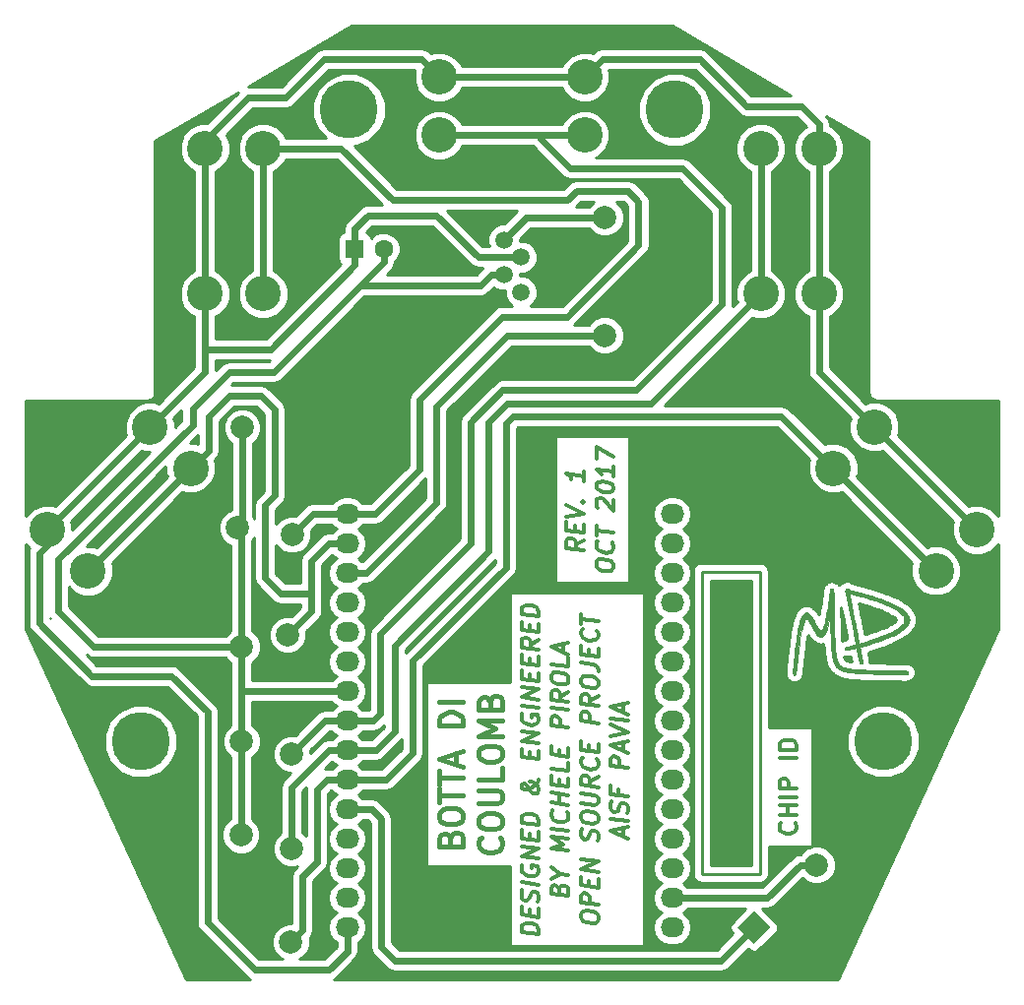
<source format=gbr>
%TF.GenerationSoftware,KiCad,Pcbnew,no-vcs-found-46edf65~60~ubuntu17.04.1*%
%TF.CreationDate,2018-01-25T11:12:12+01:00*%
%TF.ProjectId,telecomando,74656C65636F6D616E646F2E6B696361,1*%
%TF.SameCoordinates,Original*%
%TF.FileFunction,Copper,L1,Top,Signal*%
%TF.FilePolarity,Positive*%
%FSLAX46Y46*%
G04 Gerber Fmt 4.6, Leading zero omitted, Abs format (unit mm)*
G04 Created by KiCad (PCBNEW no-vcs-found-46edf65~60~ubuntu17.04.1) date Thu Jan 25 11:12:12 2018*
%MOMM*%
%LPD*%
G01*
G04 APERTURE LIST*
%TA.AperFunction,NonConductor*%
%ADD10C,0.300000*%
%TD*%
%TA.AperFunction,NonConductor*%
%ADD11C,0.400000*%
%TD*%
%TA.AperFunction,EtchedComponent*%
%ADD12C,0.010000*%
%TD*%
%TA.AperFunction,ComponentPad*%
%ADD13C,1.998980*%
%TD*%
%TA.AperFunction,ComponentPad*%
%ADD14O,2.032000X1.727200*%
%TD*%
%TA.AperFunction,ComponentPad*%
%ADD15C,3.048000*%
%TD*%
%TA.AperFunction,ComponentPad*%
%ADD16R,1.600000X1.600000*%
%TD*%
%TA.AperFunction,ComponentPad*%
%ADD17C,1.600000*%
%TD*%
%TA.AperFunction,ComponentPad*%
%ADD18C,2.000000*%
%TD*%
%TA.AperFunction,Conductor*%
%ADD19C,0.100000*%
%TD*%
%TA.AperFunction,ComponentPad*%
%ADD20C,1.500000*%
%TD*%
%TA.AperFunction,ViaPad*%
%ADD21C,5.000000*%
%TD*%
%TA.AperFunction,Conductor*%
%ADD22C,0.250000*%
%TD*%
%TA.AperFunction,Conductor*%
%ADD23C,0.600000*%
%TD*%
%TA.AperFunction,NonConductor*%
%ADD24C,0.254000*%
%TD*%
G04 APERTURE END LIST*
D10*
X176315714Y-124497142D02*
X176387142Y-124568571D01*
X176458571Y-124782857D01*
X176458571Y-124925714D01*
X176387142Y-125140000D01*
X176244285Y-125282857D01*
X176101428Y-125354285D01*
X175815714Y-125425714D01*
X175601428Y-125425714D01*
X175315714Y-125354285D01*
X175172857Y-125282857D01*
X175030000Y-125140000D01*
X174958571Y-124925714D01*
X174958571Y-124782857D01*
X175030000Y-124568571D01*
X175101428Y-124497142D01*
X176458571Y-123854285D02*
X174958571Y-123854285D01*
X175672857Y-123854285D02*
X175672857Y-122997142D01*
X176458571Y-122997142D02*
X174958571Y-122997142D01*
X176458571Y-122282857D02*
X174958571Y-122282857D01*
X176458571Y-121568571D02*
X174958571Y-121568571D01*
X174958571Y-120997142D01*
X175030000Y-120854285D01*
X175101428Y-120782857D01*
X175244285Y-120711428D01*
X175458571Y-120711428D01*
X175601428Y-120782857D01*
X175672857Y-120854285D01*
X175744285Y-120997142D01*
X175744285Y-121568571D01*
X176458571Y-118925714D02*
X174958571Y-118925714D01*
X176458571Y-118211428D02*
X174958571Y-118211428D01*
X174958571Y-117854285D01*
X175030000Y-117640000D01*
X175172857Y-117497142D01*
X175315714Y-117425714D01*
X175601428Y-117354285D01*
X175815714Y-117354285D01*
X176101428Y-117425714D01*
X176244285Y-117497142D01*
X176387142Y-117640000D01*
X176458571Y-117854285D01*
X176458571Y-118211428D01*
X158153571Y-100169196D02*
X157439285Y-100579910D01*
X158153571Y-101026339D02*
X156653571Y-100838839D01*
X156653571Y-100267410D01*
X156725000Y-100133482D01*
X156796428Y-100070982D01*
X156939285Y-100017410D01*
X157153571Y-100044196D01*
X157296428Y-100133482D01*
X157367857Y-100213839D01*
X157439285Y-100365625D01*
X157439285Y-100937053D01*
X157367857Y-99428125D02*
X157367857Y-98928125D01*
X158153571Y-98812053D02*
X158153571Y-99526339D01*
X156653571Y-99338839D01*
X156653571Y-98624553D01*
X156653571Y-98195982D02*
X158153571Y-97883482D01*
X156653571Y-97195982D01*
X158010714Y-96865625D02*
X158082142Y-96803125D01*
X158153571Y-96883482D01*
X158082142Y-96945982D01*
X158010714Y-96865625D01*
X158153571Y-96883482D01*
X158153571Y-94240625D02*
X158153571Y-95097767D01*
X158153571Y-94669196D02*
X156653571Y-94481696D01*
X156867857Y-94651339D01*
X157010714Y-94812053D01*
X157082142Y-94963839D01*
X159203571Y-102374553D02*
X159203571Y-102088839D01*
X159275000Y-101954910D01*
X159417857Y-101829910D01*
X159703571Y-101794196D01*
X160203571Y-101856696D01*
X160489285Y-101963839D01*
X160632142Y-102124553D01*
X160703571Y-102276339D01*
X160703571Y-102562053D01*
X160632142Y-102695982D01*
X160489285Y-102820982D01*
X160203571Y-102856696D01*
X159703571Y-102794196D01*
X159417857Y-102687053D01*
X159275000Y-102526339D01*
X159203571Y-102374553D01*
X160560714Y-100401339D02*
X160632142Y-100481696D01*
X160703571Y-100704910D01*
X160703571Y-100847767D01*
X160632142Y-101053125D01*
X160489285Y-101178125D01*
X160346428Y-101231696D01*
X160060714Y-101267410D01*
X159846428Y-101240625D01*
X159560714Y-101133482D01*
X159417857Y-101044196D01*
X159275000Y-100883482D01*
X159203571Y-100660267D01*
X159203571Y-100517410D01*
X159275000Y-100312053D01*
X159346428Y-100249553D01*
X159203571Y-99803125D02*
X159203571Y-98945982D01*
X160703571Y-99562053D02*
X159203571Y-99374553D01*
X159346428Y-97392410D02*
X159275000Y-97312053D01*
X159203571Y-97160267D01*
X159203571Y-96803125D01*
X159275000Y-96669196D01*
X159346428Y-96606696D01*
X159489285Y-96553125D01*
X159632142Y-96570982D01*
X159846428Y-96669196D01*
X160703571Y-97633482D01*
X160703571Y-96704910D01*
X159203571Y-95588839D02*
X159203571Y-95445982D01*
X159275000Y-95312053D01*
X159346428Y-95249553D01*
X159489285Y-95195982D01*
X159775000Y-95160267D01*
X160132142Y-95204910D01*
X160417857Y-95312053D01*
X160560714Y-95401339D01*
X160632142Y-95481696D01*
X160703571Y-95633482D01*
X160703571Y-95776339D01*
X160632142Y-95910267D01*
X160560714Y-95972767D01*
X160417857Y-96026339D01*
X160132142Y-96062053D01*
X159775000Y-96017410D01*
X159489285Y-95910267D01*
X159346428Y-95820982D01*
X159275000Y-95740625D01*
X159203571Y-95588839D01*
X160703571Y-93847767D02*
X160703571Y-94704910D01*
X160703571Y-94276339D02*
X159203571Y-94088839D01*
X159417857Y-94258482D01*
X159560714Y-94419196D01*
X159632142Y-94570982D01*
X159203571Y-93160267D02*
X159203571Y-92160267D01*
X160703571Y-92990625D01*
X154273571Y-134090625D02*
X152773571Y-133903125D01*
X152773571Y-133545982D01*
X152845000Y-133340625D01*
X152987857Y-133215625D01*
X153130714Y-133162053D01*
X153416428Y-133126339D01*
X153630714Y-133153125D01*
X153916428Y-133260267D01*
X154059285Y-133349553D01*
X154202142Y-133510267D01*
X154273571Y-133733482D01*
X154273571Y-134090625D01*
X153487857Y-132492410D02*
X153487857Y-131992410D01*
X154273571Y-131876339D02*
X154273571Y-132590625D01*
X152773571Y-132403125D01*
X152773571Y-131688839D01*
X154202142Y-131295982D02*
X154273571Y-131090625D01*
X154273571Y-130733482D01*
X154202142Y-130581696D01*
X154130714Y-130501339D01*
X153987857Y-130412053D01*
X153845000Y-130394196D01*
X153702142Y-130447767D01*
X153630714Y-130510267D01*
X153559285Y-130644196D01*
X153487857Y-130920982D01*
X153416428Y-131054910D01*
X153345000Y-131117410D01*
X153202142Y-131170982D01*
X153059285Y-131153125D01*
X152916428Y-131063839D01*
X152845000Y-130983482D01*
X152773571Y-130831696D01*
X152773571Y-130474553D01*
X152845000Y-130269196D01*
X154273571Y-129804910D02*
X152773571Y-129617410D01*
X152845000Y-128126339D02*
X152773571Y-128260267D01*
X152773571Y-128474553D01*
X152845000Y-128697767D01*
X152987857Y-128858482D01*
X153130714Y-128947767D01*
X153416428Y-129054910D01*
X153630714Y-129081696D01*
X153916428Y-129045982D01*
X154059285Y-128992410D01*
X154202142Y-128867410D01*
X154273571Y-128662053D01*
X154273571Y-128519196D01*
X154202142Y-128295982D01*
X154130714Y-128215625D01*
X153630714Y-128153125D01*
X153630714Y-128438839D01*
X154273571Y-127590625D02*
X152773571Y-127403125D01*
X154273571Y-126733482D01*
X152773571Y-126545982D01*
X153487857Y-125920982D02*
X153487857Y-125420982D01*
X154273571Y-125304910D02*
X154273571Y-126019196D01*
X152773571Y-125831696D01*
X152773571Y-125117410D01*
X154273571Y-124662053D02*
X152773571Y-124474553D01*
X152773571Y-124117410D01*
X152845000Y-123912053D01*
X152987857Y-123787053D01*
X153130714Y-123733482D01*
X153416428Y-123697767D01*
X153630714Y-123724553D01*
X153916428Y-123831696D01*
X154059285Y-123920982D01*
X154202142Y-124081696D01*
X154273571Y-124304910D01*
X154273571Y-124662053D01*
X154273571Y-120804910D02*
X154273571Y-120876339D01*
X154202142Y-121010267D01*
X153987857Y-121197767D01*
X153559285Y-121501339D01*
X153345000Y-121617410D01*
X153130714Y-121662053D01*
X152987857Y-121644196D01*
X152845000Y-121554910D01*
X152773571Y-121403125D01*
X152773571Y-121331696D01*
X152845000Y-121197767D01*
X152987857Y-121144196D01*
X153059285Y-121153125D01*
X153202142Y-121242410D01*
X153273571Y-121322767D01*
X153559285Y-121787053D01*
X153630714Y-121867410D01*
X153773571Y-121956696D01*
X153987857Y-121983482D01*
X154130714Y-121929910D01*
X154202142Y-121867410D01*
X154273571Y-121733482D01*
X154273571Y-121519196D01*
X154202142Y-121367410D01*
X154130714Y-121287053D01*
X153845000Y-121037053D01*
X153630714Y-120938839D01*
X153487857Y-120920982D01*
X153487857Y-118920982D02*
X153487857Y-118420982D01*
X154273571Y-118304910D02*
X154273571Y-119019196D01*
X152773571Y-118831696D01*
X152773571Y-118117410D01*
X154273571Y-117662053D02*
X152773571Y-117474553D01*
X154273571Y-116804910D01*
X152773571Y-116617410D01*
X152845000Y-115126339D02*
X152773571Y-115260267D01*
X152773571Y-115474553D01*
X152845000Y-115697767D01*
X152987857Y-115858482D01*
X153130714Y-115947767D01*
X153416428Y-116054910D01*
X153630714Y-116081696D01*
X153916428Y-116045982D01*
X154059285Y-115992410D01*
X154202142Y-115867410D01*
X154273571Y-115662053D01*
X154273571Y-115519196D01*
X154202142Y-115295982D01*
X154130714Y-115215625D01*
X153630714Y-115153125D01*
X153630714Y-115438839D01*
X154273571Y-114590625D02*
X152773571Y-114403125D01*
X154273571Y-113876339D02*
X152773571Y-113688839D01*
X154273571Y-113019196D01*
X152773571Y-112831696D01*
X153487857Y-112206696D02*
X153487857Y-111706696D01*
X154273571Y-111590625D02*
X154273571Y-112304910D01*
X152773571Y-112117410D01*
X152773571Y-111403125D01*
X153487857Y-110849553D02*
X153487857Y-110349553D01*
X154273571Y-110233482D02*
X154273571Y-110947767D01*
X152773571Y-110760267D01*
X152773571Y-110045982D01*
X154273571Y-108733482D02*
X153559285Y-109144196D01*
X154273571Y-109590625D02*
X152773571Y-109403125D01*
X152773571Y-108831696D01*
X152845000Y-108697767D01*
X152916428Y-108635267D01*
X153059285Y-108581696D01*
X153273571Y-108608482D01*
X153416428Y-108697767D01*
X153487857Y-108778125D01*
X153559285Y-108929910D01*
X153559285Y-109501339D01*
X153487857Y-107992410D02*
X153487857Y-107492410D01*
X154273571Y-107376339D02*
X154273571Y-108090625D01*
X152773571Y-107903125D01*
X152773571Y-107188839D01*
X154273571Y-106733482D02*
X152773571Y-106545982D01*
X152773571Y-106188839D01*
X152845000Y-105983482D01*
X152987857Y-105858482D01*
X153130714Y-105804910D01*
X153416428Y-105769196D01*
X153630714Y-105795982D01*
X153916428Y-105903125D01*
X154059285Y-105992410D01*
X154202142Y-106153125D01*
X154273571Y-106376339D01*
X154273571Y-106733482D01*
X156037857Y-130206696D02*
X156109285Y-130001339D01*
X156180714Y-129938839D01*
X156323571Y-129885267D01*
X156537857Y-129912053D01*
X156680714Y-130001339D01*
X156752142Y-130081696D01*
X156823571Y-130233482D01*
X156823571Y-130804910D01*
X155323571Y-130617410D01*
X155323571Y-130117410D01*
X155395000Y-129983482D01*
X155466428Y-129920982D01*
X155609285Y-129867410D01*
X155752142Y-129885267D01*
X155895000Y-129974553D01*
X155966428Y-130054910D01*
X156037857Y-130206696D01*
X156037857Y-130706696D01*
X156109285Y-128929910D02*
X156823571Y-129019196D01*
X155323571Y-129331696D02*
X156109285Y-128929910D01*
X155323571Y-128331696D01*
X156823571Y-126876339D02*
X155323571Y-126688839D01*
X156395000Y-126322767D01*
X155323571Y-125688839D01*
X156823571Y-125876339D01*
X156823571Y-125162053D02*
X155323571Y-124974553D01*
X156680714Y-123572767D02*
X156752142Y-123653125D01*
X156823571Y-123876339D01*
X156823571Y-124019196D01*
X156752142Y-124224553D01*
X156609285Y-124349553D01*
X156466428Y-124403125D01*
X156180714Y-124438839D01*
X155966428Y-124412053D01*
X155680714Y-124304910D01*
X155537857Y-124215625D01*
X155395000Y-124054910D01*
X155323571Y-123831696D01*
X155323571Y-123688839D01*
X155395000Y-123483482D01*
X155466428Y-123420982D01*
X156823571Y-122947767D02*
X155323571Y-122760267D01*
X156037857Y-122849553D02*
X156037857Y-121992410D01*
X156823571Y-122090625D02*
X155323571Y-121903125D01*
X156037857Y-121278125D02*
X156037857Y-120778125D01*
X156823571Y-120662053D02*
X156823571Y-121376339D01*
X155323571Y-121188839D01*
X155323571Y-120474553D01*
X156823571Y-119304910D02*
X156823571Y-120019196D01*
X155323571Y-119831696D01*
X156037857Y-118706696D02*
X156037857Y-118206696D01*
X156823571Y-118090625D02*
X156823571Y-118804910D01*
X155323571Y-118617410D01*
X155323571Y-117903125D01*
X156823571Y-116304910D02*
X155323571Y-116117410D01*
X155323571Y-115545982D01*
X155395000Y-115412053D01*
X155466428Y-115349553D01*
X155609285Y-115295982D01*
X155823571Y-115322767D01*
X155966428Y-115412053D01*
X156037857Y-115492410D01*
X156109285Y-115644196D01*
X156109285Y-116215625D01*
X156823571Y-114804910D02*
X155323571Y-114617410D01*
X156823571Y-113233482D02*
X156109285Y-113644196D01*
X156823571Y-114090625D02*
X155323571Y-113903125D01*
X155323571Y-113331696D01*
X155395000Y-113197767D01*
X155466428Y-113135267D01*
X155609285Y-113081696D01*
X155823571Y-113108482D01*
X155966428Y-113197767D01*
X156037857Y-113278125D01*
X156109285Y-113429910D01*
X156109285Y-114001339D01*
X155323571Y-112117410D02*
X155323571Y-111831696D01*
X155395000Y-111697767D01*
X155537857Y-111572767D01*
X155823571Y-111537053D01*
X156323571Y-111599553D01*
X156609285Y-111706696D01*
X156752142Y-111867410D01*
X156823571Y-112019196D01*
X156823571Y-112304910D01*
X156752142Y-112438839D01*
X156609285Y-112563839D01*
X156323571Y-112599553D01*
X155823571Y-112537053D01*
X155537857Y-112429910D01*
X155395000Y-112269196D01*
X155323571Y-112117410D01*
X156823571Y-110304910D02*
X156823571Y-111019196D01*
X155323571Y-110831696D01*
X156395000Y-109822767D02*
X156395000Y-109108482D01*
X156823571Y-110019196D02*
X155323571Y-109331696D01*
X156823571Y-109019196D01*
X157873571Y-132653125D02*
X157873571Y-132367410D01*
X157945000Y-132233482D01*
X158087857Y-132108482D01*
X158373571Y-132072767D01*
X158873571Y-132135267D01*
X159159285Y-132242410D01*
X159302142Y-132403125D01*
X159373571Y-132554910D01*
X159373571Y-132840625D01*
X159302142Y-132974553D01*
X159159285Y-133099553D01*
X158873571Y-133135267D01*
X158373571Y-133072767D01*
X158087857Y-132965625D01*
X157945000Y-132804910D01*
X157873571Y-132653125D01*
X159373571Y-131554910D02*
X157873571Y-131367410D01*
X157873571Y-130795982D01*
X157945000Y-130662053D01*
X158016428Y-130599553D01*
X158159285Y-130545982D01*
X158373571Y-130572767D01*
X158516428Y-130662053D01*
X158587857Y-130742410D01*
X158659285Y-130894196D01*
X158659285Y-131465625D01*
X158587857Y-129956696D02*
X158587857Y-129456696D01*
X159373571Y-129340625D02*
X159373571Y-130054910D01*
X157873571Y-129867410D01*
X157873571Y-129153125D01*
X159373571Y-128697767D02*
X157873571Y-128510267D01*
X159373571Y-127840625D01*
X157873571Y-127653125D01*
X159302142Y-126045982D02*
X159373571Y-125840625D01*
X159373571Y-125483482D01*
X159302142Y-125331696D01*
X159230714Y-125251339D01*
X159087857Y-125162053D01*
X158945000Y-125144196D01*
X158802142Y-125197767D01*
X158730714Y-125260267D01*
X158659285Y-125394196D01*
X158587857Y-125670982D01*
X158516428Y-125804910D01*
X158445000Y-125867410D01*
X158302142Y-125920982D01*
X158159285Y-125903125D01*
X158016428Y-125813839D01*
X157945000Y-125733482D01*
X157873571Y-125581696D01*
X157873571Y-125224553D01*
X157945000Y-125019196D01*
X157873571Y-124081696D02*
X157873571Y-123795982D01*
X157945000Y-123662053D01*
X158087857Y-123537053D01*
X158373571Y-123501339D01*
X158873571Y-123563839D01*
X159159285Y-123670982D01*
X159302142Y-123831696D01*
X159373571Y-123983482D01*
X159373571Y-124269196D01*
X159302142Y-124403125D01*
X159159285Y-124528125D01*
X158873571Y-124563839D01*
X158373571Y-124501339D01*
X158087857Y-124394196D01*
X157945000Y-124233482D01*
X157873571Y-124081696D01*
X157873571Y-122795982D02*
X159087857Y-122947767D01*
X159230714Y-122894196D01*
X159302142Y-122831696D01*
X159373571Y-122697767D01*
X159373571Y-122412053D01*
X159302142Y-122260267D01*
X159230714Y-122179910D01*
X159087857Y-122090625D01*
X157873571Y-121938839D01*
X159373571Y-120554910D02*
X158659285Y-120965625D01*
X159373571Y-121412053D02*
X157873571Y-121224553D01*
X157873571Y-120653125D01*
X157945000Y-120519196D01*
X158016428Y-120456696D01*
X158159285Y-120403125D01*
X158373571Y-120429910D01*
X158516428Y-120519196D01*
X158587857Y-120599553D01*
X158659285Y-120751339D01*
X158659285Y-121322767D01*
X159230714Y-119037053D02*
X159302142Y-119117410D01*
X159373571Y-119340625D01*
X159373571Y-119483482D01*
X159302142Y-119688839D01*
X159159285Y-119813839D01*
X159016428Y-119867410D01*
X158730714Y-119903125D01*
X158516428Y-119876339D01*
X158230714Y-119769196D01*
X158087857Y-119679910D01*
X157945000Y-119519196D01*
X157873571Y-119295982D01*
X157873571Y-119153125D01*
X157945000Y-118947767D01*
X158016428Y-118885267D01*
X158587857Y-118313839D02*
X158587857Y-117813839D01*
X159373571Y-117697767D02*
X159373571Y-118412053D01*
X157873571Y-118224553D01*
X157873571Y-117510267D01*
X159373571Y-115912053D02*
X157873571Y-115724553D01*
X157873571Y-115153125D01*
X157945000Y-115019196D01*
X158016428Y-114956696D01*
X158159285Y-114903125D01*
X158373571Y-114929910D01*
X158516428Y-115019196D01*
X158587857Y-115099553D01*
X158659285Y-115251339D01*
X158659285Y-115822767D01*
X159373571Y-113554910D02*
X158659285Y-113965625D01*
X159373571Y-114412053D02*
X157873571Y-114224553D01*
X157873571Y-113653125D01*
X157945000Y-113519196D01*
X158016428Y-113456696D01*
X158159285Y-113403125D01*
X158373571Y-113429910D01*
X158516428Y-113519196D01*
X158587857Y-113599553D01*
X158659285Y-113751339D01*
X158659285Y-114322767D01*
X157873571Y-112438839D02*
X157873571Y-112153125D01*
X157945000Y-112019196D01*
X158087857Y-111894196D01*
X158373571Y-111858482D01*
X158873571Y-111920982D01*
X159159285Y-112028125D01*
X159302142Y-112188839D01*
X159373571Y-112340625D01*
X159373571Y-112626339D01*
X159302142Y-112760267D01*
X159159285Y-112885267D01*
X158873571Y-112920982D01*
X158373571Y-112858482D01*
X158087857Y-112751339D01*
X157945000Y-112590625D01*
X157873571Y-112438839D01*
X157873571Y-110724553D02*
X158945000Y-110858482D01*
X159159285Y-110956696D01*
X159302142Y-111117410D01*
X159373571Y-111340625D01*
X159373571Y-111483482D01*
X158587857Y-110099553D02*
X158587857Y-109599553D01*
X159373571Y-109483482D02*
X159373571Y-110197767D01*
X157873571Y-110010267D01*
X157873571Y-109295982D01*
X159230714Y-107965625D02*
X159302142Y-108045982D01*
X159373571Y-108269196D01*
X159373571Y-108412053D01*
X159302142Y-108617410D01*
X159159285Y-108742410D01*
X159016428Y-108795982D01*
X158730714Y-108831696D01*
X158516428Y-108804910D01*
X158230714Y-108697767D01*
X158087857Y-108608482D01*
X157945000Y-108447767D01*
X157873571Y-108224553D01*
X157873571Y-108081696D01*
X157945000Y-107876339D01*
X158016428Y-107813839D01*
X157873571Y-107367410D02*
X157873571Y-106510267D01*
X159373571Y-107126339D02*
X157873571Y-106938839D01*
X161495000Y-125644196D02*
X161495000Y-124929910D01*
X161923571Y-125840625D02*
X160423571Y-125153125D01*
X161923571Y-124840625D01*
X161923571Y-124340625D02*
X160423571Y-124153125D01*
X161852142Y-123688839D02*
X161923571Y-123483482D01*
X161923571Y-123126339D01*
X161852142Y-122974553D01*
X161780714Y-122894196D01*
X161637857Y-122804910D01*
X161495000Y-122787053D01*
X161352142Y-122840625D01*
X161280714Y-122903125D01*
X161209285Y-123037053D01*
X161137857Y-123313839D01*
X161066428Y-123447767D01*
X160995000Y-123510267D01*
X160852142Y-123563839D01*
X160709285Y-123545982D01*
X160566428Y-123456696D01*
X160495000Y-123376339D01*
X160423571Y-123224553D01*
X160423571Y-122867410D01*
X160495000Y-122662053D01*
X161137857Y-121599553D02*
X161137857Y-122099553D01*
X161923571Y-122197767D02*
X160423571Y-122010267D01*
X160423571Y-121295982D01*
X161923571Y-119769196D02*
X160423571Y-119581696D01*
X160423571Y-119010267D01*
X160495000Y-118876339D01*
X160566428Y-118813839D01*
X160709285Y-118760267D01*
X160923571Y-118787053D01*
X161066428Y-118876339D01*
X161137857Y-118956696D01*
X161209285Y-119108482D01*
X161209285Y-119679910D01*
X161495000Y-118287053D02*
X161495000Y-117572767D01*
X161923571Y-118483482D02*
X160423571Y-117795982D01*
X161923571Y-117483482D01*
X160423571Y-117010267D02*
X161923571Y-116697767D01*
X160423571Y-116010267D01*
X161923571Y-115697767D02*
X160423571Y-115510267D01*
X161495000Y-115001339D02*
X161495000Y-114287053D01*
X161923571Y-115197767D02*
X160423571Y-114510267D01*
X161923571Y-114197767D01*
D11*
X146667142Y-125833809D02*
X146762380Y-125548095D01*
X146857619Y-125452857D01*
X147048095Y-125357619D01*
X147333809Y-125357619D01*
X147524285Y-125452857D01*
X147619523Y-125548095D01*
X147714761Y-125738571D01*
X147714761Y-126500476D01*
X145714761Y-126500476D01*
X145714761Y-125833809D01*
X145810000Y-125643333D01*
X145905238Y-125548095D01*
X146095714Y-125452857D01*
X146286190Y-125452857D01*
X146476666Y-125548095D01*
X146571904Y-125643333D01*
X146667142Y-125833809D01*
X146667142Y-126500476D01*
X145714761Y-124119523D02*
X145714761Y-123738571D01*
X145810000Y-123548095D01*
X146000476Y-123357619D01*
X146381428Y-123262380D01*
X147048095Y-123262380D01*
X147429047Y-123357619D01*
X147619523Y-123548095D01*
X147714761Y-123738571D01*
X147714761Y-124119523D01*
X147619523Y-124310000D01*
X147429047Y-124500476D01*
X147048095Y-124595714D01*
X146381428Y-124595714D01*
X146000476Y-124500476D01*
X145810000Y-124310000D01*
X145714761Y-124119523D01*
X145714761Y-122690952D02*
X145714761Y-121548095D01*
X147714761Y-122119523D02*
X145714761Y-122119523D01*
X145714761Y-121167142D02*
X145714761Y-120024285D01*
X147714761Y-120595714D02*
X145714761Y-120595714D01*
X147143333Y-119452857D02*
X147143333Y-118500476D01*
X147714761Y-119643333D02*
X145714761Y-118976666D01*
X147714761Y-118310000D01*
X147714761Y-116119523D02*
X145714761Y-116119523D01*
X145714761Y-115643333D01*
X145810000Y-115357619D01*
X146000476Y-115167142D01*
X146190952Y-115071904D01*
X146571904Y-114976666D01*
X146857619Y-114976666D01*
X147238571Y-115071904D01*
X147429047Y-115167142D01*
X147619523Y-115357619D01*
X147714761Y-115643333D01*
X147714761Y-116119523D01*
X147714761Y-114119523D02*
X145714761Y-114119523D01*
X150924285Y-125786190D02*
X151019523Y-125881428D01*
X151114761Y-126167142D01*
X151114761Y-126357619D01*
X151019523Y-126643333D01*
X150829047Y-126833809D01*
X150638571Y-126929047D01*
X150257619Y-127024285D01*
X149971904Y-127024285D01*
X149590952Y-126929047D01*
X149400476Y-126833809D01*
X149210000Y-126643333D01*
X149114761Y-126357619D01*
X149114761Y-126167142D01*
X149210000Y-125881428D01*
X149305238Y-125786190D01*
X149114761Y-124548095D02*
X149114761Y-124167142D01*
X149210000Y-123976666D01*
X149400476Y-123786190D01*
X149781428Y-123690952D01*
X150448095Y-123690952D01*
X150829047Y-123786190D01*
X151019523Y-123976666D01*
X151114761Y-124167142D01*
X151114761Y-124548095D01*
X151019523Y-124738571D01*
X150829047Y-124929047D01*
X150448095Y-125024285D01*
X149781428Y-125024285D01*
X149400476Y-124929047D01*
X149210000Y-124738571D01*
X149114761Y-124548095D01*
X149114761Y-122833809D02*
X150733809Y-122833809D01*
X150924285Y-122738571D01*
X151019523Y-122643333D01*
X151114761Y-122452857D01*
X151114761Y-122071904D01*
X151019523Y-121881428D01*
X150924285Y-121786190D01*
X150733809Y-121690952D01*
X149114761Y-121690952D01*
X151114761Y-119786190D02*
X151114761Y-120738571D01*
X149114761Y-120738571D01*
X149114761Y-118738571D02*
X149114761Y-118357619D01*
X149210000Y-118167142D01*
X149400476Y-117976666D01*
X149781428Y-117881428D01*
X150448095Y-117881428D01*
X150829047Y-117976666D01*
X151019523Y-118167142D01*
X151114761Y-118357619D01*
X151114761Y-118738571D01*
X151019523Y-118929047D01*
X150829047Y-119119523D01*
X150448095Y-119214761D01*
X149781428Y-119214761D01*
X149400476Y-119119523D01*
X149210000Y-118929047D01*
X149114761Y-118738571D01*
X151114761Y-117024285D02*
X149114761Y-117024285D01*
X150543333Y-116357619D01*
X149114761Y-115690952D01*
X151114761Y-115690952D01*
X150067142Y-114071904D02*
X150162380Y-113786190D01*
X150257619Y-113690952D01*
X150448095Y-113595714D01*
X150733809Y-113595714D01*
X150924285Y-113690952D01*
X151019523Y-113786190D01*
X151114761Y-113976666D01*
X151114761Y-114738571D01*
X149114761Y-114738571D01*
X149114761Y-114071904D01*
X149210000Y-113881428D01*
X149305238Y-113786190D01*
X149495714Y-113690952D01*
X149686190Y-113690952D01*
X149876666Y-113786190D01*
X149971904Y-113881428D01*
X150067142Y-114071904D01*
X150067142Y-114738571D01*
D12*
%TO.C,G\002A\002A\002A*%
G36*
X180811065Y-104319410D02*
X180843006Y-104332167D01*
X180864865Y-104355739D01*
X180888961Y-104391161D01*
X180892896Y-104398015D01*
X180919727Y-104446319D01*
X181497858Y-104593660D01*
X181969658Y-104717266D01*
X182416437Y-104841208D01*
X182837825Y-104965359D01*
X183233453Y-105089599D01*
X183602950Y-105213802D01*
X183945945Y-105337845D01*
X184262069Y-105461605D01*
X184550951Y-105584958D01*
X184760165Y-105682281D01*
X185005723Y-105806478D01*
X185224461Y-105928318D01*
X185417301Y-106048526D01*
X185585163Y-106167823D01*
X185728971Y-106286932D01*
X185849644Y-106406576D01*
X185948105Y-106527478D01*
X186025275Y-106650361D01*
X186045800Y-106690587D01*
X186085766Y-106780480D01*
X186111430Y-106857843D01*
X186125292Y-106932438D01*
X186129848Y-107014026D01*
X186129879Y-107019195D01*
X186116734Y-107149458D01*
X186076989Y-107282268D01*
X186011660Y-107416120D01*
X185921761Y-107549509D01*
X185808309Y-107680927D01*
X185672320Y-107808869D01*
X185514810Y-107931829D01*
X185513750Y-107932586D01*
X185419204Y-107996143D01*
X185303779Y-108067359D01*
X185172504Y-108143512D01*
X185030410Y-108221880D01*
X184882527Y-108299743D01*
X184733886Y-108374377D01*
X184589517Y-108443061D01*
X184478329Y-108492826D01*
X184222995Y-108598811D01*
X183941521Y-108707179D01*
X183635527Y-108817380D01*
X183306630Y-108928862D01*
X182956448Y-109041074D01*
X182586600Y-109153465D01*
X182260907Y-109247895D01*
X182148944Y-109279738D01*
X182060951Y-109305077D01*
X181994040Y-109325014D01*
X181945325Y-109340649D01*
X181911918Y-109353081D01*
X181890933Y-109363411D01*
X181879483Y-109372740D01*
X181874680Y-109382167D01*
X181873638Y-109392793D01*
X181873627Y-109395493D01*
X181876144Y-109417752D01*
X181883297Y-109463991D01*
X181894488Y-109530771D01*
X181909119Y-109614655D01*
X181926592Y-109712207D01*
X181946310Y-109819987D01*
X181963506Y-109912370D01*
X181995363Y-110082279D01*
X182022355Y-110226934D01*
X182044732Y-110348520D01*
X182062741Y-110449221D01*
X182076633Y-110531223D01*
X182086656Y-110596711D01*
X182093059Y-110647870D01*
X182096090Y-110686885D01*
X182095999Y-110715941D01*
X182093035Y-110737224D01*
X182087446Y-110752918D01*
X182079481Y-110765208D01*
X182069389Y-110776281D01*
X182062668Y-110782997D01*
X182017016Y-110811012D01*
X181962687Y-110819118D01*
X181909666Y-110807362D01*
X181873406Y-110782128D01*
X181865131Y-110771127D01*
X181856780Y-110754479D01*
X181847805Y-110729826D01*
X181837660Y-110694814D01*
X181825795Y-110647087D01*
X181811664Y-110584289D01*
X181794720Y-110504064D01*
X181774414Y-110404057D01*
X181750200Y-110281911D01*
X181721529Y-110135271D01*
X181713656Y-110094793D01*
X181586905Y-109442583D01*
X181552326Y-109447069D01*
X181528827Y-109451607D01*
X181482760Y-109461748D01*
X181418664Y-109476446D01*
X181341081Y-109494655D01*
X181254551Y-109515328D01*
X181224671Y-109522546D01*
X181120544Y-109547337D01*
X181037853Y-109565790D01*
X180971078Y-109578817D01*
X180914700Y-109587330D01*
X180863201Y-109592242D01*
X180811061Y-109594465D01*
X180787395Y-109594818D01*
X180721990Y-109594980D01*
X180678473Y-109593331D01*
X180650828Y-109588757D01*
X180633039Y-109580143D01*
X180619091Y-109566375D01*
X180616434Y-109563152D01*
X180594166Y-109516759D01*
X180592349Y-109465031D01*
X180610897Y-109419031D01*
X180617613Y-109410876D01*
X180630761Y-109399121D01*
X180649364Y-109387597D01*
X180676102Y-109375481D01*
X180713653Y-109361952D01*
X180764695Y-109346185D01*
X180831909Y-109327360D01*
X180917971Y-109304653D01*
X181025563Y-109277242D01*
X181157362Y-109244306D01*
X181172335Y-109240588D01*
X181287953Y-109211422D01*
X181378226Y-109187540D01*
X181445098Y-109168346D01*
X181490510Y-109153248D01*
X181516405Y-109141651D01*
X181524725Y-109132962D01*
X181524726Y-109132876D01*
X181522131Y-109117151D01*
X181514532Y-109075480D01*
X181502207Y-109009325D01*
X181485436Y-108920147D01*
X181464496Y-108809408D01*
X181439667Y-108678570D01*
X181411226Y-108529094D01*
X181379454Y-108362441D01*
X181344627Y-108180074D01*
X181307025Y-107983454D01*
X181266926Y-107774043D01*
X181224609Y-107553302D01*
X181180353Y-107322693D01*
X181134436Y-107083678D01*
X181099180Y-106900319D01*
X180687547Y-104760330D01*
X180986753Y-104760330D01*
X180987425Y-104773857D01*
X180993276Y-104813767D01*
X181004118Y-104879049D01*
X181019764Y-104968695D01*
X181040028Y-105081694D01*
X181064723Y-105217038D01*
X181093661Y-105373716D01*
X181126655Y-105550721D01*
X181163518Y-105747041D01*
X181204064Y-105961668D01*
X181248104Y-106193592D01*
X181295453Y-106441805D01*
X181345923Y-106705295D01*
X181380479Y-106885138D01*
X181435606Y-107171712D01*
X181485704Y-107432129D01*
X181531017Y-107667637D01*
X181571791Y-107879489D01*
X181608273Y-108068933D01*
X181640709Y-108237220D01*
X181669345Y-108385601D01*
X181694427Y-108515327D01*
X181716201Y-108627647D01*
X181734914Y-108723812D01*
X181750810Y-108805073D01*
X181764137Y-108872680D01*
X181775141Y-108927883D01*
X181784067Y-108971934D01*
X181791161Y-109006081D01*
X181796671Y-109031576D01*
X181800841Y-109049670D01*
X181803918Y-109061612D01*
X181806148Y-109068653D01*
X181807778Y-109072044D01*
X181809053Y-109073034D01*
X181810219Y-109072875D01*
X181811016Y-109072747D01*
X181825655Y-109069036D01*
X181863554Y-109058573D01*
X181921161Y-109042362D01*
X181994924Y-109021409D01*
X182081291Y-108996718D01*
X182176710Y-108969295D01*
X182177097Y-108969184D01*
X182610889Y-108840131D01*
X183016837Y-108710963D01*
X183395007Y-108581651D01*
X183745464Y-108452169D01*
X184068277Y-108322488D01*
X184363512Y-108192582D01*
X184631236Y-108062423D01*
X184871515Y-107931983D01*
X185084416Y-107801236D01*
X185187426Y-107730918D01*
X185324019Y-107624279D01*
X185443045Y-107511609D01*
X185541983Y-107395825D01*
X185618315Y-107279841D01*
X185665644Y-107177580D01*
X185690177Y-107090186D01*
X185695570Y-107008673D01*
X185681983Y-106922160D01*
X185670008Y-106879630D01*
X185619334Y-106761013D01*
X185540844Y-106641537D01*
X185434620Y-106521248D01*
X185300743Y-106400189D01*
X185139296Y-106278404D01*
X184950359Y-106155937D01*
X184734015Y-106032833D01*
X184490344Y-105909135D01*
X184219430Y-105784888D01*
X183921353Y-105660136D01*
X183596195Y-105534923D01*
X183244038Y-105409294D01*
X182864963Y-105283291D01*
X182515605Y-105174091D01*
X182402432Y-105140131D01*
X182278500Y-105103764D01*
X182146658Y-105065763D01*
X182009756Y-105026898D01*
X181870646Y-104987940D01*
X181732178Y-104949662D01*
X181597201Y-104912834D01*
X181468568Y-104878228D01*
X181349127Y-104846616D01*
X181241729Y-104818768D01*
X181149226Y-104795457D01*
X181074467Y-104777454D01*
X181020303Y-104765530D01*
X180989584Y-104760456D01*
X180986753Y-104760330D01*
X180687547Y-104760330D01*
X180673634Y-104688004D01*
X180630186Y-104647417D01*
X180602184Y-104617001D01*
X180591978Y-104589066D01*
X180593771Y-104554487D01*
X180605297Y-104498021D01*
X180623621Y-104439053D01*
X180645511Y-104385845D01*
X180667738Y-104346659D01*
X180680426Y-104332915D01*
X180715887Y-104319296D01*
X180763834Y-104314774D01*
X180811065Y-104319410D01*
X180811065Y-104319410D01*
G37*
X180811065Y-104319410D02*
X180843006Y-104332167D01*
X180864865Y-104355739D01*
X180888961Y-104391161D01*
X180892896Y-104398015D01*
X180919727Y-104446319D01*
X181497858Y-104593660D01*
X181969658Y-104717266D01*
X182416437Y-104841208D01*
X182837825Y-104965359D01*
X183233453Y-105089599D01*
X183602950Y-105213802D01*
X183945945Y-105337845D01*
X184262069Y-105461605D01*
X184550951Y-105584958D01*
X184760165Y-105682281D01*
X185005723Y-105806478D01*
X185224461Y-105928318D01*
X185417301Y-106048526D01*
X185585163Y-106167823D01*
X185728971Y-106286932D01*
X185849644Y-106406576D01*
X185948105Y-106527478D01*
X186025275Y-106650361D01*
X186045800Y-106690587D01*
X186085766Y-106780480D01*
X186111430Y-106857843D01*
X186125292Y-106932438D01*
X186129848Y-107014026D01*
X186129879Y-107019195D01*
X186116734Y-107149458D01*
X186076989Y-107282268D01*
X186011660Y-107416120D01*
X185921761Y-107549509D01*
X185808309Y-107680927D01*
X185672320Y-107808869D01*
X185514810Y-107931829D01*
X185513750Y-107932586D01*
X185419204Y-107996143D01*
X185303779Y-108067359D01*
X185172504Y-108143512D01*
X185030410Y-108221880D01*
X184882527Y-108299743D01*
X184733886Y-108374377D01*
X184589517Y-108443061D01*
X184478329Y-108492826D01*
X184222995Y-108598811D01*
X183941521Y-108707179D01*
X183635527Y-108817380D01*
X183306630Y-108928862D01*
X182956448Y-109041074D01*
X182586600Y-109153465D01*
X182260907Y-109247895D01*
X182148944Y-109279738D01*
X182060951Y-109305077D01*
X181994040Y-109325014D01*
X181945325Y-109340649D01*
X181911918Y-109353081D01*
X181890933Y-109363411D01*
X181879483Y-109372740D01*
X181874680Y-109382167D01*
X181873638Y-109392793D01*
X181873627Y-109395493D01*
X181876144Y-109417752D01*
X181883297Y-109463991D01*
X181894488Y-109530771D01*
X181909119Y-109614655D01*
X181926592Y-109712207D01*
X181946310Y-109819987D01*
X181963506Y-109912370D01*
X181995363Y-110082279D01*
X182022355Y-110226934D01*
X182044732Y-110348520D01*
X182062741Y-110449221D01*
X182076633Y-110531223D01*
X182086656Y-110596711D01*
X182093059Y-110647870D01*
X182096090Y-110686885D01*
X182095999Y-110715941D01*
X182093035Y-110737224D01*
X182087446Y-110752918D01*
X182079481Y-110765208D01*
X182069389Y-110776281D01*
X182062668Y-110782997D01*
X182017016Y-110811012D01*
X181962687Y-110819118D01*
X181909666Y-110807362D01*
X181873406Y-110782128D01*
X181865131Y-110771127D01*
X181856780Y-110754479D01*
X181847805Y-110729826D01*
X181837660Y-110694814D01*
X181825795Y-110647087D01*
X181811664Y-110584289D01*
X181794720Y-110504064D01*
X181774414Y-110404057D01*
X181750200Y-110281911D01*
X181721529Y-110135271D01*
X181713656Y-110094793D01*
X181586905Y-109442583D01*
X181552326Y-109447069D01*
X181528827Y-109451607D01*
X181482760Y-109461748D01*
X181418664Y-109476446D01*
X181341081Y-109494655D01*
X181254551Y-109515328D01*
X181224671Y-109522546D01*
X181120544Y-109547337D01*
X181037853Y-109565790D01*
X180971078Y-109578817D01*
X180914700Y-109587330D01*
X180863201Y-109592242D01*
X180811061Y-109594465D01*
X180787395Y-109594818D01*
X180721990Y-109594980D01*
X180678473Y-109593331D01*
X180650828Y-109588757D01*
X180633039Y-109580143D01*
X180619091Y-109566375D01*
X180616434Y-109563152D01*
X180594166Y-109516759D01*
X180592349Y-109465031D01*
X180610897Y-109419031D01*
X180617613Y-109410876D01*
X180630761Y-109399121D01*
X180649364Y-109387597D01*
X180676102Y-109375481D01*
X180713653Y-109361952D01*
X180764695Y-109346185D01*
X180831909Y-109327360D01*
X180917971Y-109304653D01*
X181025563Y-109277242D01*
X181157362Y-109244306D01*
X181172335Y-109240588D01*
X181287953Y-109211422D01*
X181378226Y-109187540D01*
X181445098Y-109168346D01*
X181490510Y-109153248D01*
X181516405Y-109141651D01*
X181524725Y-109132962D01*
X181524726Y-109132876D01*
X181522131Y-109117151D01*
X181514532Y-109075480D01*
X181502207Y-109009325D01*
X181485436Y-108920147D01*
X181464496Y-108809408D01*
X181439667Y-108678570D01*
X181411226Y-108529094D01*
X181379454Y-108362441D01*
X181344627Y-108180074D01*
X181307025Y-107983454D01*
X181266926Y-107774043D01*
X181224609Y-107553302D01*
X181180353Y-107322693D01*
X181134436Y-107083678D01*
X181099180Y-106900319D01*
X180687547Y-104760330D01*
X180986753Y-104760330D01*
X180987425Y-104773857D01*
X180993276Y-104813767D01*
X181004118Y-104879049D01*
X181019764Y-104968695D01*
X181040028Y-105081694D01*
X181064723Y-105217038D01*
X181093661Y-105373716D01*
X181126655Y-105550721D01*
X181163518Y-105747041D01*
X181204064Y-105961668D01*
X181248104Y-106193592D01*
X181295453Y-106441805D01*
X181345923Y-106705295D01*
X181380479Y-106885138D01*
X181435606Y-107171712D01*
X181485704Y-107432129D01*
X181531017Y-107667637D01*
X181571791Y-107879489D01*
X181608273Y-108068933D01*
X181640709Y-108237220D01*
X181669345Y-108385601D01*
X181694427Y-108515327D01*
X181716201Y-108627647D01*
X181734914Y-108723812D01*
X181750810Y-108805073D01*
X181764137Y-108872680D01*
X181775141Y-108927883D01*
X181784067Y-108971934D01*
X181791161Y-109006081D01*
X181796671Y-109031576D01*
X181800841Y-109049670D01*
X181803918Y-109061612D01*
X181806148Y-109068653D01*
X181807778Y-109072044D01*
X181809053Y-109073034D01*
X181810219Y-109072875D01*
X181811016Y-109072747D01*
X181825655Y-109069036D01*
X181863554Y-109058573D01*
X181921161Y-109042362D01*
X181994924Y-109021409D01*
X182081291Y-108996718D01*
X182176710Y-108969295D01*
X182177097Y-108969184D01*
X182610889Y-108840131D01*
X183016837Y-108710963D01*
X183395007Y-108581651D01*
X183745464Y-108452169D01*
X184068277Y-108322488D01*
X184363512Y-108192582D01*
X184631236Y-108062423D01*
X184871515Y-107931983D01*
X185084416Y-107801236D01*
X185187426Y-107730918D01*
X185324019Y-107624279D01*
X185443045Y-107511609D01*
X185541983Y-107395825D01*
X185618315Y-107279841D01*
X185665644Y-107177580D01*
X185690177Y-107090186D01*
X185695570Y-107008673D01*
X185681983Y-106922160D01*
X185670008Y-106879630D01*
X185619334Y-106761013D01*
X185540844Y-106641537D01*
X185434620Y-106521248D01*
X185300743Y-106400189D01*
X185139296Y-106278404D01*
X184950359Y-106155937D01*
X184734015Y-106032833D01*
X184490344Y-105909135D01*
X184219430Y-105784888D01*
X183921353Y-105660136D01*
X183596195Y-105534923D01*
X183244038Y-105409294D01*
X182864963Y-105283291D01*
X182515605Y-105174091D01*
X182402432Y-105140131D01*
X182278500Y-105103764D01*
X182146658Y-105065763D01*
X182009756Y-105026898D01*
X181870646Y-104987940D01*
X181732178Y-104949662D01*
X181597201Y-104912834D01*
X181468568Y-104878228D01*
X181349127Y-104846616D01*
X181241729Y-104818768D01*
X181149226Y-104795457D01*
X181074467Y-104777454D01*
X181020303Y-104765530D01*
X180989584Y-104760456D01*
X180986753Y-104760330D01*
X180687547Y-104760330D01*
X180673634Y-104688004D01*
X180630186Y-104647417D01*
X180602184Y-104617001D01*
X180591978Y-104589066D01*
X180593771Y-104554487D01*
X180605297Y-104498021D01*
X180623621Y-104439053D01*
X180645511Y-104385845D01*
X180667738Y-104346659D01*
X180680426Y-104332915D01*
X180715887Y-104319296D01*
X180763834Y-104314774D01*
X180811065Y-104319410D01*
G36*
X179515043Y-104352943D02*
X179563905Y-104386013D01*
X179594379Y-104439639D01*
X179597572Y-104450556D01*
X179599895Y-104472501D01*
X179602476Y-104520096D01*
X179605258Y-104591083D01*
X179608186Y-104683203D01*
X179611202Y-104794196D01*
X179614249Y-104921803D01*
X179617271Y-105063765D01*
X179620211Y-105217823D01*
X179623011Y-105381716D01*
X179625616Y-105553187D01*
X179626047Y-105583737D01*
X179631688Y-105978072D01*
X179637269Y-106345751D01*
X179642835Y-106688027D01*
X179648426Y-107006157D01*
X179654085Y-107301394D01*
X179659855Y-107574994D01*
X179665778Y-107828211D01*
X179671896Y-108062302D01*
X179678252Y-108278519D01*
X179684888Y-108478119D01*
X179691846Y-108662356D01*
X179699169Y-108832485D01*
X179706898Y-108989762D01*
X179715077Y-109135440D01*
X179723748Y-109270776D01*
X179732953Y-109397023D01*
X179742734Y-109515437D01*
X179753135Y-109627273D01*
X179764196Y-109733785D01*
X179766949Y-109758651D01*
X179790310Y-109949291D01*
X179815243Y-110115590D01*
X179842577Y-110261108D01*
X179873144Y-110389408D01*
X179907775Y-110504050D01*
X179947301Y-110608595D01*
X179984237Y-110689879D01*
X180018002Y-110753372D01*
X180055670Y-110812713D01*
X180098227Y-110868057D01*
X180146654Y-110919558D01*
X180201936Y-110967372D01*
X180265055Y-111011652D01*
X180336995Y-111052554D01*
X180418739Y-111090232D01*
X180511270Y-111124840D01*
X180615571Y-111156534D01*
X180732626Y-111185468D01*
X180863417Y-111211797D01*
X181008929Y-111235676D01*
X181170143Y-111257258D01*
X181348044Y-111276699D01*
X181543615Y-111294154D01*
X181757838Y-111309777D01*
X181991698Y-111323723D01*
X182246176Y-111336146D01*
X182522258Y-111347201D01*
X182820924Y-111357043D01*
X183143160Y-111365826D01*
X183489948Y-111373705D01*
X183862271Y-111380836D01*
X184261112Y-111387371D01*
X184434561Y-111389944D01*
X184611456Y-111392587D01*
X184785649Y-111395358D01*
X184954298Y-111398202D01*
X185114562Y-111401064D01*
X185263598Y-111403888D01*
X185398567Y-111406619D01*
X185516624Y-111409201D01*
X185614930Y-111411581D01*
X185690643Y-111413701D01*
X185735956Y-111415293D01*
X185831741Y-111419605D01*
X185903316Y-111424604D01*
X185954362Y-111432031D01*
X185988560Y-111443623D01*
X186009593Y-111461119D01*
X186021142Y-111486260D01*
X186026888Y-111520783D01*
X186029614Y-111554001D01*
X186031949Y-111600767D01*
X186028149Y-111629849D01*
X186014802Y-111651342D01*
X185988667Y-111675199D01*
X185941813Y-111714739D01*
X184909066Y-111705744D01*
X184503354Y-111701692D01*
X184123883Y-111696810D01*
X183768993Y-111691052D01*
X183437025Y-111684372D01*
X183126318Y-111676724D01*
X182835213Y-111668063D01*
X182562050Y-111658341D01*
X182305168Y-111647514D01*
X182062909Y-111635535D01*
X181833612Y-111622358D01*
X181782912Y-111619178D01*
X181508765Y-111599569D01*
X181260769Y-111577095D01*
X181037268Y-111551256D01*
X180836601Y-111521552D01*
X180657110Y-111487482D01*
X180497135Y-111448546D01*
X180355017Y-111404244D01*
X180229098Y-111354075D01*
X180117718Y-111297539D01*
X180019219Y-111234137D01*
X179931940Y-111163367D01*
X179854224Y-111084729D01*
X179802537Y-111022017D01*
X179754859Y-110954986D01*
X179710596Y-110882194D01*
X179669598Y-110802468D01*
X179631717Y-110714637D01*
X179596804Y-110617528D01*
X179564710Y-110509969D01*
X179535286Y-110390787D01*
X179508382Y-110258810D01*
X179483851Y-110112866D01*
X179461543Y-109951782D01*
X179441309Y-109774386D01*
X179423001Y-109579507D01*
X179406468Y-109365970D01*
X179391563Y-109132605D01*
X179378137Y-108878239D01*
X179366040Y-108601699D01*
X179355124Y-108301814D01*
X179345240Y-107977410D01*
X179336238Y-107627316D01*
X179328852Y-107293352D01*
X179312693Y-106511813D01*
X179259949Y-106811868D01*
X179211790Y-107074002D01*
X179164037Y-107309558D01*
X179116307Y-107519859D01*
X179068214Y-107706228D01*
X179019373Y-107869987D01*
X178969400Y-108012460D01*
X178917909Y-108134968D01*
X178864515Y-108238837D01*
X178827247Y-108299014D01*
X178752784Y-108393493D01*
X178674933Y-108460357D01*
X178593994Y-108499655D01*
X178510268Y-108511440D01*
X178424053Y-108495764D01*
X178335649Y-108452676D01*
X178245355Y-108382230D01*
X178153470Y-108284476D01*
X178066360Y-108168382D01*
X178037440Y-108123410D01*
X177998178Y-108058395D01*
X177951251Y-107977982D01*
X177899337Y-107886820D01*
X177845112Y-107789553D01*
X177791398Y-107691099D01*
X177697709Y-107520108D01*
X177614202Y-107373765D01*
X177540136Y-107251032D01*
X177474769Y-107150872D01*
X177417359Y-107072247D01*
X177367165Y-107014119D01*
X177323446Y-106975451D01*
X177285460Y-106955205D01*
X177262912Y-106951429D01*
X177222343Y-106965111D01*
X177179572Y-107005312D01*
X177135045Y-107070764D01*
X177089206Y-107160200D01*
X177042502Y-107272354D01*
X176995376Y-107405957D01*
X176948275Y-107559742D01*
X176901645Y-107732442D01*
X176855929Y-107922789D01*
X176811574Y-108129516D01*
X176769025Y-108351356D01*
X176766912Y-108363047D01*
X176725699Y-108602530D01*
X176684687Y-108862573D01*
X176643754Y-109144140D01*
X176602777Y-109448196D01*
X176561633Y-109775703D01*
X176520200Y-110127626D01*
X176478355Y-110504928D01*
X176435975Y-110908574D01*
X176409471Y-111171549D01*
X176395150Y-111313337D01*
X176382700Y-111429868D01*
X176371633Y-111523698D01*
X176361461Y-111597382D01*
X176351696Y-111653475D01*
X176341849Y-111694534D01*
X176331434Y-111723112D01*
X176319962Y-111741767D01*
X176306945Y-111753053D01*
X176297562Y-111757595D01*
X176263363Y-111764461D01*
X176221283Y-111765472D01*
X176184955Y-111760847D01*
X176171774Y-111755583D01*
X176135873Y-111716153D01*
X176115558Y-111657288D01*
X176109841Y-111585219D01*
X176111405Y-111537188D01*
X176115881Y-111464061D01*
X176123014Y-111368473D01*
X176132549Y-111253062D01*
X176144230Y-111120462D01*
X176157804Y-110973310D01*
X176173014Y-110814241D01*
X176189606Y-110645891D01*
X176207325Y-110470897D01*
X176225916Y-110291894D01*
X176245123Y-110111517D01*
X176264692Y-109932404D01*
X176284368Y-109757189D01*
X176298916Y-109630989D01*
X176347525Y-109231616D01*
X176397053Y-108858708D01*
X176447470Y-108512410D01*
X176498748Y-108192870D01*
X176550858Y-107900235D01*
X176603771Y-107634652D01*
X176657458Y-107396267D01*
X176711890Y-107185227D01*
X176767039Y-107001679D01*
X176822874Y-106845770D01*
X176868616Y-106739781D01*
X176935318Y-106619498D01*
X177008378Y-106525061D01*
X177086736Y-106456738D01*
X177169334Y-106414797D01*
X177255111Y-106399505D01*
X177343006Y-106411132D01*
X177431962Y-106449944D01*
X177520917Y-106516210D01*
X177568058Y-106562940D01*
X177609703Y-106610571D01*
X177651889Y-106664691D01*
X177696401Y-106728131D01*
X177745019Y-106803720D01*
X177799528Y-106894289D01*
X177861709Y-107002668D01*
X177933346Y-107131688D01*
X177978958Y-107215299D01*
X178056423Y-107357125D01*
X178122843Y-107476579D01*
X178179785Y-107576187D01*
X178228818Y-107658476D01*
X178271509Y-107725973D01*
X178309428Y-107781205D01*
X178344143Y-107826698D01*
X178377221Y-107864980D01*
X178391638Y-107880165D01*
X178441640Y-107925784D01*
X178485152Y-107951210D01*
X178524526Y-107955322D01*
X178562112Y-107937000D01*
X178600261Y-107895124D01*
X178641326Y-107828573D01*
X178685902Y-107739945D01*
X178740458Y-107611102D01*
X178794053Y-107457300D01*
X178846742Y-107278253D01*
X178898580Y-107073675D01*
X178949622Y-106843282D01*
X178999923Y-106586786D01*
X179049538Y-106303903D01*
X179098521Y-105994348D01*
X179146929Y-105657834D01*
X179194815Y-105294076D01*
X179242234Y-104902788D01*
X179257769Y-104767757D01*
X179269248Y-104672530D01*
X179280996Y-104585457D01*
X179292323Y-104510934D01*
X179302540Y-104453358D01*
X179310957Y-104417123D01*
X179314050Y-104408803D01*
X179342803Y-104370026D01*
X179383235Y-104348775D01*
X179442093Y-104341705D01*
X179449453Y-104341649D01*
X179515043Y-104352943D01*
X179515043Y-104352943D01*
G37*
X179515043Y-104352943D02*
X179563905Y-104386013D01*
X179594379Y-104439639D01*
X179597572Y-104450556D01*
X179599895Y-104472501D01*
X179602476Y-104520096D01*
X179605258Y-104591083D01*
X179608186Y-104683203D01*
X179611202Y-104794196D01*
X179614249Y-104921803D01*
X179617271Y-105063765D01*
X179620211Y-105217823D01*
X179623011Y-105381716D01*
X179625616Y-105553187D01*
X179626047Y-105583737D01*
X179631688Y-105978072D01*
X179637269Y-106345751D01*
X179642835Y-106688027D01*
X179648426Y-107006157D01*
X179654085Y-107301394D01*
X179659855Y-107574994D01*
X179665778Y-107828211D01*
X179671896Y-108062302D01*
X179678252Y-108278519D01*
X179684888Y-108478119D01*
X179691846Y-108662356D01*
X179699169Y-108832485D01*
X179706898Y-108989762D01*
X179715077Y-109135440D01*
X179723748Y-109270776D01*
X179732953Y-109397023D01*
X179742734Y-109515437D01*
X179753135Y-109627273D01*
X179764196Y-109733785D01*
X179766949Y-109758651D01*
X179790310Y-109949291D01*
X179815243Y-110115590D01*
X179842577Y-110261108D01*
X179873144Y-110389408D01*
X179907775Y-110504050D01*
X179947301Y-110608595D01*
X179984237Y-110689879D01*
X180018002Y-110753372D01*
X180055670Y-110812713D01*
X180098227Y-110868057D01*
X180146654Y-110919558D01*
X180201936Y-110967372D01*
X180265055Y-111011652D01*
X180336995Y-111052554D01*
X180418739Y-111090232D01*
X180511270Y-111124840D01*
X180615571Y-111156534D01*
X180732626Y-111185468D01*
X180863417Y-111211797D01*
X181008929Y-111235676D01*
X181170143Y-111257258D01*
X181348044Y-111276699D01*
X181543615Y-111294154D01*
X181757838Y-111309777D01*
X181991698Y-111323723D01*
X182246176Y-111336146D01*
X182522258Y-111347201D01*
X182820924Y-111357043D01*
X183143160Y-111365826D01*
X183489948Y-111373705D01*
X183862271Y-111380836D01*
X184261112Y-111387371D01*
X184434561Y-111389944D01*
X184611456Y-111392587D01*
X184785649Y-111395358D01*
X184954298Y-111398202D01*
X185114562Y-111401064D01*
X185263598Y-111403888D01*
X185398567Y-111406619D01*
X185516624Y-111409201D01*
X185614930Y-111411581D01*
X185690643Y-111413701D01*
X185735956Y-111415293D01*
X185831741Y-111419605D01*
X185903316Y-111424604D01*
X185954362Y-111432031D01*
X185988560Y-111443623D01*
X186009593Y-111461119D01*
X186021142Y-111486260D01*
X186026888Y-111520783D01*
X186029614Y-111554001D01*
X186031949Y-111600767D01*
X186028149Y-111629849D01*
X186014802Y-111651342D01*
X185988667Y-111675199D01*
X185941813Y-111714739D01*
X184909066Y-111705744D01*
X184503354Y-111701692D01*
X184123883Y-111696810D01*
X183768993Y-111691052D01*
X183437025Y-111684372D01*
X183126318Y-111676724D01*
X182835213Y-111668063D01*
X182562050Y-111658341D01*
X182305168Y-111647514D01*
X182062909Y-111635535D01*
X181833612Y-111622358D01*
X181782912Y-111619178D01*
X181508765Y-111599569D01*
X181260769Y-111577095D01*
X181037268Y-111551256D01*
X180836601Y-111521552D01*
X180657110Y-111487482D01*
X180497135Y-111448546D01*
X180355017Y-111404244D01*
X180229098Y-111354075D01*
X180117718Y-111297539D01*
X180019219Y-111234137D01*
X179931940Y-111163367D01*
X179854224Y-111084729D01*
X179802537Y-111022017D01*
X179754859Y-110954986D01*
X179710596Y-110882194D01*
X179669598Y-110802468D01*
X179631717Y-110714637D01*
X179596804Y-110617528D01*
X179564710Y-110509969D01*
X179535286Y-110390787D01*
X179508382Y-110258810D01*
X179483851Y-110112866D01*
X179461543Y-109951782D01*
X179441309Y-109774386D01*
X179423001Y-109579507D01*
X179406468Y-109365970D01*
X179391563Y-109132605D01*
X179378137Y-108878239D01*
X179366040Y-108601699D01*
X179355124Y-108301814D01*
X179345240Y-107977410D01*
X179336238Y-107627316D01*
X179328852Y-107293352D01*
X179312693Y-106511813D01*
X179259949Y-106811868D01*
X179211790Y-107074002D01*
X179164037Y-107309558D01*
X179116307Y-107519859D01*
X179068214Y-107706228D01*
X179019373Y-107869987D01*
X178969400Y-108012460D01*
X178917909Y-108134968D01*
X178864515Y-108238837D01*
X178827247Y-108299014D01*
X178752784Y-108393493D01*
X178674933Y-108460357D01*
X178593994Y-108499655D01*
X178510268Y-108511440D01*
X178424053Y-108495764D01*
X178335649Y-108452676D01*
X178245355Y-108382230D01*
X178153470Y-108284476D01*
X178066360Y-108168382D01*
X178037440Y-108123410D01*
X177998178Y-108058395D01*
X177951251Y-107977982D01*
X177899337Y-107886820D01*
X177845112Y-107789553D01*
X177791398Y-107691099D01*
X177697709Y-107520108D01*
X177614202Y-107373765D01*
X177540136Y-107251032D01*
X177474769Y-107150872D01*
X177417359Y-107072247D01*
X177367165Y-107014119D01*
X177323446Y-106975451D01*
X177285460Y-106955205D01*
X177262912Y-106951429D01*
X177222343Y-106965111D01*
X177179572Y-107005312D01*
X177135045Y-107070764D01*
X177089206Y-107160200D01*
X177042502Y-107272354D01*
X176995376Y-107405957D01*
X176948275Y-107559742D01*
X176901645Y-107732442D01*
X176855929Y-107922789D01*
X176811574Y-108129516D01*
X176769025Y-108351356D01*
X176766912Y-108363047D01*
X176725699Y-108602530D01*
X176684687Y-108862573D01*
X176643754Y-109144140D01*
X176602777Y-109448196D01*
X176561633Y-109775703D01*
X176520200Y-110127626D01*
X176478355Y-110504928D01*
X176435975Y-110908574D01*
X176409471Y-111171549D01*
X176395150Y-111313337D01*
X176382700Y-111429868D01*
X176371633Y-111523698D01*
X176361461Y-111597382D01*
X176351696Y-111653475D01*
X176341849Y-111694534D01*
X176331434Y-111723112D01*
X176319962Y-111741767D01*
X176306945Y-111753053D01*
X176297562Y-111757595D01*
X176263363Y-111764461D01*
X176221283Y-111765472D01*
X176184955Y-111760847D01*
X176171774Y-111755583D01*
X176135873Y-111716153D01*
X176115558Y-111657288D01*
X176109841Y-111585219D01*
X176111405Y-111537188D01*
X176115881Y-111464061D01*
X176123014Y-111368473D01*
X176132549Y-111253062D01*
X176144230Y-111120462D01*
X176157804Y-110973310D01*
X176173014Y-110814241D01*
X176189606Y-110645891D01*
X176207325Y-110470897D01*
X176225916Y-110291894D01*
X176245123Y-110111517D01*
X176264692Y-109932404D01*
X176284368Y-109757189D01*
X176298916Y-109630989D01*
X176347525Y-109231616D01*
X176397053Y-108858708D01*
X176447470Y-108512410D01*
X176498748Y-108192870D01*
X176550858Y-107900235D01*
X176603771Y-107634652D01*
X176657458Y-107396267D01*
X176711890Y-107185227D01*
X176767039Y-107001679D01*
X176822874Y-106845770D01*
X176868616Y-106739781D01*
X176935318Y-106619498D01*
X177008378Y-106525061D01*
X177086736Y-106456738D01*
X177169334Y-106414797D01*
X177255111Y-106399505D01*
X177343006Y-106411132D01*
X177431962Y-106449944D01*
X177520917Y-106516210D01*
X177568058Y-106562940D01*
X177609703Y-106610571D01*
X177651889Y-106664691D01*
X177696401Y-106728131D01*
X177745019Y-106803720D01*
X177799528Y-106894289D01*
X177861709Y-107002668D01*
X177933346Y-107131688D01*
X177978958Y-107215299D01*
X178056423Y-107357125D01*
X178122843Y-107476579D01*
X178179785Y-107576187D01*
X178228818Y-107658476D01*
X178271509Y-107725973D01*
X178309428Y-107781205D01*
X178344143Y-107826698D01*
X178377221Y-107864980D01*
X178391638Y-107880165D01*
X178441640Y-107925784D01*
X178485152Y-107951210D01*
X178524526Y-107955322D01*
X178562112Y-107937000D01*
X178600261Y-107895124D01*
X178641326Y-107828573D01*
X178685902Y-107739945D01*
X178740458Y-107611102D01*
X178794053Y-107457300D01*
X178846742Y-107278253D01*
X178898580Y-107073675D01*
X178949622Y-106843282D01*
X178999923Y-106586786D01*
X179049538Y-106303903D01*
X179098521Y-105994348D01*
X179146929Y-105657834D01*
X179194815Y-105294076D01*
X179242234Y-104902788D01*
X179257769Y-104767757D01*
X179269248Y-104672530D01*
X179280996Y-104585457D01*
X179292323Y-104510934D01*
X179302540Y-104453358D01*
X179310957Y-104417123D01*
X179314050Y-104408803D01*
X179342803Y-104370026D01*
X179383235Y-104348775D01*
X179442093Y-104341705D01*
X179449453Y-104341649D01*
X179515043Y-104352943D01*
%TD*%
D13*
%TO.P,R1,1*%
%TO.N,Net-(J1-Pad1)*%
X132670000Y-108340000D03*
%TO.P,R1,2*%
%TO.N,GND*%
X128376198Y-99131913D03*
%TD*%
D14*
%TO.P,U1,1*%
%TO.N,Net-(U1-Pad1)*%
X165730000Y-97930000D03*
%TO.P,U1,2*%
%TO.N,Net-(U1-Pad2)*%
X165730000Y-100470000D03*
%TO.P,U1,3*%
%TO.N,Net-(U1-Pad3)*%
X165730000Y-103010000D03*
%TO.P,U1,4*%
%TO.N,Net-(U1-Pad4)*%
X165730000Y-105550000D03*
%TO.P,U1,5*%
%TO.N,Net-(U1-Pad5)*%
X165730000Y-108090000D03*
%TO.P,U1,6*%
%TO.N,Net-(U1-Pad6)*%
X165730000Y-110630000D03*
%TO.P,U1,7*%
%TO.N,Net-(U1-Pad7)*%
X165730000Y-113170000D03*
%TO.P,U1,8*%
%TO.N,Net-(U1-Pad8)*%
X165730000Y-115710000D03*
%TO.P,U1,9*%
%TO.N,Net-(U1-Pad9)*%
X165730000Y-118250000D03*
%TO.P,U1,10*%
%TO.N,Net-(U1-Pad10)*%
X165730000Y-120790000D03*
%TO.P,U1,11*%
%TO.N,Net-(U1-Pad11)*%
X165730000Y-123330000D03*
%TO.P,U1,12*%
%TO.N,Net-(U1-Pad12)*%
X165730000Y-125870000D03*
%TO.P,U1,13*%
%TO.N,Net-(U1-Pad13)*%
X165730000Y-128410000D03*
%TO.P,U1,14*%
%TO.N,Net-(BZ1-Pad2)*%
X165730000Y-130950000D03*
%TO.P,U1,15*%
%TO.N,Net-(U1-Pad15)*%
X165730000Y-133490000D03*
%TO.P,U1,30*%
%TO.N,Net-(J2-Pad1)*%
X137790000Y-97930000D03*
%TO.P,U1,18*%
%TO.N,Net-(U1-Pad18)*%
X137790000Y-128410000D03*
%TO.P,U1,17*%
%TO.N,Net-(U1-Pad17)*%
X137790000Y-130950000D03*
%TO.P,U1,19*%
%TO.N,Net-(U1-Pad19)*%
X137790000Y-125870000D03*
%TO.P,U1,25*%
%TO.N,Net-(U1-Pad25)*%
X137790000Y-110630000D03*
%TO.P,U1,26*%
%TO.N,Net-(U1-Pad26)*%
X137790000Y-108090000D03*
%TO.P,U1,24*%
%TO.N,GND*%
X137790000Y-113170000D03*
%TO.P,U1,16*%
%TO.N,+3V3*%
X137790000Y-133490000D03*
%TO.P,U1,22*%
%TO.N,Net-(J4-Pad1)*%
X137790000Y-118250000D03*
%TO.P,U1,23*%
%TO.N,Net-(J3-Pad1)*%
X137790000Y-115710000D03*
%TO.P,U1,21*%
%TO.N,Net-(J5-Pad1)*%
X137790000Y-120790000D03*
%TO.P,U1,20*%
%TO.N,Net-(BZ1-Pad1)*%
X137790000Y-123330000D03*
%TO.P,U1,28*%
%TO.N,Net-(R6-Pad2)*%
X137790000Y-103010000D03*
%TO.P,U1,27*%
%TO.N,N/C*%
X137790000Y-105550000D03*
%TO.P,U1,29*%
%TO.N,Net-(J1-Pad1)*%
X137790000Y-100470000D03*
%TD*%
D13*
%TO.P,R6,1*%
%TO.N,Net-(R6-Pad1)*%
X159950000Y-72410000D03*
%TO.P,R6,2*%
%TO.N,Net-(R6-Pad2)*%
X159950000Y-82570000D03*
%TD*%
D15*
%TO.P,J2,2*%
%TO.N,+3V3*%
X125550000Y-78990000D03*
%TO.P,J2,1*%
%TO.N,Net-(J2-Pad1)*%
X130550000Y-78990000D03*
%TO.P,J2,2*%
%TO.N,+3V3*%
X125550000Y-66490000D03*
%TO.P,J2,1*%
%TO.N,Net-(J2-Pad1)*%
X130550000Y-66490000D03*
%TD*%
%TO.P,J5,1*%
%TO.N,Net-(J5-Pad1)*%
X188414466Y-102825534D03*
%TO.P,J5,2*%
%TO.N,+3V3*%
X191950000Y-99290000D03*
%TO.P,J5,1*%
%TO.N,Net-(J5-Pad1)*%
X179575631Y-93986699D03*
%TO.P,J5,2*%
%TO.N,+3V3*%
X183111165Y-90451165D03*
%TD*%
%TO.P,J1,1*%
%TO.N,Net-(J1-Pad1)*%
X124350000Y-93990000D03*
%TO.P,J1,2*%
%TO.N,+3V3*%
X120814466Y-90454466D03*
%TO.P,J1,1*%
%TO.N,Net-(J1-Pad1)*%
X115511165Y-102828835D03*
%TO.P,J1,2*%
%TO.N,+3V3*%
X111975631Y-99293301D03*
%TD*%
D16*
%TO.P,C1,1*%
%TO.N,+3V3*%
X138430000Y-75130000D03*
D17*
%TO.P,C1,2*%
%TO.N,GND*%
X140930000Y-75130000D03*
%TD*%
D18*
%TO.P,BZ1,1*%
%TO.N,Net-(BZ1-Pad1)*%
X172770000Y-133490000D03*
D19*
%TD*%
%TO.N,Net-(BZ1-Pad1)*%
%TO.C,BZ1*%
G36*
X172770000Y-134904214D02*
X171355786Y-133490000D01*
X172770000Y-132075786D01*
X174184214Y-133490000D01*
X172770000Y-134904214D01*
X172770000Y-134904214D01*
G37*
D18*
%TO.P,BZ1,2*%
%TO.N,Net-(BZ1-Pad2)*%
X178144012Y-128115988D03*
%TD*%
D15*
%TO.P,J4,2*%
%TO.N,+3V3*%
X178350000Y-66490000D03*
%TO.P,J4,1*%
%TO.N,Net-(J4-Pad1)*%
X173350000Y-66490000D03*
%TO.P,J4,2*%
%TO.N,+3V3*%
X178350000Y-78990000D03*
%TO.P,J4,1*%
%TO.N,Net-(J4-Pad1)*%
X173350000Y-78990000D03*
%TD*%
D13*
%TO.P,R2,2*%
%TO.N,GND*%
X128756198Y-90501913D03*
%TO.P,R2,1*%
%TO.N,Net-(J2-Pad1)*%
X133050000Y-99710000D03*
%TD*%
D15*
%TO.P,J3,1*%
%TO.N,Net-(J3-Pad1)*%
X158200000Y-65340000D03*
%TO.P,J3,2*%
%TO.N,+3V3*%
X158200000Y-60340000D03*
%TO.P,J3,1*%
%TO.N,Net-(J3-Pad1)*%
X145700000Y-65340000D03*
%TO.P,J3,2*%
%TO.N,+3V3*%
X145700000Y-60340000D03*
%TD*%
D13*
%TO.P,R5,2*%
%TO.N,GND*%
X128656198Y-125541913D03*
%TO.P,R5,1*%
%TO.N,Net-(J5-Pad1)*%
X132950000Y-134750000D03*
%TD*%
%TO.P,R4,2*%
%TO.N,GND*%
X128696198Y-117481913D03*
%TO.P,R4,1*%
%TO.N,Net-(J4-Pad1)*%
X132990000Y-126690000D03*
%TD*%
%TO.P,R3,1*%
%TO.N,Net-(J3-Pad1)*%
X133010000Y-118580000D03*
%TO.P,R3,2*%
%TO.N,GND*%
X128716198Y-109371913D03*
%TD*%
D20*
%TO.P,U2,1*%
%TO.N,Net-(R6-Pad1)*%
X151250000Y-74340000D03*
%TO.P,U2,2*%
%TO.N,+3V3*%
X152750000Y-75840000D03*
%TO.P,U2,3*%
%TO.N,GND*%
X151250000Y-77340000D03*
%TO.P,U2,4*%
%TO.N,N/C*%
X152750000Y-78840000D03*
%TD*%
D21*
%TO.N,*%
X183890000Y-117500000D03*
X137950000Y-63150000D03*
X165970000Y-63160000D03*
X120030000Y-117500000D03*
%TD*%
D22*
%TO.N,*%
X173280000Y-102890000D02*
X168280000Y-102890000D01*
X173280000Y-128890000D02*
X173280000Y-102890000D01*
X168280000Y-128890000D02*
X173280000Y-128890000D01*
X168280000Y-102890000D02*
X168280000Y-128890000D01*
D23*
%TO.N,GND*%
X128716198Y-109371913D02*
X116011913Y-109371913D01*
X127650000Y-85700000D02*
X131455620Y-85700000D01*
X116011913Y-109371913D02*
X112910000Y-106270000D01*
X112910000Y-106270000D02*
X112910000Y-101840000D01*
X112910000Y-101840000D02*
X124490000Y-90260000D01*
X124490000Y-90260000D02*
X124490000Y-88860000D01*
X124490000Y-88860000D02*
X127650000Y-85700000D01*
X131455620Y-85700000D02*
X138914966Y-78240654D01*
X128716198Y-109371913D02*
X128716198Y-113220000D01*
X128716198Y-113220000D02*
X128716198Y-117461913D01*
X137790000Y-113170000D02*
X128766198Y-113170000D01*
X128766198Y-113170000D02*
X128716198Y-113220000D01*
X128756198Y-90501913D02*
X128756198Y-98751913D01*
X128756198Y-98751913D02*
X128376198Y-99131913D01*
X128716198Y-109371913D02*
X128716198Y-99471913D01*
X128716198Y-99471913D02*
X128376198Y-99131913D01*
X140930000Y-78240654D02*
X142909284Y-78240654D01*
X150189340Y-77340000D02*
X149480000Y-78049340D01*
X142909284Y-78240654D02*
X149288686Y-78240654D01*
X149288686Y-78240654D02*
X149480000Y-78049340D01*
X151250000Y-77340000D02*
X150189340Y-77340000D01*
X140930000Y-78240654D02*
X139900000Y-78240654D01*
X139900000Y-78240654D02*
X138914966Y-78240654D01*
X140930000Y-75130000D02*
X140930000Y-76261370D01*
X140930000Y-76261370D02*
X138950716Y-78240654D01*
X138950716Y-78240654D02*
X138914966Y-78240654D01*
X128696198Y-117481913D02*
X128696198Y-125501913D01*
X128696198Y-125501913D02*
X128656198Y-125541913D01*
X128716198Y-117461913D02*
X128696198Y-117481913D01*
X128756198Y-109331913D02*
X128716198Y-109371913D01*
%TO.N,+3V3*%
X149881322Y-75840000D02*
X152750000Y-75840000D01*
X145470000Y-72240000D02*
X149070000Y-75840000D01*
X149070000Y-75840000D02*
X149881322Y-75840000D01*
X139580000Y-72240000D02*
X145470000Y-72240000D01*
X138430000Y-73390000D02*
X139580000Y-72240000D01*
X138430000Y-75130000D02*
X138430000Y-73390000D01*
X138430000Y-76530000D02*
X138430000Y-75130000D01*
X131209290Y-83750710D02*
X138430000Y-76530000D01*
X125550000Y-83750000D02*
X125550710Y-83750710D01*
X125550710Y-83750710D02*
X131209290Y-83750710D01*
X111290000Y-107290000D02*
X115850000Y-111850000D01*
X111975631Y-100624369D02*
X111290000Y-101310000D01*
X111290000Y-101310000D02*
X111290000Y-107290000D01*
X111975631Y-99293301D02*
X111975631Y-100624369D01*
X136200000Y-137150000D02*
X137790000Y-135560000D01*
X125770000Y-114910000D02*
X125770000Y-133070000D01*
X115850000Y-111850000D02*
X122710000Y-111850000D01*
X122710000Y-111850000D02*
X125770000Y-114910000D01*
X125770000Y-133070000D02*
X129850000Y-137150000D01*
X129850000Y-137150000D02*
X136200000Y-137150000D01*
X137790000Y-135560000D02*
X137790000Y-133490000D01*
X125550000Y-85718932D02*
X125550000Y-83750000D01*
X125550000Y-83750000D02*
X125550000Y-83260000D01*
X178350000Y-78990000D02*
X178350000Y-85690000D01*
X178350000Y-85690000D02*
X183111165Y-90451165D01*
X129290000Y-62089600D02*
X125550000Y-65829600D01*
X129290000Y-62089600D02*
X132516401Y-62089600D01*
X125550000Y-65829600D02*
X125550000Y-66490000D01*
X145700000Y-60340000D02*
X144176001Y-58816001D01*
X132516401Y-62089600D02*
X135790000Y-58816001D01*
X144176001Y-58816001D02*
X135790000Y-58816001D01*
X123448932Y-87820000D02*
X125550000Y-85718932D01*
X120814466Y-90454466D02*
X123448932Y-87820000D01*
X158200000Y-60340000D02*
X159723999Y-58816001D01*
X159723999Y-58816001D02*
X168096001Y-58816001D01*
X176814000Y-62830000D02*
X178350000Y-64366000D01*
X178350000Y-64366000D02*
X178350000Y-66490000D01*
X168096001Y-58816001D02*
X172110000Y-62830000D01*
X172110000Y-62830000D02*
X176814000Y-62830000D01*
X125550000Y-83260000D02*
X125550000Y-82090000D01*
X125550000Y-82090000D02*
X125550000Y-78990000D01*
%TO.N,Net-(J1-Pad1)*%
X124350000Y-93990000D02*
X125873999Y-92466001D01*
X125873999Y-89566001D02*
X127690000Y-87750000D01*
X130740000Y-103440000D02*
X132070000Y-104770000D01*
X125873999Y-92466001D02*
X125873999Y-89566001D01*
X127690000Y-87750000D02*
X130340000Y-87750000D01*
X130340000Y-87750000D02*
X131550000Y-88960000D01*
X131550000Y-88960000D02*
X131550000Y-96350000D01*
X131550000Y-96350000D02*
X130740000Y-97160000D01*
X130740000Y-97160000D02*
X130740000Y-103440000D01*
X132070000Y-104770000D02*
X134700000Y-104770000D01*
X134700000Y-101944000D02*
X134700000Y-104770000D01*
X134700000Y-104770000D02*
X134700000Y-106310000D01*
X134700000Y-106310000D02*
X132670000Y-108340000D01*
X137790000Y-100470000D02*
X136174000Y-100470000D01*
X136174000Y-100470000D02*
X134700000Y-101944000D01*
%TO.N,Net-(J2-Pad1)*%
X143980000Y-94120000D02*
X140170000Y-97930000D01*
X140170000Y-97930000D02*
X137790000Y-97930000D01*
X143980000Y-88090000D02*
X143980000Y-94120000D01*
X151120000Y-80950000D02*
X143980000Y-88090000D01*
X156700000Y-80950000D02*
X151120000Y-80950000D01*
X162840000Y-74810000D02*
X156700000Y-80950000D01*
X162840000Y-71050000D02*
X162840000Y-74810000D01*
X161930000Y-70140000D02*
X162840000Y-71050000D01*
X157510000Y-70140000D02*
X161930000Y-70140000D01*
X156740000Y-70910000D02*
X157510000Y-70140000D01*
X141690000Y-70910000D02*
X156740000Y-70910000D01*
X137270000Y-66490000D02*
X141690000Y-70910000D01*
X130550000Y-66490000D02*
X137270000Y-66490000D01*
X137790000Y-97930000D02*
X134830000Y-97930000D01*
X134830000Y-97930000D02*
X133050000Y-99710000D01*
X130550000Y-66490000D02*
X130550000Y-69370000D01*
X130550000Y-69370000D02*
X130550000Y-69950000D01*
X130550000Y-69950000D02*
X130550000Y-72165000D01*
%TO.N,Net-(J3-Pad1)*%
X156970000Y-68206001D02*
X154390000Y-65626001D01*
X156970000Y-68206001D02*
X166626007Y-68206001D01*
X166626007Y-68206001D02*
X170032797Y-71612791D01*
X140596840Y-115140000D02*
X140026840Y-115710000D01*
X148425000Y-100450000D02*
X148425000Y-90006414D01*
X140596840Y-115140000D02*
X140596840Y-108278160D01*
X140596840Y-108278160D02*
X148425000Y-100450000D01*
X140026840Y-115710000D02*
X137790000Y-115710000D01*
X137790000Y-115710000D02*
X135880000Y-115710000D01*
X135880000Y-115710000D02*
X133010000Y-118580000D01*
X154390000Y-65626001D02*
X154390000Y-65340000D01*
X148425000Y-90006414D02*
X151149270Y-87282144D01*
X151149270Y-87282144D02*
X162658252Y-87282144D01*
X162658252Y-87282144D02*
X170032797Y-79907599D01*
X170032797Y-79907599D02*
X170032797Y-71612791D01*
X154390000Y-65340000D02*
X158200000Y-65340000D01*
X152640000Y-65340000D02*
X154390000Y-65340000D01*
X147824000Y-65340000D02*
X152640000Y-65340000D01*
%TO.N,Net-(J4-Pad1)*%
X137790000Y-118250000D02*
X140240000Y-118250000D01*
X140240000Y-118250000D02*
X141850000Y-116640000D01*
X163920000Y-88420000D02*
X173350000Y-78990000D01*
X141850000Y-116640000D02*
X141850000Y-109220000D01*
X141850000Y-109220000D02*
X149970000Y-101100000D01*
X149970000Y-101100000D02*
X149970000Y-90010000D01*
X149970000Y-90010000D02*
X151560000Y-88420000D01*
X151560000Y-88420000D02*
X163920000Y-88420000D01*
X137790000Y-118250000D02*
X136174000Y-118250000D01*
X136174000Y-118250000D02*
X132990000Y-121434000D01*
X132990000Y-121434000D02*
X132990000Y-126690000D01*
X173350000Y-70290000D02*
X173350000Y-70030000D01*
X173350000Y-70030000D02*
X173350000Y-66490000D01*
X173350000Y-75440000D02*
X173350000Y-70290000D01*
%TO.N,Net-(J5-Pad1)*%
X137790000Y-120790000D02*
X141130000Y-120790000D01*
X141130000Y-120790000D02*
X143420000Y-118500000D01*
X175098932Y-89510000D02*
X179575631Y-93986699D01*
X143420000Y-118500000D02*
X143420000Y-110560000D01*
X143420000Y-110560000D02*
X151440000Y-102540000D01*
X151440000Y-90140000D02*
X152070000Y-89510000D01*
X151440000Y-102540000D02*
X151440000Y-90140000D01*
X152070000Y-89510000D02*
X175098932Y-89510000D01*
X135170000Y-121640000D02*
X136020000Y-120790000D01*
X136020000Y-120790000D02*
X137790000Y-120790000D01*
X135170000Y-127880000D02*
X135170000Y-121640000D01*
X133949489Y-129100511D02*
X135170000Y-127880000D01*
X132950000Y-134750000D02*
X133949489Y-133750511D01*
X133949489Y-133750511D02*
X133949489Y-129100511D01*
X179575631Y-93986699D02*
X188414466Y-102825534D01*
%TO.N,+3V3*%
X183111165Y-90451165D02*
X184259505Y-91599505D01*
X184259505Y-91599505D02*
X191950000Y-99290000D01*
X178350000Y-66490000D02*
X178350000Y-68614000D01*
X178350000Y-68614000D02*
X178350000Y-78990000D01*
X145700000Y-60340000D02*
X158200000Y-60340000D01*
X125550000Y-78990000D02*
X125550000Y-66490000D01*
X111975631Y-99293301D02*
X120814466Y-90454466D01*
%TO.N,Net-(J1-Pad1)*%
X115511165Y-102828835D02*
X124350000Y-93990000D01*
%TO.N,Net-(J2-Pad1)*%
X130550000Y-72165000D02*
X130550000Y-78990000D01*
%TO.N,Net-(J3-Pad1)*%
X145700000Y-65340000D02*
X147824000Y-65340000D01*
%TO.N,Net-(J4-Pad1)*%
X173350000Y-76770000D02*
X173350000Y-75440000D01*
X173350000Y-76770000D02*
X173350000Y-78990000D01*
X173350000Y-76260000D02*
X173350000Y-76770000D01*
%TO.N,Net-(BZ1-Pad1)*%
X172770000Y-133490000D02*
X169930000Y-136330000D01*
X169930000Y-136330000D02*
X141890000Y-136330000D01*
X141890000Y-136330000D02*
X140720000Y-135160000D01*
X140720000Y-135160000D02*
X140720000Y-124150000D01*
X140720000Y-124150000D02*
X139900000Y-123330000D01*
X139900000Y-123330000D02*
X137790000Y-123330000D01*
%TO.N,Net-(BZ1-Pad2)*%
X178144012Y-128115988D02*
X176729799Y-128115988D01*
X176729799Y-128115988D02*
X173895787Y-130950000D01*
X173895787Y-130950000D02*
X167346000Y-130950000D01*
X165730000Y-130950000D02*
X167346000Y-130950000D01*
%TO.N,Net-(R6-Pad1)*%
X153180000Y-72410000D02*
X159950000Y-72410000D01*
X151250000Y-74340000D02*
X153180000Y-72410000D01*
%TO.N,Net-(R6-Pad2)*%
X145470000Y-88650000D02*
X151550000Y-82570000D01*
X151550000Y-82570000D02*
X159950000Y-82570000D01*
X145470000Y-96946000D02*
X145470000Y-88650000D01*
X137790000Y-103010000D02*
X139406000Y-103010000D01*
X139406000Y-103010000D02*
X145470000Y-96946000D01*
%TD*%
D24*
G36*
X110488254Y-100859280D02*
X110426173Y-100952191D01*
X110355000Y-101310000D01*
X110355000Y-107290000D01*
X110426173Y-107647809D01*
X110628855Y-107951145D01*
X115188855Y-112511145D01*
X115492191Y-112713827D01*
X115850000Y-112785000D01*
X122322710Y-112785000D01*
X124835000Y-115297289D01*
X124835000Y-133070000D01*
X124906173Y-133427809D01*
X125108855Y-133731145D01*
X129188855Y-137811145D01*
X129441565Y-137980000D01*
X123956011Y-137980000D01*
X114873297Y-118120854D01*
X116894457Y-118120854D01*
X117370727Y-119273515D01*
X118251847Y-120156174D01*
X119403674Y-120634454D01*
X120650854Y-120635543D01*
X121803515Y-120159273D01*
X122686174Y-119278153D01*
X123164454Y-118126326D01*
X123165543Y-116879146D01*
X122689273Y-115726485D01*
X121808153Y-114843826D01*
X120656326Y-114365546D01*
X119409146Y-114364457D01*
X118256485Y-114840727D01*
X117373826Y-115721847D01*
X116895546Y-116873674D01*
X116894457Y-118120854D01*
X114873297Y-118120854D01*
X110160000Y-107815341D01*
X110160000Y-100530453D01*
X110488254Y-100859280D01*
X110488254Y-100859280D01*
G37*
X110488254Y-100859280D02*
X110426173Y-100952191D01*
X110355000Y-101310000D01*
X110355000Y-107290000D01*
X110426173Y-107647809D01*
X110628855Y-107951145D01*
X115188855Y-112511145D01*
X115492191Y-112713827D01*
X115850000Y-112785000D01*
X122322710Y-112785000D01*
X124835000Y-115297289D01*
X124835000Y-133070000D01*
X124906173Y-133427809D01*
X125108855Y-133731145D01*
X129188855Y-137811145D01*
X129441565Y-137980000D01*
X123956011Y-137980000D01*
X114873297Y-118120854D01*
X116894457Y-118120854D01*
X117370727Y-119273515D01*
X118251847Y-120156174D01*
X119403674Y-120634454D01*
X120650854Y-120635543D01*
X121803515Y-120159273D01*
X122686174Y-119278153D01*
X123164454Y-118126326D01*
X123165543Y-116879146D01*
X122689273Y-115726485D01*
X121808153Y-114843826D01*
X120656326Y-114365546D01*
X119409146Y-114364457D01*
X118256485Y-114840727D01*
X117373826Y-115721847D01*
X116895546Y-116873674D01*
X116894457Y-118120854D01*
X114873297Y-118120854D01*
X110160000Y-107815341D01*
X110160000Y-100530453D01*
X110488254Y-100859280D01*
G36*
X143541376Y-59908664D02*
X143540626Y-60767567D01*
X143868622Y-61561377D01*
X144475428Y-62169244D01*
X145268664Y-62498624D01*
X146127567Y-62499374D01*
X146921377Y-62171378D01*
X147529244Y-61564572D01*
X147649485Y-61275000D01*
X156250293Y-61275000D01*
X156368622Y-61561377D01*
X156975428Y-62169244D01*
X157768664Y-62498624D01*
X158627567Y-62499374D01*
X159421377Y-62171378D01*
X160029244Y-61564572D01*
X160358624Y-60771336D01*
X160359374Y-59912433D01*
X160292672Y-59751001D01*
X167708711Y-59751001D01*
X171448855Y-63491145D01*
X171752191Y-63693827D01*
X172110000Y-63765000D01*
X176426710Y-63765000D01*
X177264280Y-64602570D01*
X177128623Y-64658622D01*
X176520756Y-65265428D01*
X176191376Y-66058664D01*
X176190626Y-66917567D01*
X176518622Y-67711377D01*
X177125428Y-68319244D01*
X177415000Y-68439485D01*
X177415000Y-77040293D01*
X177128623Y-77158622D01*
X176520756Y-77765428D01*
X176191376Y-78558664D01*
X176190626Y-79417567D01*
X176518622Y-80211377D01*
X177125428Y-80819244D01*
X177415000Y-80939485D01*
X177415000Y-85690000D01*
X177486173Y-86047809D01*
X177688855Y-86351145D01*
X181071369Y-89733659D01*
X180952541Y-90019829D01*
X180951791Y-90878732D01*
X181279787Y-91672542D01*
X181886593Y-92280409D01*
X182679829Y-92609789D01*
X183538732Y-92610539D01*
X183828514Y-92490804D01*
X189910204Y-98572494D01*
X189791376Y-98858664D01*
X189790626Y-99717567D01*
X190118622Y-100511377D01*
X190725428Y-101119244D01*
X191518664Y-101448624D01*
X192377567Y-101449374D01*
X193171377Y-101121378D01*
X193760000Y-100533782D01*
X193760000Y-107815243D01*
X179954125Y-137980000D01*
X136608435Y-137980000D01*
X136861145Y-137811145D01*
X138451145Y-136221145D01*
X138617490Y-135972191D01*
X138653827Y-135917809D01*
X138702194Y-135674655D01*
X138725001Y-135560000D01*
X138725000Y-135559995D01*
X138725000Y-134756415D01*
X139034415Y-134549670D01*
X139359271Y-134063489D01*
X139473345Y-133490000D01*
X139359271Y-132916511D01*
X139034415Y-132430330D01*
X138719634Y-132220000D01*
X139034415Y-132009670D01*
X139359271Y-131523489D01*
X139473345Y-130950000D01*
X139359271Y-130376511D01*
X139034415Y-129890330D01*
X138719634Y-129680000D01*
X139034415Y-129469670D01*
X139359271Y-128983489D01*
X139473345Y-128410000D01*
X139359271Y-127836511D01*
X139034415Y-127350330D01*
X138719634Y-127140000D01*
X139034415Y-126929670D01*
X139359271Y-126443489D01*
X139473345Y-125870000D01*
X139359271Y-125296511D01*
X139034415Y-124810330D01*
X138719634Y-124600000D01*
X139034415Y-124389670D01*
X139117717Y-124265000D01*
X139512710Y-124265000D01*
X139785000Y-124537290D01*
X139785000Y-135160000D01*
X139856173Y-135517809D01*
X140058855Y-135821145D01*
X141228855Y-136991145D01*
X141532191Y-137193827D01*
X141890000Y-137265000D01*
X169930000Y-137265000D01*
X170287809Y-137193827D01*
X170591145Y-136991145D01*
X172266229Y-135316061D01*
X172312191Y-135362023D01*
X172522235Y-135502371D01*
X172770000Y-135551654D01*
X173017765Y-135502371D01*
X173227809Y-135362023D01*
X174642023Y-133947809D01*
X174782371Y-133737765D01*
X174831654Y-133490000D01*
X174782371Y-133242235D01*
X174642023Y-133032191D01*
X173494832Y-131885000D01*
X173895787Y-131885000D01*
X174253596Y-131813827D01*
X174556932Y-131611145D01*
X176941970Y-129226107D01*
X177216649Y-129501266D01*
X177817364Y-129750704D01*
X178467807Y-129751272D01*
X179068955Y-129502882D01*
X179529290Y-129043351D01*
X179778728Y-128442636D01*
X179779296Y-127792193D01*
X179530906Y-127191045D01*
X179071375Y-126730710D01*
X178470660Y-126481272D01*
X177820217Y-126480704D01*
X177810000Y-126484926D01*
X177810000Y-118120854D01*
X180754457Y-118120854D01*
X181230727Y-119273515D01*
X182111847Y-120156174D01*
X183263674Y-120634454D01*
X184510854Y-120635543D01*
X185663515Y-120159273D01*
X186546174Y-119278153D01*
X187024454Y-118126326D01*
X187025543Y-116879146D01*
X186549273Y-115726485D01*
X185668153Y-114843826D01*
X184516326Y-114365546D01*
X183269146Y-114364457D01*
X182116485Y-114840727D01*
X181233826Y-115721847D01*
X180755546Y-116873674D01*
X180754457Y-118120854D01*
X177810000Y-118120854D01*
X177810000Y-116283571D01*
X174040000Y-116283571D01*
X174040000Y-111564390D01*
X175470180Y-111564390D01*
X175476064Y-111599991D01*
X175471845Y-111635829D01*
X175477562Y-111707898D01*
X175499595Y-111785834D01*
X175510572Y-111866076D01*
X175530887Y-111924941D01*
X175533118Y-111928761D01*
X175533777Y-111933133D01*
X175595999Y-112036411D01*
X175656838Y-112140565D01*
X175660361Y-112143240D01*
X175662643Y-112147028D01*
X175698544Y-112186458D01*
X175714090Y-112197933D01*
X175725029Y-112213861D01*
X175814042Y-112271711D01*
X175826021Y-112280553D01*
X175867324Y-112316464D01*
X175880769Y-112320964D01*
X175899455Y-112334757D01*
X175918209Y-112339409D01*
X175934411Y-112349939D01*
X175947591Y-112355203D01*
X176027275Y-112370000D01*
X176104128Y-112395723D01*
X176140455Y-112400347D01*
X176176967Y-112397797D01*
X176193109Y-112400795D01*
X176201102Y-112399099D01*
X176236655Y-112405287D01*
X176278735Y-112404276D01*
X176321566Y-112394681D01*
X176334739Y-112396514D01*
X176352069Y-112392006D01*
X176389340Y-112391940D01*
X176423538Y-112385074D01*
X176471894Y-112364943D01*
X176509236Y-112360242D01*
X176538668Y-112343470D01*
X176576412Y-112333653D01*
X176585796Y-112329110D01*
X176619924Y-112303318D01*
X176654074Y-112289101D01*
X176672500Y-112270609D01*
X176695334Y-112260126D01*
X176706993Y-112247552D01*
X176726198Y-112236609D01*
X176739215Y-112225324D01*
X176762058Y-112195900D01*
X176785017Y-112178549D01*
X176794916Y-112161691D01*
X176803112Y-112155686D01*
X176823865Y-112121518D01*
X176865128Y-112077020D01*
X176876600Y-112058365D01*
X176883697Y-112039220D01*
X176892350Y-112028074D01*
X176901991Y-111992890D01*
X176932746Y-111942255D01*
X176943161Y-111913677D01*
X176948782Y-111877258D01*
X176964201Y-111843790D01*
X176974048Y-111802731D01*
X176974846Y-111782307D01*
X176982213Y-111763239D01*
X176991978Y-111707146D01*
X176991704Y-111695710D01*
X176995448Y-111684903D01*
X177005620Y-111611219D01*
X177005239Y-111604791D01*
X177007227Y-111598665D01*
X177018294Y-111504835D01*
X177018012Y-111501270D01*
X177019078Y-111497858D01*
X177031528Y-111381327D01*
X177031359Y-111379452D01*
X177031910Y-111377652D01*
X177046231Y-111235864D01*
X177046224Y-111235794D01*
X177046245Y-111235726D01*
X177072624Y-110973995D01*
X177114653Y-110573694D01*
X177156073Y-110200221D01*
X177196945Y-109853066D01*
X177237434Y-109530771D01*
X177277579Y-109232894D01*
X177317467Y-108958508D01*
X177357193Y-108706623D01*
X177397178Y-108474273D01*
X177398213Y-108468550D01*
X177422532Y-108341756D01*
X177445417Y-108380972D01*
X177448661Y-108384636D01*
X177450325Y-108389239D01*
X177489587Y-108454253D01*
X177495773Y-108461033D01*
X177499137Y-108469575D01*
X177528057Y-108514547D01*
X177544318Y-108531390D01*
X177554444Y-108552493D01*
X177641553Y-108668587D01*
X177668193Y-108692463D01*
X177687139Y-108722809D01*
X177779024Y-108820563D01*
X177819329Y-108849336D01*
X177851677Y-108886826D01*
X177941971Y-108957273D01*
X178001867Y-108987411D01*
X178055247Y-109027980D01*
X178143651Y-109071068D01*
X178228227Y-109093311D01*
X178309562Y-109125440D01*
X178395778Y-109141116D01*
X178497702Y-109139435D01*
X178599473Y-109145193D01*
X178683199Y-109133408D01*
X178749492Y-109110242D01*
X178752453Y-109166339D01*
X178753340Y-109169827D01*
X178752864Y-109173399D01*
X178767769Y-109406764D01*
X178768900Y-109411013D01*
X178768378Y-109415374D01*
X178784911Y-109628911D01*
X178786355Y-109634055D01*
X178785807Y-109639369D01*
X178804115Y-109834247D01*
X178805968Y-109840456D01*
X178805432Y-109846915D01*
X178825666Y-110024311D01*
X178828052Y-110031763D01*
X178827593Y-110039576D01*
X178849901Y-110200659D01*
X178852985Y-110209549D01*
X178852705Y-110218952D01*
X178877236Y-110364896D01*
X178881226Y-110375404D01*
X178881279Y-110386647D01*
X178908183Y-110518624D01*
X178913334Y-110530895D01*
X178913942Y-110544186D01*
X178943366Y-110663368D01*
X178949973Y-110677462D01*
X178951429Y-110692963D01*
X178983523Y-110800522D01*
X178991891Y-110816351D01*
X178994545Y-110834055D01*
X179029458Y-110931163D01*
X179039832Y-110948412D01*
X179044045Y-110968096D01*
X179081926Y-111055928D01*
X179094398Y-111074021D01*
X179100442Y-111095148D01*
X179141440Y-111174875D01*
X179155828Y-111192986D01*
X179163758Y-111214712D01*
X179208021Y-111287504D01*
X179223785Y-111304675D01*
X179233330Y-111325941D01*
X179281008Y-111392972D01*
X179297763Y-111408775D01*
X179308663Y-111429066D01*
X179360350Y-111491778D01*
X179382947Y-111510243D01*
X179399015Y-111534601D01*
X179476731Y-111613239D01*
X179506155Y-111633151D01*
X179528856Y-111660482D01*
X179616135Y-111731252D01*
X179647404Y-111747729D01*
X179672820Y-111772289D01*
X179771319Y-111835691D01*
X179802058Y-111847811D01*
X179828039Y-111868228D01*
X179939419Y-111924764D01*
X179967634Y-111932675D01*
X179992217Y-111948623D01*
X180118135Y-111998792D01*
X180142652Y-112003324D01*
X180164551Y-112015246D01*
X180306669Y-112059548D01*
X180327129Y-112061721D01*
X180345785Y-112070393D01*
X180505760Y-112109329D01*
X180522358Y-112110033D01*
X180537760Y-112116255D01*
X180717251Y-112150325D01*
X180730454Y-112150209D01*
X180742885Y-112154653D01*
X180943553Y-112184357D01*
X180953903Y-112183845D01*
X180963767Y-112187021D01*
X181187268Y-112212860D01*
X181195288Y-112212207D01*
X181203007Y-112214483D01*
X181451003Y-112236957D01*
X181457146Y-112236304D01*
X181463104Y-112237938D01*
X181737251Y-112257547D01*
X181740086Y-112257191D01*
X181742849Y-112257923D01*
X181793549Y-112261103D01*
X181795241Y-112260875D01*
X181796894Y-112261304D01*
X182026190Y-112274481D01*
X182028773Y-112274120D01*
X182031301Y-112274754D01*
X182273561Y-112286733D01*
X182275910Y-112286385D01*
X182278217Y-112286946D01*
X182535099Y-112297773D01*
X182537208Y-112297445D01*
X182539287Y-112297936D01*
X182812450Y-112307658D01*
X182814327Y-112307354D01*
X182816180Y-112307780D01*
X183107285Y-112316441D01*
X183108936Y-112316163D01*
X183110569Y-112316530D01*
X183421276Y-112324178D01*
X183422719Y-112323928D01*
X183424149Y-112324242D01*
X183756117Y-112330922D01*
X183757367Y-112330699D01*
X183758611Y-112330968D01*
X184113501Y-112336726D01*
X184114579Y-112336530D01*
X184115650Y-112336757D01*
X184495121Y-112341639D01*
X184496044Y-112341468D01*
X184496962Y-112341660D01*
X184902674Y-112345712D01*
X184903083Y-112345635D01*
X184903492Y-112345720D01*
X185936239Y-112354715D01*
X186035544Y-112335860D01*
X186135979Y-112324575D01*
X186157461Y-112312711D01*
X186181571Y-112308133D01*
X186266090Y-112252717D01*
X186354573Y-112203850D01*
X186401426Y-112164310D01*
X186409317Y-112154421D01*
X186420146Y-112147878D01*
X186446281Y-112124022D01*
X186498419Y-112053198D01*
X186558498Y-111988973D01*
X186571845Y-111967480D01*
X186575629Y-111957407D01*
X186582716Y-111949310D01*
X186589368Y-111929652D01*
X186594323Y-111922921D01*
X186601530Y-111893708D01*
X186618944Y-111842244D01*
X186634710Y-111815893D01*
X186638536Y-111789957D01*
X186659664Y-111733717D01*
X186659305Y-111722965D01*
X186662755Y-111712770D01*
X186666554Y-111683688D01*
X186662719Y-111626028D01*
X186671153Y-111568852D01*
X186668818Y-111522086D01*
X186666281Y-111511994D01*
X186667470Y-111501656D01*
X186664744Y-111468438D01*
X186657358Y-111442581D01*
X186658203Y-111415707D01*
X186652457Y-111381184D01*
X186622433Y-111301726D01*
X186602715Y-111219103D01*
X186591166Y-111193962D01*
X186580954Y-111179866D01*
X186576011Y-111163174D01*
X186564890Y-111149438D01*
X186564191Y-111147589D01*
X186558398Y-111141420D01*
X186508033Y-111079214D01*
X186444660Y-110991740D01*
X186429830Y-110982625D01*
X186418876Y-110969095D01*
X186397843Y-110951599D01*
X186299839Y-110898377D01*
X186281860Y-110882172D01*
X186254883Y-110872604D01*
X186194016Y-110837498D01*
X186159819Y-110825906D01*
X186101729Y-110818284D01*
X186046509Y-110798699D01*
X185995463Y-110791272D01*
X185971274Y-110792528D01*
X185947906Y-110786159D01*
X185876332Y-110781160D01*
X185868341Y-110782177D01*
X185860523Y-110780253D01*
X185764738Y-110775941D01*
X185761559Y-110776426D01*
X185758428Y-110775688D01*
X185713115Y-110774096D01*
X185710822Y-110774469D01*
X185708557Y-110773952D01*
X185632843Y-110771832D01*
X185631627Y-110772039D01*
X185630420Y-110771768D01*
X185532114Y-110769388D01*
X185531361Y-110769519D01*
X185530618Y-110769354D01*
X185412561Y-110766772D01*
X185412036Y-110766865D01*
X185411515Y-110766750D01*
X185276545Y-110764019D01*
X185276132Y-110764092D01*
X185275723Y-110764003D01*
X185126687Y-110761179D01*
X185126338Y-110761242D01*
X185125990Y-110761166D01*
X184965725Y-110758304D01*
X184965406Y-110758362D01*
X184965089Y-110758293D01*
X184796440Y-110755449D01*
X184796133Y-110755505D01*
X184795829Y-110755439D01*
X184621636Y-110752668D01*
X184621327Y-110752724D01*
X184621017Y-110752658D01*
X184444122Y-110750015D01*
X184444088Y-110750021D01*
X184444054Y-110750014D01*
X184270769Y-110747443D01*
X183873804Y-110740939D01*
X183503281Y-110733843D01*
X183159035Y-110726021D01*
X182840284Y-110717333D01*
X182736009Y-110713897D01*
X182736087Y-110688890D01*
X182731071Y-110663252D01*
X182734167Y-110637314D01*
X182731136Y-110598299D01*
X182727009Y-110583608D01*
X182728104Y-110568388D01*
X182721701Y-110517229D01*
X182718893Y-110508780D01*
X182719289Y-110499886D01*
X182709266Y-110434398D01*
X182707494Y-110429516D01*
X182707642Y-110424323D01*
X182693750Y-110342321D01*
X182692688Y-110339535D01*
X182692746Y-110336554D01*
X182674737Y-110235852D01*
X182674137Y-110234321D01*
X182674161Y-110232678D01*
X182651784Y-110111092D01*
X182651486Y-110110343D01*
X182651496Y-110109539D01*
X182624504Y-109964884D01*
X182624399Y-109964621D01*
X182624402Y-109964338D01*
X182596754Y-109816878D01*
X182764819Y-109768150D01*
X182768527Y-109766227D01*
X182772684Y-109765815D01*
X183142532Y-109653424D01*
X183146864Y-109651106D01*
X183151747Y-109650548D01*
X183501929Y-109538336D01*
X183506687Y-109535697D01*
X183512081Y-109534989D01*
X183840978Y-109423507D01*
X183846303Y-109420436D01*
X183852383Y-109419521D01*
X184158377Y-109309320D01*
X184164465Y-109305654D01*
X184171469Y-109304443D01*
X184452942Y-109196075D01*
X184460075Y-109191565D01*
X184468351Y-109189912D01*
X184723686Y-109083927D01*
X184731094Y-109078969D01*
X184739784Y-109076985D01*
X184850972Y-109027220D01*
X184857139Y-109022844D01*
X184864468Y-109020990D01*
X185008838Y-108952306D01*
X185014392Y-108948167D01*
X185021067Y-108946327D01*
X185169708Y-108871693D01*
X185174666Y-108867832D01*
X185180694Y-108866044D01*
X185328577Y-108788180D01*
X185333477Y-108784210D01*
X185339493Y-108782298D01*
X185481587Y-108703930D01*
X185486978Y-108699386D01*
X185493646Y-108697107D01*
X185624921Y-108620954D01*
X185631552Y-108615114D01*
X185639835Y-108612030D01*
X185755260Y-108540814D01*
X185764549Y-108532175D01*
X185776257Y-108527287D01*
X185870803Y-108463730D01*
X185877299Y-108457197D01*
X185885696Y-108453409D01*
X185886756Y-108452651D01*
X185896249Y-108442549D01*
X185908634Y-108436312D01*
X186066144Y-108313352D01*
X186085602Y-108290787D01*
X186110867Y-108274998D01*
X186246856Y-108147057D01*
X186266323Y-108119761D01*
X186292758Y-108099148D01*
X186406211Y-107967730D01*
X186425179Y-107934277D01*
X186452480Y-107907193D01*
X186542378Y-107773804D01*
X186559685Y-107732488D01*
X186586812Y-107696834D01*
X186652141Y-107562982D01*
X186665531Y-107512180D01*
X186690122Y-107465756D01*
X186729867Y-107332945D01*
X186735627Y-107272130D01*
X186753500Y-107213715D01*
X186766645Y-107083451D01*
X186763352Y-107049171D01*
X186769867Y-107015357D01*
X186769836Y-107010188D01*
X186766587Y-106994351D01*
X186768852Y-106978343D01*
X186764296Y-106896755D01*
X186753999Y-106856785D01*
X186754520Y-106815508D01*
X186740658Y-106740914D01*
X186724322Y-106700024D01*
X186718878Y-106656332D01*
X186693214Y-106578968D01*
X186677553Y-106551403D01*
X186670573Y-106520478D01*
X186630607Y-106430585D01*
X186620599Y-106416408D01*
X186615879Y-106399709D01*
X186595354Y-106359483D01*
X186577521Y-106336889D01*
X186567263Y-106309995D01*
X186490093Y-106187112D01*
X186462896Y-106158331D01*
X186444360Y-106123335D01*
X186345898Y-106002433D01*
X186319444Y-105980555D01*
X186300250Y-105952094D01*
X186179577Y-105832450D01*
X186155460Y-105816484D01*
X186137209Y-105794040D01*
X185993401Y-105674931D01*
X185972340Y-105663552D01*
X185955910Y-105646146D01*
X185788049Y-105526850D01*
X185770156Y-105518827D01*
X185755858Y-105505406D01*
X185563018Y-105385198D01*
X185548068Y-105379553D01*
X185535895Y-105369204D01*
X185317157Y-105247364D01*
X185304798Y-105243380D01*
X185294575Y-105235370D01*
X185049017Y-105111173D01*
X185038726Y-105108304D01*
X185030105Y-105101995D01*
X184820891Y-105004672D01*
X184810830Y-105002220D01*
X184802279Y-104996371D01*
X184513396Y-104873018D01*
X184503714Y-104870983D01*
X184495381Y-104865647D01*
X184179258Y-104741888D01*
X184170884Y-104740392D01*
X184163603Y-104735994D01*
X183820608Y-104611951D01*
X183813292Y-104610840D01*
X183806868Y-104607157D01*
X183437371Y-104482955D01*
X183430913Y-104482124D01*
X183425201Y-104478999D01*
X183029573Y-104354759D01*
X183023822Y-104354136D01*
X183018697Y-104351449D01*
X182597310Y-104227298D01*
X182592148Y-104226831D01*
X182587520Y-104224498D01*
X182140741Y-104100556D01*
X182136069Y-104100208D01*
X182131856Y-104098160D01*
X181660056Y-103974554D01*
X181657880Y-103974424D01*
X181655914Y-103973484D01*
X181294979Y-103881497D01*
X181289762Y-103873900D01*
X181231870Y-103836273D01*
X181216000Y-103820665D01*
X181195338Y-103812307D01*
X181110029Y-103750532D01*
X181094109Y-103746737D01*
X181080385Y-103737817D01*
X181048444Y-103725061D01*
X180963642Y-103709311D01*
X180952150Y-103703107D01*
X180936333Y-103701483D01*
X180873584Y-103682471D01*
X180826353Y-103677835D01*
X180805345Y-103679911D01*
X180802927Y-103679462D01*
X180796856Y-103680750D01*
X180765037Y-103683895D01*
X180740994Y-103681426D01*
X180732533Y-103679513D01*
X180728731Y-103680167D01*
X180703741Y-103677601D01*
X180655794Y-103682124D01*
X180592960Y-103700901D01*
X180577849Y-103702394D01*
X180567586Y-103707884D01*
X180486431Y-103721843D01*
X180450971Y-103735462D01*
X180432888Y-103746876D01*
X180412100Y-103751881D01*
X180327879Y-103813156D01*
X180313902Y-103821978D01*
X180274266Y-103841902D01*
X180264597Y-103853099D01*
X180239802Y-103868749D01*
X180227464Y-103886213D01*
X180210173Y-103898793D01*
X180197485Y-103912537D01*
X180159109Y-103975253D01*
X180111056Y-104030899D01*
X180102899Y-104045280D01*
X180098148Y-104033615D01*
X180025029Y-103959622D01*
X179956975Y-103880943D01*
X179937745Y-103871296D01*
X179922624Y-103855994D01*
X179873762Y-103822924D01*
X179864240Y-103818913D01*
X179856745Y-103811796D01*
X179749496Y-103770584D01*
X179643627Y-103725993D01*
X179633293Y-103725932D01*
X179623647Y-103722225D01*
X179558057Y-103710931D01*
X179500819Y-103712410D01*
X179444583Y-103701668D01*
X179437224Y-103701724D01*
X179401817Y-103709047D01*
X179365765Y-103706273D01*
X179306907Y-103713343D01*
X179196666Y-103749374D01*
X179085476Y-103782260D01*
X179045044Y-103803511D01*
X179030878Y-103814972D01*
X179013722Y-103821113D01*
X178934276Y-103893133D01*
X178850913Y-103960582D01*
X178842212Y-103976592D01*
X178828712Y-103988830D01*
X178799959Y-104027607D01*
X178792974Y-104042380D01*
X178790425Y-104044771D01*
X178761122Y-104109587D01*
X178714162Y-104185792D01*
X178711069Y-104194112D01*
X178705827Y-104226685D01*
X178693215Y-104253357D01*
X178692861Y-104260576D01*
X178687555Y-104272313D01*
X178679138Y-104308548D01*
X178678593Y-104325623D01*
X178672385Y-104341536D01*
X178662168Y-104399111D01*
X178662335Y-104407176D01*
X178659590Y-104414763D01*
X178648263Y-104489286D01*
X178648511Y-104494729D01*
X178646743Y-104499883D01*
X178634995Y-104586956D01*
X178635282Y-104591557D01*
X178633848Y-104595937D01*
X178622369Y-104691164D01*
X178622504Y-104692926D01*
X178621963Y-104694609D01*
X178606661Y-104827612D01*
X178559860Y-105213802D01*
X178512896Y-105570560D01*
X178465685Y-105898751D01*
X178418240Y-106198586D01*
X178370649Y-106469932D01*
X178350762Y-106571337D01*
X178350178Y-106570667D01*
X178347875Y-106564266D01*
X178293366Y-106473697D01*
X178286845Y-106466528D01*
X178283292Y-106457508D01*
X178234674Y-106381920D01*
X178225587Y-106372510D01*
X178220306Y-106360539D01*
X178175794Y-106297099D01*
X178163988Y-106285819D01*
X178156655Y-106271230D01*
X178114469Y-106217111D01*
X178100632Y-106205161D01*
X178091513Y-106189312D01*
X178049868Y-106141681D01*
X178031548Y-106127580D01*
X178018620Y-106108414D01*
X177971480Y-106061685D01*
X177933647Y-106036645D01*
X177903252Y-106002966D01*
X177814297Y-105936700D01*
X177748089Y-105905214D01*
X177687898Y-105863346D01*
X177598942Y-105824534D01*
X177511586Y-105805452D01*
X177426936Y-105776659D01*
X177339041Y-105765032D01*
X177241006Y-105771397D01*
X177142785Y-105769439D01*
X177057008Y-105784731D01*
X176969764Y-105818848D01*
X176879574Y-105844149D01*
X176796976Y-105886090D01*
X176734771Y-105934988D01*
X176666132Y-105974356D01*
X176587773Y-106042680D01*
X176549471Y-106092302D01*
X176502179Y-106133446D01*
X176429119Y-106227883D01*
X176407277Y-106271735D01*
X176375617Y-106309120D01*
X176308915Y-106429403D01*
X176299160Y-106459859D01*
X176281004Y-106486184D01*
X176235262Y-106592172D01*
X176230945Y-106612320D01*
X176220347Y-106629990D01*
X176164512Y-106785899D01*
X176162029Y-106802602D01*
X176154108Y-106817517D01*
X176098959Y-107001065D01*
X176097736Y-107013831D01*
X176092171Y-107025387D01*
X176037739Y-107236427D01*
X176037176Y-107246465D01*
X176033096Y-107255653D01*
X175979409Y-107494039D01*
X175979205Y-107502126D01*
X175976107Y-107509600D01*
X175923194Y-107775183D01*
X175923192Y-107781838D01*
X175920770Y-107788035D01*
X175868660Y-108080669D01*
X175868772Y-108086241D01*
X175866833Y-108091464D01*
X175815555Y-108411004D01*
X175815731Y-108415739D01*
X175814147Y-108420205D01*
X175763730Y-108766503D01*
X175763941Y-108770580D01*
X175762624Y-108774446D01*
X175713096Y-109147354D01*
X175713325Y-109150907D01*
X175712213Y-109154290D01*
X175663604Y-109553663D01*
X175663760Y-109555729D01*
X175663127Y-109557697D01*
X175648579Y-109683897D01*
X175648657Y-109684854D01*
X175648366Y-109685769D01*
X175628690Y-109860983D01*
X175628773Y-109861959D01*
X175628478Y-109862894D01*
X175608909Y-110042007D01*
X175608987Y-110042898D01*
X175608721Y-110043751D01*
X175589514Y-110224128D01*
X175589590Y-110224971D01*
X175589340Y-110225780D01*
X175570749Y-110404783D01*
X175570827Y-110405620D01*
X175570581Y-110406423D01*
X175552862Y-110581418D01*
X175552945Y-110582285D01*
X175552692Y-110583119D01*
X175536100Y-110751469D01*
X175536193Y-110752413D01*
X175535920Y-110753322D01*
X175520710Y-110912392D01*
X175520820Y-110913478D01*
X175520510Y-110914523D01*
X175506936Y-111061675D01*
X175507076Y-111063010D01*
X175506699Y-111064300D01*
X175495018Y-111196901D01*
X175495210Y-111198662D01*
X175494722Y-111200366D01*
X175485187Y-111315777D01*
X175485482Y-111318352D01*
X175484789Y-111320847D01*
X175477656Y-111416435D01*
X175478185Y-111420754D01*
X175477077Y-111424961D01*
X175472601Y-111498088D01*
X175473854Y-111507302D01*
X175471744Y-111516360D01*
X175470180Y-111564390D01*
X174040000Y-111564390D01*
X174040000Y-102890000D01*
X173982148Y-102599161D01*
X173817401Y-102352599D01*
X173570839Y-102187852D01*
X173280000Y-102130000D01*
X168280000Y-102130000D01*
X167989161Y-102187852D01*
X167742599Y-102352599D01*
X167577852Y-102599161D01*
X167520000Y-102890000D01*
X167520000Y-128890000D01*
X167577852Y-129180839D01*
X167742599Y-129427401D01*
X167989161Y-129592148D01*
X168280000Y-129650000D01*
X173280000Y-129650000D01*
X173570839Y-129592148D01*
X173817401Y-129427401D01*
X173982148Y-129180839D01*
X174040000Y-128890000D01*
X174040000Y-126496428D01*
X177782162Y-126496428D01*
X177219069Y-126729094D01*
X176766384Y-127180988D01*
X176729799Y-127180988D01*
X176371990Y-127252161D01*
X176068654Y-127454843D01*
X173508497Y-130015000D01*
X167057717Y-130015000D01*
X166974415Y-129890330D01*
X166659634Y-129680000D01*
X166974415Y-129469670D01*
X167299271Y-128983489D01*
X167413345Y-128410000D01*
X167299271Y-127836511D01*
X166974415Y-127350330D01*
X166659634Y-127140000D01*
X166974415Y-126929670D01*
X167299271Y-126443489D01*
X167413345Y-125870000D01*
X167299271Y-125296511D01*
X166974415Y-124810330D01*
X166659634Y-124600000D01*
X166974415Y-124389670D01*
X167299271Y-123903489D01*
X167413345Y-123330000D01*
X167299271Y-122756511D01*
X166974415Y-122270330D01*
X166659634Y-122060000D01*
X166974415Y-121849670D01*
X167299271Y-121363489D01*
X167413345Y-120790000D01*
X167299271Y-120216511D01*
X166974415Y-119730330D01*
X166659634Y-119520000D01*
X166974415Y-119309670D01*
X167299271Y-118823489D01*
X167413345Y-118250000D01*
X167299271Y-117676511D01*
X166974415Y-117190330D01*
X166659634Y-116980000D01*
X166974415Y-116769670D01*
X167299271Y-116283489D01*
X167413345Y-115710000D01*
X167299271Y-115136511D01*
X166974415Y-114650330D01*
X166659634Y-114440000D01*
X166974415Y-114229670D01*
X167299271Y-113743489D01*
X167413345Y-113170000D01*
X167299271Y-112596511D01*
X166974415Y-112110330D01*
X166659634Y-111900000D01*
X166974415Y-111689670D01*
X167299271Y-111203489D01*
X167413345Y-110630000D01*
X167299271Y-110056511D01*
X166974415Y-109570330D01*
X166659634Y-109360000D01*
X166974415Y-109149670D01*
X167299271Y-108663489D01*
X167413345Y-108090000D01*
X167299271Y-107516511D01*
X166974415Y-107030330D01*
X166659634Y-106820000D01*
X166974415Y-106609670D01*
X167299271Y-106123489D01*
X167413345Y-105550000D01*
X167299271Y-104976511D01*
X166974415Y-104490330D01*
X166659634Y-104280000D01*
X166974415Y-104069670D01*
X167299271Y-103583489D01*
X167413345Y-103010000D01*
X167299271Y-102436511D01*
X166974415Y-101950330D01*
X166659634Y-101740000D01*
X166974415Y-101529670D01*
X167299271Y-101043489D01*
X167413345Y-100470000D01*
X167299271Y-99896511D01*
X166974415Y-99410330D01*
X166659634Y-99200000D01*
X166974415Y-98989670D01*
X167299271Y-98503489D01*
X167413345Y-97930000D01*
X167299271Y-97356511D01*
X166974415Y-96870330D01*
X166488234Y-96545474D01*
X165914745Y-96431400D01*
X165545255Y-96431400D01*
X164971766Y-96545474D01*
X164485585Y-96870330D01*
X164160729Y-97356511D01*
X164046655Y-97930000D01*
X164160729Y-98503489D01*
X164485585Y-98989670D01*
X164800366Y-99200000D01*
X164485585Y-99410330D01*
X164160729Y-99896511D01*
X164046655Y-100470000D01*
X164160729Y-101043489D01*
X164485585Y-101529670D01*
X164800366Y-101740000D01*
X164485585Y-101950330D01*
X164160729Y-102436511D01*
X164046655Y-103010000D01*
X164160729Y-103583489D01*
X164485585Y-104069670D01*
X164800366Y-104280000D01*
X164485585Y-104490330D01*
X164160729Y-104976511D01*
X164046655Y-105550000D01*
X164160729Y-106123489D01*
X164485585Y-106609670D01*
X164800366Y-106820000D01*
X164485585Y-107030330D01*
X164160729Y-107516511D01*
X164046655Y-108090000D01*
X164160729Y-108663489D01*
X164485585Y-109149670D01*
X164800366Y-109360000D01*
X164485585Y-109570330D01*
X164160729Y-110056511D01*
X164046655Y-110630000D01*
X164160729Y-111203489D01*
X164485585Y-111689670D01*
X164800366Y-111900000D01*
X164485585Y-112110330D01*
X164160729Y-112596511D01*
X164046655Y-113170000D01*
X164160729Y-113743489D01*
X164485585Y-114229670D01*
X164800366Y-114440000D01*
X164485585Y-114650330D01*
X164160729Y-115136511D01*
X164046655Y-115710000D01*
X164160729Y-116283489D01*
X164485585Y-116769670D01*
X164800366Y-116980000D01*
X164485585Y-117190330D01*
X164160729Y-117676511D01*
X164046655Y-118250000D01*
X164160729Y-118823489D01*
X164485585Y-119309670D01*
X164800366Y-119520000D01*
X164485585Y-119730330D01*
X164160729Y-120216511D01*
X164046655Y-120790000D01*
X164160729Y-121363489D01*
X164485585Y-121849670D01*
X164800366Y-122060000D01*
X164485585Y-122270330D01*
X164160729Y-122756511D01*
X164046655Y-123330000D01*
X164160729Y-123903489D01*
X164485585Y-124389670D01*
X164800366Y-124600000D01*
X164485585Y-124810330D01*
X164160729Y-125296511D01*
X164046655Y-125870000D01*
X164160729Y-126443489D01*
X164485585Y-126929670D01*
X164800366Y-127140000D01*
X164485585Y-127350330D01*
X164160729Y-127836511D01*
X164046655Y-128410000D01*
X164160729Y-128983489D01*
X164485585Y-129469670D01*
X164800366Y-129680000D01*
X164485585Y-129890330D01*
X164160729Y-130376511D01*
X164046655Y-130950000D01*
X164160729Y-131523489D01*
X164485585Y-132009670D01*
X164800366Y-132220000D01*
X164485585Y-132430330D01*
X164160729Y-132916511D01*
X164046655Y-133490000D01*
X164160729Y-134063489D01*
X164485585Y-134549670D01*
X164971766Y-134874526D01*
X165545255Y-134988600D01*
X165914745Y-134988600D01*
X166488234Y-134874526D01*
X166974415Y-134549670D01*
X167299271Y-134063489D01*
X167413345Y-133490000D01*
X167299271Y-132916511D01*
X166974415Y-132430330D01*
X166659634Y-132220000D01*
X166974415Y-132009670D01*
X167057717Y-131885000D01*
X172045168Y-131885000D01*
X170897977Y-133032191D01*
X170757629Y-133242235D01*
X170708346Y-133490000D01*
X170757629Y-133737765D01*
X170897977Y-133947809D01*
X170943939Y-133993771D01*
X169542710Y-135395000D01*
X142277290Y-135395000D01*
X141655000Y-134772710D01*
X141655000Y-124150000D01*
X141583827Y-123792191D01*
X141381145Y-123488855D01*
X140561145Y-122668855D01*
X140257809Y-122466173D01*
X139900000Y-122395000D01*
X139117717Y-122395000D01*
X139034415Y-122270330D01*
X138719634Y-122060000D01*
X139034415Y-121849670D01*
X139117717Y-121725000D01*
X141130000Y-121725000D01*
X141487809Y-121653827D01*
X141791145Y-121451145D01*
X144081145Y-119161145D01*
X144283827Y-118857809D01*
X144355000Y-118500000D01*
X144355000Y-112379762D01*
X144635000Y-112379762D01*
X144635000Y-128240238D01*
X151805000Y-128240238D01*
X151805000Y-135123571D01*
X163275000Y-135123571D01*
X163275000Y-104696428D01*
X151805000Y-104696428D01*
X151805000Y-112379762D01*
X144635000Y-112379762D01*
X144355000Y-112379762D01*
X144355000Y-110947290D01*
X152101145Y-103201145D01*
X152303827Y-102897809D01*
X152375000Y-102540000D01*
X152375000Y-91239285D01*
X155685000Y-91239285D01*
X155685000Y-103880714D01*
X162055000Y-103880714D01*
X162055000Y-91239285D01*
X155685000Y-91239285D01*
X152375000Y-91239285D01*
X152375000Y-90527290D01*
X152457290Y-90445000D01*
X174711642Y-90445000D01*
X177535835Y-93269193D01*
X177417007Y-93555363D01*
X177416257Y-94414266D01*
X177744253Y-95208076D01*
X178351059Y-95815943D01*
X179144295Y-96145323D01*
X180003198Y-96146073D01*
X180292980Y-96026338D01*
X186374670Y-102108028D01*
X186255842Y-102394198D01*
X186255092Y-103253101D01*
X186583088Y-104046911D01*
X187189894Y-104654778D01*
X187983130Y-104984158D01*
X188842033Y-104984908D01*
X189635843Y-104656912D01*
X190243710Y-104050106D01*
X190573090Y-103256870D01*
X190573840Y-102397967D01*
X190245844Y-101604157D01*
X189639038Y-100996290D01*
X188845802Y-100666910D01*
X187986899Y-100666160D01*
X187697117Y-100785895D01*
X181615427Y-94704205D01*
X181734255Y-94418035D01*
X181735005Y-93559132D01*
X181407009Y-92765322D01*
X180800203Y-92157455D01*
X180006967Y-91828075D01*
X179148064Y-91827325D01*
X178858282Y-91947060D01*
X175760077Y-88848855D01*
X175456741Y-88646173D01*
X175098932Y-88575000D01*
X165087290Y-88575000D01*
X172632494Y-81029796D01*
X172918664Y-81148624D01*
X173777567Y-81149374D01*
X174571377Y-80821378D01*
X175179244Y-80214572D01*
X175508624Y-79421336D01*
X175509374Y-78562433D01*
X175181378Y-77768623D01*
X174574572Y-77160756D01*
X174285000Y-77040515D01*
X174285000Y-68439707D01*
X174571377Y-68321378D01*
X175179244Y-67714572D01*
X175508624Y-66921336D01*
X175509374Y-66062433D01*
X175181378Y-65268623D01*
X174574572Y-64660756D01*
X173781336Y-64331376D01*
X172922433Y-64330626D01*
X172128623Y-64658622D01*
X171520756Y-65265428D01*
X171191376Y-66058664D01*
X171190626Y-66917567D01*
X171518622Y-67711377D01*
X172125428Y-68319244D01*
X172415000Y-68439485D01*
X172415000Y-77040293D01*
X172128623Y-77158622D01*
X171520756Y-77765428D01*
X171191376Y-78558664D01*
X171190626Y-79417567D01*
X171310361Y-79707349D01*
X170932460Y-80085250D01*
X170967798Y-79907599D01*
X170967797Y-79907594D01*
X170967797Y-71612791D01*
X170896624Y-71254982D01*
X170693942Y-70951646D01*
X167287152Y-67544856D01*
X166983816Y-67342174D01*
X166626007Y-67271001D01*
X159180271Y-67271001D01*
X159421377Y-67171378D01*
X160029244Y-66564572D01*
X160358624Y-65771336D01*
X160359374Y-64912433D01*
X160031378Y-64118623D01*
X159694199Y-63780854D01*
X162834457Y-63780854D01*
X163310727Y-64933515D01*
X164191847Y-65816174D01*
X165343674Y-66294454D01*
X166590854Y-66295543D01*
X167743515Y-65819273D01*
X168626174Y-64938153D01*
X169104454Y-63786326D01*
X169105543Y-62539146D01*
X168629273Y-61386485D01*
X167748153Y-60503826D01*
X166596326Y-60025546D01*
X165349146Y-60024457D01*
X164196485Y-60500727D01*
X163313826Y-61381847D01*
X162835546Y-62533674D01*
X162834457Y-63780854D01*
X159694199Y-63780854D01*
X159424572Y-63510756D01*
X158631336Y-63181376D01*
X157772433Y-63180626D01*
X156978623Y-63508622D01*
X156370756Y-64115428D01*
X156250515Y-64405000D01*
X147649707Y-64405000D01*
X147531378Y-64118623D01*
X146924572Y-63510756D01*
X146131336Y-63181376D01*
X145272433Y-63180626D01*
X144478623Y-63508622D01*
X143870756Y-64115428D01*
X143541376Y-64908664D01*
X143540626Y-65767567D01*
X143868622Y-66561377D01*
X144475428Y-67169244D01*
X145268664Y-67498624D01*
X146127567Y-67499374D01*
X146921377Y-67171378D01*
X147529244Y-66564572D01*
X147649485Y-66275000D01*
X153720739Y-66275000D01*
X153728855Y-66287146D01*
X156308855Y-68867146D01*
X156612191Y-69069828D01*
X156970000Y-69141001D01*
X166238717Y-69141001D01*
X169097797Y-72000081D01*
X169097797Y-79520309D01*
X162270962Y-86347144D01*
X151149275Y-86347144D01*
X151149270Y-86347143D01*
X150850826Y-86406508D01*
X150791461Y-86418317D01*
X150488125Y-86620999D01*
X147763855Y-89345269D01*
X147561173Y-89648605D01*
X147490000Y-90006414D01*
X147490000Y-100062710D01*
X139935695Y-107617015D01*
X139733013Y-107920351D01*
X139661840Y-108278160D01*
X139661840Y-114752710D01*
X139639550Y-114775000D01*
X139117717Y-114775000D01*
X139034415Y-114650330D01*
X138719634Y-114440000D01*
X139034415Y-114229670D01*
X139359271Y-113743489D01*
X139473345Y-113170000D01*
X139359271Y-112596511D01*
X139034415Y-112110330D01*
X138719634Y-111900000D01*
X139034415Y-111689670D01*
X139359271Y-111203489D01*
X139473345Y-110630000D01*
X139359271Y-110056511D01*
X139034415Y-109570330D01*
X138719634Y-109360000D01*
X139034415Y-109149670D01*
X139359271Y-108663489D01*
X139473345Y-108090000D01*
X139359271Y-107516511D01*
X139034415Y-107030330D01*
X138724931Y-106823539D01*
X138756349Y-106795468D01*
X139034415Y-106609670D01*
X139138277Y-106454229D01*
X139140732Y-106452036D01*
X139143287Y-106446731D01*
X139359271Y-106123489D01*
X139473345Y-105550000D01*
X139359271Y-104976511D01*
X139143287Y-104653269D01*
X139140732Y-104647964D01*
X139138277Y-104645771D01*
X139034415Y-104490330D01*
X138756349Y-104304532D01*
X138724931Y-104276461D01*
X139034415Y-104069670D01*
X139117717Y-103945000D01*
X139406000Y-103945000D01*
X139763809Y-103873827D01*
X140067145Y-103671145D01*
X146131145Y-97607145D01*
X146333827Y-97303809D01*
X146405000Y-96946000D01*
X146405000Y-89037290D01*
X151937290Y-83505000D01*
X158573865Y-83505000D01*
X159022927Y-83954846D01*
X159623453Y-84204206D01*
X160273694Y-84204774D01*
X160874655Y-83956462D01*
X161334846Y-83497073D01*
X161584206Y-82896547D01*
X161584774Y-82246306D01*
X161336462Y-81645345D01*
X160877073Y-81185154D01*
X160276547Y-80935794D01*
X159626306Y-80935226D01*
X159025345Y-81183538D01*
X158573095Y-81635000D01*
X157325443Y-81635000D01*
X157361145Y-81611145D01*
X163501145Y-75471145D01*
X163703827Y-75167809D01*
X163775000Y-74810000D01*
X163775000Y-71050000D01*
X163703827Y-70692191D01*
X163501145Y-70388855D01*
X162591145Y-69478855D01*
X162287809Y-69276173D01*
X161930000Y-69205000D01*
X157510000Y-69205000D01*
X157152191Y-69276173D01*
X156848855Y-69478855D01*
X156352710Y-69975000D01*
X142077290Y-69975000D01*
X138387673Y-66285383D01*
X138570854Y-66285543D01*
X139723515Y-65809273D01*
X140606174Y-64928153D01*
X141084454Y-63776326D01*
X141085543Y-62529146D01*
X140609273Y-61376485D01*
X139728153Y-60493826D01*
X138576326Y-60015546D01*
X137329146Y-60014457D01*
X136176485Y-60490727D01*
X135293826Y-61371847D01*
X134815546Y-62523674D01*
X134814457Y-63770854D01*
X135290727Y-64923515D01*
X135921111Y-65555000D01*
X132499707Y-65555000D01*
X132381378Y-65268623D01*
X131774572Y-64660756D01*
X130981336Y-64331376D01*
X130122433Y-64330626D01*
X129328623Y-64658622D01*
X128720756Y-65265428D01*
X128391376Y-66058664D01*
X128390626Y-66917567D01*
X128718622Y-67711377D01*
X129325428Y-68319244D01*
X129615000Y-68439485D01*
X129615000Y-77040293D01*
X129328623Y-77158622D01*
X128720756Y-77765428D01*
X128391376Y-78558664D01*
X128390626Y-79417567D01*
X128718622Y-80211377D01*
X129325428Y-80819244D01*
X130118664Y-81148624D01*
X130977567Y-81149374D01*
X131771377Y-80821378D01*
X132379244Y-80214572D01*
X132708624Y-79421336D01*
X132709374Y-78562433D01*
X132381378Y-77768623D01*
X131774572Y-77160756D01*
X131485000Y-77040515D01*
X131485000Y-68439707D01*
X131771377Y-68321378D01*
X132379244Y-67714572D01*
X132499485Y-67425000D01*
X136882710Y-67425000D01*
X140762710Y-71305000D01*
X139580005Y-71305000D01*
X139580000Y-71304999D01*
X139281556Y-71364364D01*
X139222191Y-71376173D01*
X139031101Y-71503855D01*
X138918855Y-71578855D01*
X137768855Y-72728855D01*
X137566173Y-73032191D01*
X137495000Y-73390000D01*
X137495000Y-73709413D01*
X137382235Y-73731843D01*
X137172191Y-73872191D01*
X137031843Y-74082235D01*
X136982560Y-74330000D01*
X136982560Y-75930000D01*
X137031843Y-76177765D01*
X137172191Y-76387809D01*
X137218775Y-76418935D01*
X130822000Y-82815710D01*
X126485000Y-82815710D01*
X126485000Y-80939707D01*
X126771377Y-80821378D01*
X127379244Y-80214572D01*
X127708624Y-79421336D01*
X127709374Y-78562433D01*
X127381378Y-77768623D01*
X126774572Y-77160756D01*
X126485000Y-77040515D01*
X126485000Y-68439707D01*
X126771377Y-68321378D01*
X127379244Y-67714572D01*
X127708624Y-66921336D01*
X127709374Y-66062433D01*
X127396549Y-65305341D01*
X129677290Y-63024600D01*
X132516401Y-63024600D01*
X132874210Y-62953427D01*
X133177546Y-62750745D01*
X136177290Y-59751001D01*
X143606843Y-59751001D01*
X143541376Y-59908664D01*
X143541376Y-59908664D01*
G37*
X143541376Y-59908664D02*
X143540626Y-60767567D01*
X143868622Y-61561377D01*
X144475428Y-62169244D01*
X145268664Y-62498624D01*
X146127567Y-62499374D01*
X146921377Y-62171378D01*
X147529244Y-61564572D01*
X147649485Y-61275000D01*
X156250293Y-61275000D01*
X156368622Y-61561377D01*
X156975428Y-62169244D01*
X157768664Y-62498624D01*
X158627567Y-62499374D01*
X159421377Y-62171378D01*
X160029244Y-61564572D01*
X160358624Y-60771336D01*
X160359374Y-59912433D01*
X160292672Y-59751001D01*
X167708711Y-59751001D01*
X171448855Y-63491145D01*
X171752191Y-63693827D01*
X172110000Y-63765000D01*
X176426710Y-63765000D01*
X177264280Y-64602570D01*
X177128623Y-64658622D01*
X176520756Y-65265428D01*
X176191376Y-66058664D01*
X176190626Y-66917567D01*
X176518622Y-67711377D01*
X177125428Y-68319244D01*
X177415000Y-68439485D01*
X177415000Y-77040293D01*
X177128623Y-77158622D01*
X176520756Y-77765428D01*
X176191376Y-78558664D01*
X176190626Y-79417567D01*
X176518622Y-80211377D01*
X177125428Y-80819244D01*
X177415000Y-80939485D01*
X177415000Y-85690000D01*
X177486173Y-86047809D01*
X177688855Y-86351145D01*
X181071369Y-89733659D01*
X180952541Y-90019829D01*
X180951791Y-90878732D01*
X181279787Y-91672542D01*
X181886593Y-92280409D01*
X182679829Y-92609789D01*
X183538732Y-92610539D01*
X183828514Y-92490804D01*
X189910204Y-98572494D01*
X189791376Y-98858664D01*
X189790626Y-99717567D01*
X190118622Y-100511377D01*
X190725428Y-101119244D01*
X191518664Y-101448624D01*
X192377567Y-101449374D01*
X193171377Y-101121378D01*
X193760000Y-100533782D01*
X193760000Y-107815243D01*
X179954125Y-137980000D01*
X136608435Y-137980000D01*
X136861145Y-137811145D01*
X138451145Y-136221145D01*
X138617490Y-135972191D01*
X138653827Y-135917809D01*
X138702194Y-135674655D01*
X138725001Y-135560000D01*
X138725000Y-135559995D01*
X138725000Y-134756415D01*
X139034415Y-134549670D01*
X139359271Y-134063489D01*
X139473345Y-133490000D01*
X139359271Y-132916511D01*
X139034415Y-132430330D01*
X138719634Y-132220000D01*
X139034415Y-132009670D01*
X139359271Y-131523489D01*
X139473345Y-130950000D01*
X139359271Y-130376511D01*
X139034415Y-129890330D01*
X138719634Y-129680000D01*
X139034415Y-129469670D01*
X139359271Y-128983489D01*
X139473345Y-128410000D01*
X139359271Y-127836511D01*
X139034415Y-127350330D01*
X138719634Y-127140000D01*
X139034415Y-126929670D01*
X139359271Y-126443489D01*
X139473345Y-125870000D01*
X139359271Y-125296511D01*
X139034415Y-124810330D01*
X138719634Y-124600000D01*
X139034415Y-124389670D01*
X139117717Y-124265000D01*
X139512710Y-124265000D01*
X139785000Y-124537290D01*
X139785000Y-135160000D01*
X139856173Y-135517809D01*
X140058855Y-135821145D01*
X141228855Y-136991145D01*
X141532191Y-137193827D01*
X141890000Y-137265000D01*
X169930000Y-137265000D01*
X170287809Y-137193827D01*
X170591145Y-136991145D01*
X172266229Y-135316061D01*
X172312191Y-135362023D01*
X172522235Y-135502371D01*
X172770000Y-135551654D01*
X173017765Y-135502371D01*
X173227809Y-135362023D01*
X174642023Y-133947809D01*
X174782371Y-133737765D01*
X174831654Y-133490000D01*
X174782371Y-133242235D01*
X174642023Y-133032191D01*
X173494832Y-131885000D01*
X173895787Y-131885000D01*
X174253596Y-131813827D01*
X174556932Y-131611145D01*
X176941970Y-129226107D01*
X177216649Y-129501266D01*
X177817364Y-129750704D01*
X178467807Y-129751272D01*
X179068955Y-129502882D01*
X179529290Y-129043351D01*
X179778728Y-128442636D01*
X179779296Y-127792193D01*
X179530906Y-127191045D01*
X179071375Y-126730710D01*
X178470660Y-126481272D01*
X177820217Y-126480704D01*
X177810000Y-126484926D01*
X177810000Y-118120854D01*
X180754457Y-118120854D01*
X181230727Y-119273515D01*
X182111847Y-120156174D01*
X183263674Y-120634454D01*
X184510854Y-120635543D01*
X185663515Y-120159273D01*
X186546174Y-119278153D01*
X187024454Y-118126326D01*
X187025543Y-116879146D01*
X186549273Y-115726485D01*
X185668153Y-114843826D01*
X184516326Y-114365546D01*
X183269146Y-114364457D01*
X182116485Y-114840727D01*
X181233826Y-115721847D01*
X180755546Y-116873674D01*
X180754457Y-118120854D01*
X177810000Y-118120854D01*
X177810000Y-116283571D01*
X174040000Y-116283571D01*
X174040000Y-111564390D01*
X175470180Y-111564390D01*
X175476064Y-111599991D01*
X175471845Y-111635829D01*
X175477562Y-111707898D01*
X175499595Y-111785834D01*
X175510572Y-111866076D01*
X175530887Y-111924941D01*
X175533118Y-111928761D01*
X175533777Y-111933133D01*
X175595999Y-112036411D01*
X175656838Y-112140565D01*
X175660361Y-112143240D01*
X175662643Y-112147028D01*
X175698544Y-112186458D01*
X175714090Y-112197933D01*
X175725029Y-112213861D01*
X175814042Y-112271711D01*
X175826021Y-112280553D01*
X175867324Y-112316464D01*
X175880769Y-112320964D01*
X175899455Y-112334757D01*
X175918209Y-112339409D01*
X175934411Y-112349939D01*
X175947591Y-112355203D01*
X176027275Y-112370000D01*
X176104128Y-112395723D01*
X176140455Y-112400347D01*
X176176967Y-112397797D01*
X176193109Y-112400795D01*
X176201102Y-112399099D01*
X176236655Y-112405287D01*
X176278735Y-112404276D01*
X176321566Y-112394681D01*
X176334739Y-112396514D01*
X176352069Y-112392006D01*
X176389340Y-112391940D01*
X176423538Y-112385074D01*
X176471894Y-112364943D01*
X176509236Y-112360242D01*
X176538668Y-112343470D01*
X176576412Y-112333653D01*
X176585796Y-112329110D01*
X176619924Y-112303318D01*
X176654074Y-112289101D01*
X176672500Y-112270609D01*
X176695334Y-112260126D01*
X176706993Y-112247552D01*
X176726198Y-112236609D01*
X176739215Y-112225324D01*
X176762058Y-112195900D01*
X176785017Y-112178549D01*
X176794916Y-112161691D01*
X176803112Y-112155686D01*
X176823865Y-112121518D01*
X176865128Y-112077020D01*
X176876600Y-112058365D01*
X176883697Y-112039220D01*
X176892350Y-112028074D01*
X176901991Y-111992890D01*
X176932746Y-111942255D01*
X176943161Y-111913677D01*
X176948782Y-111877258D01*
X176964201Y-111843790D01*
X176974048Y-111802731D01*
X176974846Y-111782307D01*
X176982213Y-111763239D01*
X176991978Y-111707146D01*
X176991704Y-111695710D01*
X176995448Y-111684903D01*
X177005620Y-111611219D01*
X177005239Y-111604791D01*
X177007227Y-111598665D01*
X177018294Y-111504835D01*
X177018012Y-111501270D01*
X177019078Y-111497858D01*
X177031528Y-111381327D01*
X177031359Y-111379452D01*
X177031910Y-111377652D01*
X177046231Y-111235864D01*
X177046224Y-111235794D01*
X177046245Y-111235726D01*
X177072624Y-110973995D01*
X177114653Y-110573694D01*
X177156073Y-110200221D01*
X177196945Y-109853066D01*
X177237434Y-109530771D01*
X177277579Y-109232894D01*
X177317467Y-108958508D01*
X177357193Y-108706623D01*
X177397178Y-108474273D01*
X177398213Y-108468550D01*
X177422532Y-108341756D01*
X177445417Y-108380972D01*
X177448661Y-108384636D01*
X177450325Y-108389239D01*
X177489587Y-108454253D01*
X177495773Y-108461033D01*
X177499137Y-108469575D01*
X177528057Y-108514547D01*
X177544318Y-108531390D01*
X177554444Y-108552493D01*
X177641553Y-108668587D01*
X177668193Y-108692463D01*
X177687139Y-108722809D01*
X177779024Y-108820563D01*
X177819329Y-108849336D01*
X177851677Y-108886826D01*
X177941971Y-108957273D01*
X178001867Y-108987411D01*
X178055247Y-109027980D01*
X178143651Y-109071068D01*
X178228227Y-109093311D01*
X178309562Y-109125440D01*
X178395778Y-109141116D01*
X178497702Y-109139435D01*
X178599473Y-109145193D01*
X178683199Y-109133408D01*
X178749492Y-109110242D01*
X178752453Y-109166339D01*
X178753340Y-109169827D01*
X178752864Y-109173399D01*
X178767769Y-109406764D01*
X178768900Y-109411013D01*
X178768378Y-109415374D01*
X178784911Y-109628911D01*
X178786355Y-109634055D01*
X178785807Y-109639369D01*
X178804115Y-109834247D01*
X178805968Y-109840456D01*
X178805432Y-109846915D01*
X178825666Y-110024311D01*
X178828052Y-110031763D01*
X178827593Y-110039576D01*
X178849901Y-110200659D01*
X178852985Y-110209549D01*
X178852705Y-110218952D01*
X178877236Y-110364896D01*
X178881226Y-110375404D01*
X178881279Y-110386647D01*
X178908183Y-110518624D01*
X178913334Y-110530895D01*
X178913942Y-110544186D01*
X178943366Y-110663368D01*
X178949973Y-110677462D01*
X178951429Y-110692963D01*
X178983523Y-110800522D01*
X178991891Y-110816351D01*
X178994545Y-110834055D01*
X179029458Y-110931163D01*
X179039832Y-110948412D01*
X179044045Y-110968096D01*
X179081926Y-111055928D01*
X179094398Y-111074021D01*
X179100442Y-111095148D01*
X179141440Y-111174875D01*
X179155828Y-111192986D01*
X179163758Y-111214712D01*
X179208021Y-111287504D01*
X179223785Y-111304675D01*
X179233330Y-111325941D01*
X179281008Y-111392972D01*
X179297763Y-111408775D01*
X179308663Y-111429066D01*
X179360350Y-111491778D01*
X179382947Y-111510243D01*
X179399015Y-111534601D01*
X179476731Y-111613239D01*
X179506155Y-111633151D01*
X179528856Y-111660482D01*
X179616135Y-111731252D01*
X179647404Y-111747729D01*
X179672820Y-111772289D01*
X179771319Y-111835691D01*
X179802058Y-111847811D01*
X179828039Y-111868228D01*
X179939419Y-111924764D01*
X179967634Y-111932675D01*
X179992217Y-111948623D01*
X180118135Y-111998792D01*
X180142652Y-112003324D01*
X180164551Y-112015246D01*
X180306669Y-112059548D01*
X180327129Y-112061721D01*
X180345785Y-112070393D01*
X180505760Y-112109329D01*
X180522358Y-112110033D01*
X180537760Y-112116255D01*
X180717251Y-112150325D01*
X180730454Y-112150209D01*
X180742885Y-112154653D01*
X180943553Y-112184357D01*
X180953903Y-112183845D01*
X180963767Y-112187021D01*
X181187268Y-112212860D01*
X181195288Y-112212207D01*
X181203007Y-112214483D01*
X181451003Y-112236957D01*
X181457146Y-112236304D01*
X181463104Y-112237938D01*
X181737251Y-112257547D01*
X181740086Y-112257191D01*
X181742849Y-112257923D01*
X181793549Y-112261103D01*
X181795241Y-112260875D01*
X181796894Y-112261304D01*
X182026190Y-112274481D01*
X182028773Y-112274120D01*
X182031301Y-112274754D01*
X182273561Y-112286733D01*
X182275910Y-112286385D01*
X182278217Y-112286946D01*
X182535099Y-112297773D01*
X182537208Y-112297445D01*
X182539287Y-112297936D01*
X182812450Y-112307658D01*
X182814327Y-112307354D01*
X182816180Y-112307780D01*
X183107285Y-112316441D01*
X183108936Y-112316163D01*
X183110569Y-112316530D01*
X183421276Y-112324178D01*
X183422719Y-112323928D01*
X183424149Y-112324242D01*
X183756117Y-112330922D01*
X183757367Y-112330699D01*
X183758611Y-112330968D01*
X184113501Y-112336726D01*
X184114579Y-112336530D01*
X184115650Y-112336757D01*
X184495121Y-112341639D01*
X184496044Y-112341468D01*
X184496962Y-112341660D01*
X184902674Y-112345712D01*
X184903083Y-112345635D01*
X184903492Y-112345720D01*
X185936239Y-112354715D01*
X186035544Y-112335860D01*
X186135979Y-112324575D01*
X186157461Y-112312711D01*
X186181571Y-112308133D01*
X186266090Y-112252717D01*
X186354573Y-112203850D01*
X186401426Y-112164310D01*
X186409317Y-112154421D01*
X186420146Y-112147878D01*
X186446281Y-112124022D01*
X186498419Y-112053198D01*
X186558498Y-111988973D01*
X186571845Y-111967480D01*
X186575629Y-111957407D01*
X186582716Y-111949310D01*
X186589368Y-111929652D01*
X186594323Y-111922921D01*
X186601530Y-111893708D01*
X186618944Y-111842244D01*
X186634710Y-111815893D01*
X186638536Y-111789957D01*
X186659664Y-111733717D01*
X186659305Y-111722965D01*
X186662755Y-111712770D01*
X186666554Y-111683688D01*
X186662719Y-111626028D01*
X186671153Y-111568852D01*
X186668818Y-111522086D01*
X186666281Y-111511994D01*
X186667470Y-111501656D01*
X186664744Y-111468438D01*
X186657358Y-111442581D01*
X186658203Y-111415707D01*
X186652457Y-111381184D01*
X186622433Y-111301726D01*
X186602715Y-111219103D01*
X186591166Y-111193962D01*
X186580954Y-111179866D01*
X186576011Y-111163174D01*
X186564890Y-111149438D01*
X186564191Y-111147589D01*
X186558398Y-111141420D01*
X186508033Y-111079214D01*
X186444660Y-110991740D01*
X186429830Y-110982625D01*
X186418876Y-110969095D01*
X186397843Y-110951599D01*
X186299839Y-110898377D01*
X186281860Y-110882172D01*
X186254883Y-110872604D01*
X186194016Y-110837498D01*
X186159819Y-110825906D01*
X186101729Y-110818284D01*
X186046509Y-110798699D01*
X185995463Y-110791272D01*
X185971274Y-110792528D01*
X185947906Y-110786159D01*
X185876332Y-110781160D01*
X185868341Y-110782177D01*
X185860523Y-110780253D01*
X185764738Y-110775941D01*
X185761559Y-110776426D01*
X185758428Y-110775688D01*
X185713115Y-110774096D01*
X185710822Y-110774469D01*
X185708557Y-110773952D01*
X185632843Y-110771832D01*
X185631627Y-110772039D01*
X185630420Y-110771768D01*
X185532114Y-110769388D01*
X185531361Y-110769519D01*
X185530618Y-110769354D01*
X185412561Y-110766772D01*
X185412036Y-110766865D01*
X185411515Y-110766750D01*
X185276545Y-110764019D01*
X185276132Y-110764092D01*
X185275723Y-110764003D01*
X185126687Y-110761179D01*
X185126338Y-110761242D01*
X185125990Y-110761166D01*
X184965725Y-110758304D01*
X184965406Y-110758362D01*
X184965089Y-110758293D01*
X184796440Y-110755449D01*
X184796133Y-110755505D01*
X184795829Y-110755439D01*
X184621636Y-110752668D01*
X184621327Y-110752724D01*
X184621017Y-110752658D01*
X184444122Y-110750015D01*
X184444088Y-110750021D01*
X184444054Y-110750014D01*
X184270769Y-110747443D01*
X183873804Y-110740939D01*
X183503281Y-110733843D01*
X183159035Y-110726021D01*
X182840284Y-110717333D01*
X182736009Y-110713897D01*
X182736087Y-110688890D01*
X182731071Y-110663252D01*
X182734167Y-110637314D01*
X182731136Y-110598299D01*
X182727009Y-110583608D01*
X182728104Y-110568388D01*
X182721701Y-110517229D01*
X182718893Y-110508780D01*
X182719289Y-110499886D01*
X182709266Y-110434398D01*
X182707494Y-110429516D01*
X182707642Y-110424323D01*
X182693750Y-110342321D01*
X182692688Y-110339535D01*
X182692746Y-110336554D01*
X182674737Y-110235852D01*
X182674137Y-110234321D01*
X182674161Y-110232678D01*
X182651784Y-110111092D01*
X182651486Y-110110343D01*
X182651496Y-110109539D01*
X182624504Y-109964884D01*
X182624399Y-109964621D01*
X182624402Y-109964338D01*
X182596754Y-109816878D01*
X182764819Y-109768150D01*
X182768527Y-109766227D01*
X182772684Y-109765815D01*
X183142532Y-109653424D01*
X183146864Y-109651106D01*
X183151747Y-109650548D01*
X183501929Y-109538336D01*
X183506687Y-109535697D01*
X183512081Y-109534989D01*
X183840978Y-109423507D01*
X183846303Y-109420436D01*
X183852383Y-109419521D01*
X184158377Y-109309320D01*
X184164465Y-109305654D01*
X184171469Y-109304443D01*
X184452942Y-109196075D01*
X184460075Y-109191565D01*
X184468351Y-109189912D01*
X184723686Y-109083927D01*
X184731094Y-109078969D01*
X184739784Y-109076985D01*
X184850972Y-109027220D01*
X184857139Y-109022844D01*
X184864468Y-109020990D01*
X185008838Y-108952306D01*
X185014392Y-108948167D01*
X185021067Y-108946327D01*
X185169708Y-108871693D01*
X185174666Y-108867832D01*
X185180694Y-108866044D01*
X185328577Y-108788180D01*
X185333477Y-108784210D01*
X185339493Y-108782298D01*
X185481587Y-108703930D01*
X185486978Y-108699386D01*
X185493646Y-108697107D01*
X185624921Y-108620954D01*
X185631552Y-108615114D01*
X185639835Y-108612030D01*
X185755260Y-108540814D01*
X185764549Y-108532175D01*
X185776257Y-108527287D01*
X185870803Y-108463730D01*
X185877299Y-108457197D01*
X185885696Y-108453409D01*
X185886756Y-108452651D01*
X185896249Y-108442549D01*
X185908634Y-108436312D01*
X186066144Y-108313352D01*
X186085602Y-108290787D01*
X186110867Y-108274998D01*
X186246856Y-108147057D01*
X186266323Y-108119761D01*
X186292758Y-108099148D01*
X186406211Y-107967730D01*
X186425179Y-107934277D01*
X186452480Y-107907193D01*
X186542378Y-107773804D01*
X186559685Y-107732488D01*
X186586812Y-107696834D01*
X186652141Y-107562982D01*
X186665531Y-107512180D01*
X186690122Y-107465756D01*
X186729867Y-107332945D01*
X186735627Y-107272130D01*
X186753500Y-107213715D01*
X186766645Y-107083451D01*
X186763352Y-107049171D01*
X186769867Y-107015357D01*
X186769836Y-107010188D01*
X186766587Y-106994351D01*
X186768852Y-106978343D01*
X186764296Y-106896755D01*
X186753999Y-106856785D01*
X186754520Y-106815508D01*
X186740658Y-106740914D01*
X186724322Y-106700024D01*
X186718878Y-106656332D01*
X186693214Y-106578968D01*
X186677553Y-106551403D01*
X186670573Y-106520478D01*
X186630607Y-106430585D01*
X186620599Y-106416408D01*
X186615879Y-106399709D01*
X186595354Y-106359483D01*
X186577521Y-106336889D01*
X186567263Y-106309995D01*
X186490093Y-106187112D01*
X186462896Y-106158331D01*
X186444360Y-106123335D01*
X186345898Y-106002433D01*
X186319444Y-105980555D01*
X186300250Y-105952094D01*
X186179577Y-105832450D01*
X186155460Y-105816484D01*
X186137209Y-105794040D01*
X185993401Y-105674931D01*
X185972340Y-105663552D01*
X185955910Y-105646146D01*
X185788049Y-105526850D01*
X185770156Y-105518827D01*
X185755858Y-105505406D01*
X185563018Y-105385198D01*
X185548068Y-105379553D01*
X185535895Y-105369204D01*
X185317157Y-105247364D01*
X185304798Y-105243380D01*
X185294575Y-105235370D01*
X185049017Y-105111173D01*
X185038726Y-105108304D01*
X185030105Y-105101995D01*
X184820891Y-105004672D01*
X184810830Y-105002220D01*
X184802279Y-104996371D01*
X184513396Y-104873018D01*
X184503714Y-104870983D01*
X184495381Y-104865647D01*
X184179258Y-104741888D01*
X184170884Y-104740392D01*
X184163603Y-104735994D01*
X183820608Y-104611951D01*
X183813292Y-104610840D01*
X183806868Y-104607157D01*
X183437371Y-104482955D01*
X183430913Y-104482124D01*
X183425201Y-104478999D01*
X183029573Y-104354759D01*
X183023822Y-104354136D01*
X183018697Y-104351449D01*
X182597310Y-104227298D01*
X182592148Y-104226831D01*
X182587520Y-104224498D01*
X182140741Y-104100556D01*
X182136069Y-104100208D01*
X182131856Y-104098160D01*
X181660056Y-103974554D01*
X181657880Y-103974424D01*
X181655914Y-103973484D01*
X181294979Y-103881497D01*
X181289762Y-103873900D01*
X181231870Y-103836273D01*
X181216000Y-103820665D01*
X181195338Y-103812307D01*
X181110029Y-103750532D01*
X181094109Y-103746737D01*
X181080385Y-103737817D01*
X181048444Y-103725061D01*
X180963642Y-103709311D01*
X180952150Y-103703107D01*
X180936333Y-103701483D01*
X180873584Y-103682471D01*
X180826353Y-103677835D01*
X180805345Y-103679911D01*
X180802927Y-103679462D01*
X180796856Y-103680750D01*
X180765037Y-103683895D01*
X180740994Y-103681426D01*
X180732533Y-103679513D01*
X180728731Y-103680167D01*
X180703741Y-103677601D01*
X180655794Y-103682124D01*
X180592960Y-103700901D01*
X180577849Y-103702394D01*
X180567586Y-103707884D01*
X180486431Y-103721843D01*
X180450971Y-103735462D01*
X180432888Y-103746876D01*
X180412100Y-103751881D01*
X180327879Y-103813156D01*
X180313902Y-103821978D01*
X180274266Y-103841902D01*
X180264597Y-103853099D01*
X180239802Y-103868749D01*
X180227464Y-103886213D01*
X180210173Y-103898793D01*
X180197485Y-103912537D01*
X180159109Y-103975253D01*
X180111056Y-104030899D01*
X180102899Y-104045280D01*
X180098148Y-104033615D01*
X180025029Y-103959622D01*
X179956975Y-103880943D01*
X179937745Y-103871296D01*
X179922624Y-103855994D01*
X179873762Y-103822924D01*
X179864240Y-103818913D01*
X179856745Y-103811796D01*
X179749496Y-103770584D01*
X179643627Y-103725993D01*
X179633293Y-103725932D01*
X179623647Y-103722225D01*
X179558057Y-103710931D01*
X179500819Y-103712410D01*
X179444583Y-103701668D01*
X179437224Y-103701724D01*
X179401817Y-103709047D01*
X179365765Y-103706273D01*
X179306907Y-103713343D01*
X179196666Y-103749374D01*
X179085476Y-103782260D01*
X179045044Y-103803511D01*
X179030878Y-103814972D01*
X179013722Y-103821113D01*
X178934276Y-103893133D01*
X178850913Y-103960582D01*
X178842212Y-103976592D01*
X178828712Y-103988830D01*
X178799959Y-104027607D01*
X178792974Y-104042380D01*
X178790425Y-104044771D01*
X178761122Y-104109587D01*
X178714162Y-104185792D01*
X178711069Y-104194112D01*
X178705827Y-104226685D01*
X178693215Y-104253357D01*
X178692861Y-104260576D01*
X178687555Y-104272313D01*
X178679138Y-104308548D01*
X178678593Y-104325623D01*
X178672385Y-104341536D01*
X178662168Y-104399111D01*
X178662335Y-104407176D01*
X178659590Y-104414763D01*
X178648263Y-104489286D01*
X178648511Y-104494729D01*
X178646743Y-104499883D01*
X178634995Y-104586956D01*
X178635282Y-104591557D01*
X178633848Y-104595937D01*
X178622369Y-104691164D01*
X178622504Y-104692926D01*
X178621963Y-104694609D01*
X178606661Y-104827612D01*
X178559860Y-105213802D01*
X178512896Y-105570560D01*
X178465685Y-105898751D01*
X178418240Y-106198586D01*
X178370649Y-106469932D01*
X178350762Y-106571337D01*
X178350178Y-106570667D01*
X178347875Y-106564266D01*
X178293366Y-106473697D01*
X178286845Y-106466528D01*
X178283292Y-106457508D01*
X178234674Y-106381920D01*
X178225587Y-106372510D01*
X178220306Y-106360539D01*
X178175794Y-106297099D01*
X178163988Y-106285819D01*
X178156655Y-106271230D01*
X178114469Y-106217111D01*
X178100632Y-106205161D01*
X178091513Y-106189312D01*
X178049868Y-106141681D01*
X178031548Y-106127580D01*
X178018620Y-106108414D01*
X177971480Y-106061685D01*
X177933647Y-106036645D01*
X177903252Y-106002966D01*
X177814297Y-105936700D01*
X177748089Y-105905214D01*
X177687898Y-105863346D01*
X177598942Y-105824534D01*
X177511586Y-105805452D01*
X177426936Y-105776659D01*
X177339041Y-105765032D01*
X177241006Y-105771397D01*
X177142785Y-105769439D01*
X177057008Y-105784731D01*
X176969764Y-105818848D01*
X176879574Y-105844149D01*
X176796976Y-105886090D01*
X176734771Y-105934988D01*
X176666132Y-105974356D01*
X176587773Y-106042680D01*
X176549471Y-106092302D01*
X176502179Y-106133446D01*
X176429119Y-106227883D01*
X176407277Y-106271735D01*
X176375617Y-106309120D01*
X176308915Y-106429403D01*
X176299160Y-106459859D01*
X176281004Y-106486184D01*
X176235262Y-106592172D01*
X176230945Y-106612320D01*
X176220347Y-106629990D01*
X176164512Y-106785899D01*
X176162029Y-106802602D01*
X176154108Y-106817517D01*
X176098959Y-107001065D01*
X176097736Y-107013831D01*
X176092171Y-107025387D01*
X176037739Y-107236427D01*
X176037176Y-107246465D01*
X176033096Y-107255653D01*
X175979409Y-107494039D01*
X175979205Y-107502126D01*
X175976107Y-107509600D01*
X175923194Y-107775183D01*
X175923192Y-107781838D01*
X175920770Y-107788035D01*
X175868660Y-108080669D01*
X175868772Y-108086241D01*
X175866833Y-108091464D01*
X175815555Y-108411004D01*
X175815731Y-108415739D01*
X175814147Y-108420205D01*
X175763730Y-108766503D01*
X175763941Y-108770580D01*
X175762624Y-108774446D01*
X175713096Y-109147354D01*
X175713325Y-109150907D01*
X175712213Y-109154290D01*
X175663604Y-109553663D01*
X175663760Y-109555729D01*
X175663127Y-109557697D01*
X175648579Y-109683897D01*
X175648657Y-109684854D01*
X175648366Y-109685769D01*
X175628690Y-109860983D01*
X175628773Y-109861959D01*
X175628478Y-109862894D01*
X175608909Y-110042007D01*
X175608987Y-110042898D01*
X175608721Y-110043751D01*
X175589514Y-110224128D01*
X175589590Y-110224971D01*
X175589340Y-110225780D01*
X175570749Y-110404783D01*
X175570827Y-110405620D01*
X175570581Y-110406423D01*
X175552862Y-110581418D01*
X175552945Y-110582285D01*
X175552692Y-110583119D01*
X175536100Y-110751469D01*
X175536193Y-110752413D01*
X175535920Y-110753322D01*
X175520710Y-110912392D01*
X175520820Y-110913478D01*
X175520510Y-110914523D01*
X175506936Y-111061675D01*
X175507076Y-111063010D01*
X175506699Y-111064300D01*
X175495018Y-111196901D01*
X175495210Y-111198662D01*
X175494722Y-111200366D01*
X175485187Y-111315777D01*
X175485482Y-111318352D01*
X175484789Y-111320847D01*
X175477656Y-111416435D01*
X175478185Y-111420754D01*
X175477077Y-111424961D01*
X175472601Y-111498088D01*
X175473854Y-111507302D01*
X175471744Y-111516360D01*
X175470180Y-111564390D01*
X174040000Y-111564390D01*
X174040000Y-102890000D01*
X173982148Y-102599161D01*
X173817401Y-102352599D01*
X173570839Y-102187852D01*
X173280000Y-102130000D01*
X168280000Y-102130000D01*
X167989161Y-102187852D01*
X167742599Y-102352599D01*
X167577852Y-102599161D01*
X167520000Y-102890000D01*
X167520000Y-128890000D01*
X167577852Y-129180839D01*
X167742599Y-129427401D01*
X167989161Y-129592148D01*
X168280000Y-129650000D01*
X173280000Y-129650000D01*
X173570839Y-129592148D01*
X173817401Y-129427401D01*
X173982148Y-129180839D01*
X174040000Y-128890000D01*
X174040000Y-126496428D01*
X177782162Y-126496428D01*
X177219069Y-126729094D01*
X176766384Y-127180988D01*
X176729799Y-127180988D01*
X176371990Y-127252161D01*
X176068654Y-127454843D01*
X173508497Y-130015000D01*
X167057717Y-130015000D01*
X166974415Y-129890330D01*
X166659634Y-129680000D01*
X166974415Y-129469670D01*
X167299271Y-128983489D01*
X167413345Y-128410000D01*
X167299271Y-127836511D01*
X166974415Y-127350330D01*
X166659634Y-127140000D01*
X166974415Y-126929670D01*
X167299271Y-126443489D01*
X167413345Y-125870000D01*
X167299271Y-125296511D01*
X166974415Y-124810330D01*
X166659634Y-124600000D01*
X166974415Y-124389670D01*
X167299271Y-123903489D01*
X167413345Y-123330000D01*
X167299271Y-122756511D01*
X166974415Y-122270330D01*
X166659634Y-122060000D01*
X166974415Y-121849670D01*
X167299271Y-121363489D01*
X167413345Y-120790000D01*
X167299271Y-120216511D01*
X166974415Y-119730330D01*
X166659634Y-119520000D01*
X166974415Y-119309670D01*
X167299271Y-118823489D01*
X167413345Y-118250000D01*
X167299271Y-117676511D01*
X166974415Y-117190330D01*
X166659634Y-116980000D01*
X166974415Y-116769670D01*
X167299271Y-116283489D01*
X167413345Y-115710000D01*
X167299271Y-115136511D01*
X166974415Y-114650330D01*
X166659634Y-114440000D01*
X166974415Y-114229670D01*
X167299271Y-113743489D01*
X167413345Y-113170000D01*
X167299271Y-112596511D01*
X166974415Y-112110330D01*
X166659634Y-111900000D01*
X166974415Y-111689670D01*
X167299271Y-111203489D01*
X167413345Y-110630000D01*
X167299271Y-110056511D01*
X166974415Y-109570330D01*
X166659634Y-109360000D01*
X166974415Y-109149670D01*
X167299271Y-108663489D01*
X167413345Y-108090000D01*
X167299271Y-107516511D01*
X166974415Y-107030330D01*
X166659634Y-106820000D01*
X166974415Y-106609670D01*
X167299271Y-106123489D01*
X167413345Y-105550000D01*
X167299271Y-104976511D01*
X166974415Y-104490330D01*
X166659634Y-104280000D01*
X166974415Y-104069670D01*
X167299271Y-103583489D01*
X167413345Y-103010000D01*
X167299271Y-102436511D01*
X166974415Y-101950330D01*
X166659634Y-101740000D01*
X166974415Y-101529670D01*
X167299271Y-101043489D01*
X167413345Y-100470000D01*
X167299271Y-99896511D01*
X166974415Y-99410330D01*
X166659634Y-99200000D01*
X166974415Y-98989670D01*
X167299271Y-98503489D01*
X167413345Y-97930000D01*
X167299271Y-97356511D01*
X166974415Y-96870330D01*
X166488234Y-96545474D01*
X165914745Y-96431400D01*
X165545255Y-96431400D01*
X164971766Y-96545474D01*
X164485585Y-96870330D01*
X164160729Y-97356511D01*
X164046655Y-97930000D01*
X164160729Y-98503489D01*
X164485585Y-98989670D01*
X164800366Y-99200000D01*
X164485585Y-99410330D01*
X164160729Y-99896511D01*
X164046655Y-100470000D01*
X164160729Y-101043489D01*
X164485585Y-101529670D01*
X164800366Y-101740000D01*
X164485585Y-101950330D01*
X164160729Y-102436511D01*
X164046655Y-103010000D01*
X164160729Y-103583489D01*
X164485585Y-104069670D01*
X164800366Y-104280000D01*
X164485585Y-104490330D01*
X164160729Y-104976511D01*
X164046655Y-105550000D01*
X164160729Y-106123489D01*
X164485585Y-106609670D01*
X164800366Y-106820000D01*
X164485585Y-107030330D01*
X164160729Y-107516511D01*
X164046655Y-108090000D01*
X164160729Y-108663489D01*
X164485585Y-109149670D01*
X164800366Y-109360000D01*
X164485585Y-109570330D01*
X164160729Y-110056511D01*
X164046655Y-110630000D01*
X164160729Y-111203489D01*
X164485585Y-111689670D01*
X164800366Y-111900000D01*
X164485585Y-112110330D01*
X164160729Y-112596511D01*
X164046655Y-113170000D01*
X164160729Y-113743489D01*
X164485585Y-114229670D01*
X164800366Y-114440000D01*
X164485585Y-114650330D01*
X164160729Y-115136511D01*
X164046655Y-115710000D01*
X164160729Y-116283489D01*
X164485585Y-116769670D01*
X164800366Y-116980000D01*
X164485585Y-117190330D01*
X164160729Y-117676511D01*
X164046655Y-118250000D01*
X164160729Y-118823489D01*
X164485585Y-119309670D01*
X164800366Y-119520000D01*
X164485585Y-119730330D01*
X164160729Y-120216511D01*
X164046655Y-120790000D01*
X164160729Y-121363489D01*
X164485585Y-121849670D01*
X164800366Y-122060000D01*
X164485585Y-122270330D01*
X164160729Y-122756511D01*
X164046655Y-123330000D01*
X164160729Y-123903489D01*
X164485585Y-124389670D01*
X164800366Y-124600000D01*
X164485585Y-124810330D01*
X164160729Y-125296511D01*
X164046655Y-125870000D01*
X164160729Y-126443489D01*
X164485585Y-126929670D01*
X164800366Y-127140000D01*
X164485585Y-127350330D01*
X164160729Y-127836511D01*
X164046655Y-128410000D01*
X164160729Y-128983489D01*
X164485585Y-129469670D01*
X164800366Y-129680000D01*
X164485585Y-129890330D01*
X164160729Y-130376511D01*
X164046655Y-130950000D01*
X164160729Y-131523489D01*
X164485585Y-132009670D01*
X164800366Y-132220000D01*
X164485585Y-132430330D01*
X164160729Y-132916511D01*
X164046655Y-133490000D01*
X164160729Y-134063489D01*
X164485585Y-134549670D01*
X164971766Y-134874526D01*
X165545255Y-134988600D01*
X165914745Y-134988600D01*
X166488234Y-134874526D01*
X166974415Y-134549670D01*
X167299271Y-134063489D01*
X167413345Y-133490000D01*
X167299271Y-132916511D01*
X166974415Y-132430330D01*
X166659634Y-132220000D01*
X166974415Y-132009670D01*
X167057717Y-131885000D01*
X172045168Y-131885000D01*
X170897977Y-133032191D01*
X170757629Y-133242235D01*
X170708346Y-133490000D01*
X170757629Y-133737765D01*
X170897977Y-133947809D01*
X170943939Y-133993771D01*
X169542710Y-135395000D01*
X142277290Y-135395000D01*
X141655000Y-134772710D01*
X141655000Y-124150000D01*
X141583827Y-123792191D01*
X141381145Y-123488855D01*
X140561145Y-122668855D01*
X140257809Y-122466173D01*
X139900000Y-122395000D01*
X139117717Y-122395000D01*
X139034415Y-122270330D01*
X138719634Y-122060000D01*
X139034415Y-121849670D01*
X139117717Y-121725000D01*
X141130000Y-121725000D01*
X141487809Y-121653827D01*
X141791145Y-121451145D01*
X144081145Y-119161145D01*
X144283827Y-118857809D01*
X144355000Y-118500000D01*
X144355000Y-112379762D01*
X144635000Y-112379762D01*
X144635000Y-128240238D01*
X151805000Y-128240238D01*
X151805000Y-135123571D01*
X163275000Y-135123571D01*
X163275000Y-104696428D01*
X151805000Y-104696428D01*
X151805000Y-112379762D01*
X144635000Y-112379762D01*
X144355000Y-112379762D01*
X144355000Y-110947290D01*
X152101145Y-103201145D01*
X152303827Y-102897809D01*
X152375000Y-102540000D01*
X152375000Y-91239285D01*
X155685000Y-91239285D01*
X155685000Y-103880714D01*
X162055000Y-103880714D01*
X162055000Y-91239285D01*
X155685000Y-91239285D01*
X152375000Y-91239285D01*
X152375000Y-90527290D01*
X152457290Y-90445000D01*
X174711642Y-90445000D01*
X177535835Y-93269193D01*
X177417007Y-93555363D01*
X177416257Y-94414266D01*
X177744253Y-95208076D01*
X178351059Y-95815943D01*
X179144295Y-96145323D01*
X180003198Y-96146073D01*
X180292980Y-96026338D01*
X186374670Y-102108028D01*
X186255842Y-102394198D01*
X186255092Y-103253101D01*
X186583088Y-104046911D01*
X187189894Y-104654778D01*
X187983130Y-104984158D01*
X188842033Y-104984908D01*
X189635843Y-104656912D01*
X190243710Y-104050106D01*
X190573090Y-103256870D01*
X190573840Y-102397967D01*
X190245844Y-101604157D01*
X189639038Y-100996290D01*
X188845802Y-100666910D01*
X187986899Y-100666160D01*
X187697117Y-100785895D01*
X181615427Y-94704205D01*
X181734255Y-94418035D01*
X181735005Y-93559132D01*
X181407009Y-92765322D01*
X180800203Y-92157455D01*
X180006967Y-91828075D01*
X179148064Y-91827325D01*
X178858282Y-91947060D01*
X175760077Y-88848855D01*
X175456741Y-88646173D01*
X175098932Y-88575000D01*
X165087290Y-88575000D01*
X172632494Y-81029796D01*
X172918664Y-81148624D01*
X173777567Y-81149374D01*
X174571377Y-80821378D01*
X175179244Y-80214572D01*
X175508624Y-79421336D01*
X175509374Y-78562433D01*
X175181378Y-77768623D01*
X174574572Y-77160756D01*
X174285000Y-77040515D01*
X174285000Y-68439707D01*
X174571377Y-68321378D01*
X175179244Y-67714572D01*
X175508624Y-66921336D01*
X175509374Y-66062433D01*
X175181378Y-65268623D01*
X174574572Y-64660756D01*
X173781336Y-64331376D01*
X172922433Y-64330626D01*
X172128623Y-64658622D01*
X171520756Y-65265428D01*
X171191376Y-66058664D01*
X171190626Y-66917567D01*
X171518622Y-67711377D01*
X172125428Y-68319244D01*
X172415000Y-68439485D01*
X172415000Y-77040293D01*
X172128623Y-77158622D01*
X171520756Y-77765428D01*
X171191376Y-78558664D01*
X171190626Y-79417567D01*
X171310361Y-79707349D01*
X170932460Y-80085250D01*
X170967798Y-79907599D01*
X170967797Y-79907594D01*
X170967797Y-71612791D01*
X170896624Y-71254982D01*
X170693942Y-70951646D01*
X167287152Y-67544856D01*
X166983816Y-67342174D01*
X166626007Y-67271001D01*
X159180271Y-67271001D01*
X159421377Y-67171378D01*
X160029244Y-66564572D01*
X160358624Y-65771336D01*
X160359374Y-64912433D01*
X160031378Y-64118623D01*
X159694199Y-63780854D01*
X162834457Y-63780854D01*
X163310727Y-64933515D01*
X164191847Y-65816174D01*
X165343674Y-66294454D01*
X166590854Y-66295543D01*
X167743515Y-65819273D01*
X168626174Y-64938153D01*
X169104454Y-63786326D01*
X169105543Y-62539146D01*
X168629273Y-61386485D01*
X167748153Y-60503826D01*
X166596326Y-60025546D01*
X165349146Y-60024457D01*
X164196485Y-60500727D01*
X163313826Y-61381847D01*
X162835546Y-62533674D01*
X162834457Y-63780854D01*
X159694199Y-63780854D01*
X159424572Y-63510756D01*
X158631336Y-63181376D01*
X157772433Y-63180626D01*
X156978623Y-63508622D01*
X156370756Y-64115428D01*
X156250515Y-64405000D01*
X147649707Y-64405000D01*
X147531378Y-64118623D01*
X146924572Y-63510756D01*
X146131336Y-63181376D01*
X145272433Y-63180626D01*
X144478623Y-63508622D01*
X143870756Y-64115428D01*
X143541376Y-64908664D01*
X143540626Y-65767567D01*
X143868622Y-66561377D01*
X144475428Y-67169244D01*
X145268664Y-67498624D01*
X146127567Y-67499374D01*
X146921377Y-67171378D01*
X147529244Y-66564572D01*
X147649485Y-66275000D01*
X153720739Y-66275000D01*
X153728855Y-66287146D01*
X156308855Y-68867146D01*
X156612191Y-69069828D01*
X156970000Y-69141001D01*
X166238717Y-69141001D01*
X169097797Y-72000081D01*
X169097797Y-79520309D01*
X162270962Y-86347144D01*
X151149275Y-86347144D01*
X151149270Y-86347143D01*
X150850826Y-86406508D01*
X150791461Y-86418317D01*
X150488125Y-86620999D01*
X147763855Y-89345269D01*
X147561173Y-89648605D01*
X147490000Y-90006414D01*
X147490000Y-100062710D01*
X139935695Y-107617015D01*
X139733013Y-107920351D01*
X139661840Y-108278160D01*
X139661840Y-114752710D01*
X139639550Y-114775000D01*
X139117717Y-114775000D01*
X139034415Y-114650330D01*
X138719634Y-114440000D01*
X139034415Y-114229670D01*
X139359271Y-113743489D01*
X139473345Y-113170000D01*
X139359271Y-112596511D01*
X139034415Y-112110330D01*
X138719634Y-111900000D01*
X139034415Y-111689670D01*
X139359271Y-111203489D01*
X139473345Y-110630000D01*
X139359271Y-110056511D01*
X139034415Y-109570330D01*
X138719634Y-109360000D01*
X139034415Y-109149670D01*
X139359271Y-108663489D01*
X139473345Y-108090000D01*
X139359271Y-107516511D01*
X139034415Y-107030330D01*
X138724931Y-106823539D01*
X138756349Y-106795468D01*
X139034415Y-106609670D01*
X139138277Y-106454229D01*
X139140732Y-106452036D01*
X139143287Y-106446731D01*
X139359271Y-106123489D01*
X139473345Y-105550000D01*
X139359271Y-104976511D01*
X139143287Y-104653269D01*
X139140732Y-104647964D01*
X139138277Y-104645771D01*
X139034415Y-104490330D01*
X138756349Y-104304532D01*
X138724931Y-104276461D01*
X139034415Y-104069670D01*
X139117717Y-103945000D01*
X139406000Y-103945000D01*
X139763809Y-103873827D01*
X140067145Y-103671145D01*
X146131145Y-97607145D01*
X146333827Y-97303809D01*
X146405000Y-96946000D01*
X146405000Y-89037290D01*
X151937290Y-83505000D01*
X158573865Y-83505000D01*
X159022927Y-83954846D01*
X159623453Y-84204206D01*
X160273694Y-84204774D01*
X160874655Y-83956462D01*
X161334846Y-83497073D01*
X161584206Y-82896547D01*
X161584774Y-82246306D01*
X161336462Y-81645345D01*
X160877073Y-81185154D01*
X160276547Y-80935794D01*
X159626306Y-80935226D01*
X159025345Y-81183538D01*
X158573095Y-81635000D01*
X157325443Y-81635000D01*
X157361145Y-81611145D01*
X163501145Y-75471145D01*
X163703827Y-75167809D01*
X163775000Y-74810000D01*
X163775000Y-71050000D01*
X163703827Y-70692191D01*
X163501145Y-70388855D01*
X162591145Y-69478855D01*
X162287809Y-69276173D01*
X161930000Y-69205000D01*
X157510000Y-69205000D01*
X157152191Y-69276173D01*
X156848855Y-69478855D01*
X156352710Y-69975000D01*
X142077290Y-69975000D01*
X138387673Y-66285383D01*
X138570854Y-66285543D01*
X139723515Y-65809273D01*
X140606174Y-64928153D01*
X141084454Y-63776326D01*
X141085543Y-62529146D01*
X140609273Y-61376485D01*
X139728153Y-60493826D01*
X138576326Y-60015546D01*
X137329146Y-60014457D01*
X136176485Y-60490727D01*
X135293826Y-61371847D01*
X134815546Y-62523674D01*
X134814457Y-63770854D01*
X135290727Y-64923515D01*
X135921111Y-65555000D01*
X132499707Y-65555000D01*
X132381378Y-65268623D01*
X131774572Y-64660756D01*
X130981336Y-64331376D01*
X130122433Y-64330626D01*
X129328623Y-64658622D01*
X128720756Y-65265428D01*
X128391376Y-66058664D01*
X128390626Y-66917567D01*
X128718622Y-67711377D01*
X129325428Y-68319244D01*
X129615000Y-68439485D01*
X129615000Y-77040293D01*
X129328623Y-77158622D01*
X128720756Y-77765428D01*
X128391376Y-78558664D01*
X128390626Y-79417567D01*
X128718622Y-80211377D01*
X129325428Y-80819244D01*
X130118664Y-81148624D01*
X130977567Y-81149374D01*
X131771377Y-80821378D01*
X132379244Y-80214572D01*
X132708624Y-79421336D01*
X132709374Y-78562433D01*
X132381378Y-77768623D01*
X131774572Y-77160756D01*
X131485000Y-77040515D01*
X131485000Y-68439707D01*
X131771377Y-68321378D01*
X132379244Y-67714572D01*
X132499485Y-67425000D01*
X136882710Y-67425000D01*
X140762710Y-71305000D01*
X139580005Y-71305000D01*
X139580000Y-71304999D01*
X139281556Y-71364364D01*
X139222191Y-71376173D01*
X139031101Y-71503855D01*
X138918855Y-71578855D01*
X137768855Y-72728855D01*
X137566173Y-73032191D01*
X137495000Y-73390000D01*
X137495000Y-73709413D01*
X137382235Y-73731843D01*
X137172191Y-73872191D01*
X137031843Y-74082235D01*
X136982560Y-74330000D01*
X136982560Y-75930000D01*
X137031843Y-76177765D01*
X137172191Y-76387809D01*
X137218775Y-76418935D01*
X130822000Y-82815710D01*
X126485000Y-82815710D01*
X126485000Y-80939707D01*
X126771377Y-80821378D01*
X127379244Y-80214572D01*
X127708624Y-79421336D01*
X127709374Y-78562433D01*
X127381378Y-77768623D01*
X126774572Y-77160756D01*
X126485000Y-77040515D01*
X126485000Y-68439707D01*
X126771377Y-68321378D01*
X127379244Y-67714572D01*
X127708624Y-66921336D01*
X127709374Y-66062433D01*
X127396549Y-65305341D01*
X129677290Y-63024600D01*
X132516401Y-63024600D01*
X132874210Y-62953427D01*
X133177546Y-62750745D01*
X136177290Y-59751001D01*
X143606843Y-59751001D01*
X143541376Y-59908664D01*
G36*
X180546357Y-110220173D02*
X180574002Y-110224747D01*
X180599195Y-110223931D01*
X180613566Y-110227671D01*
X180625494Y-110226013D01*
X180654239Y-110232872D01*
X180697755Y-110234521D01*
X180710706Y-110232451D01*
X180723575Y-110234978D01*
X180788980Y-110234816D01*
X180792953Y-110234016D01*
X180796940Y-110234747D01*
X180820606Y-110234394D01*
X180829418Y-110232504D01*
X180838323Y-110233884D01*
X180890462Y-110231661D01*
X180907015Y-110227628D01*
X180923969Y-110229351D01*
X180975468Y-110224439D01*
X180992499Y-110219330D01*
X181010256Y-110220156D01*
X181066634Y-110211643D01*
X181079716Y-110206924D01*
X181083476Y-110206938D01*
X181085410Y-110216887D01*
X181085429Y-110216934D01*
X181085429Y-110216984D01*
X181093302Y-110257462D01*
X181093423Y-110257758D01*
X181093422Y-110258078D01*
X181122093Y-110404719D01*
X181122418Y-110405510D01*
X181122417Y-110406362D01*
X181146631Y-110528508D01*
X181147206Y-110529899D01*
X181147212Y-110531408D01*
X181163298Y-110610632D01*
X181103244Y-110602593D01*
X180978427Y-110582110D01*
X180872626Y-110560811D01*
X180785518Y-110539280D01*
X180716611Y-110518341D01*
X180665126Y-110499085D01*
X180629635Y-110482727D01*
X180607764Y-110470291D01*
X180596059Y-110462080D01*
X180590294Y-110457094D01*
X180586222Y-110452763D01*
X180580573Y-110445417D01*
X180571517Y-110431150D01*
X180558660Y-110406975D01*
X180538580Y-110362785D01*
X180514128Y-110298110D01*
X180491308Y-110222566D01*
X180485253Y-110197151D01*
X180546357Y-110220173D01*
X180546357Y-110220173D01*
G37*
X180546357Y-110220173D02*
X180574002Y-110224747D01*
X180599195Y-110223931D01*
X180613566Y-110227671D01*
X180625494Y-110226013D01*
X180654239Y-110232872D01*
X180697755Y-110234521D01*
X180710706Y-110232451D01*
X180723575Y-110234978D01*
X180788980Y-110234816D01*
X180792953Y-110234016D01*
X180796940Y-110234747D01*
X180820606Y-110234394D01*
X180829418Y-110232504D01*
X180838323Y-110233884D01*
X180890462Y-110231661D01*
X180907015Y-110227628D01*
X180923969Y-110229351D01*
X180975468Y-110224439D01*
X180992499Y-110219330D01*
X181010256Y-110220156D01*
X181066634Y-110211643D01*
X181079716Y-110206924D01*
X181083476Y-110206938D01*
X181085410Y-110216887D01*
X181085429Y-110216934D01*
X181085429Y-110216984D01*
X181093302Y-110257462D01*
X181093423Y-110257758D01*
X181093422Y-110258078D01*
X181122093Y-110404719D01*
X181122418Y-110405510D01*
X181122417Y-110406362D01*
X181146631Y-110528508D01*
X181147206Y-110529899D01*
X181147212Y-110531408D01*
X181163298Y-110610632D01*
X181103244Y-110602593D01*
X180978427Y-110582110D01*
X180872626Y-110560811D01*
X180785518Y-110539280D01*
X180716611Y-110518341D01*
X180665126Y-110499085D01*
X180629635Y-110482727D01*
X180607764Y-110470291D01*
X180596059Y-110462080D01*
X180590294Y-110457094D01*
X180586222Y-110452763D01*
X180580573Y-110445417D01*
X180571517Y-110431150D01*
X180558660Y-110406975D01*
X180538580Y-110362785D01*
X180514128Y-110298110D01*
X180491308Y-110222566D01*
X180485253Y-110197151D01*
X180546357Y-110220173D01*
G36*
X180470692Y-107021162D02*
X180470692Y-107021164D01*
X180505929Y-107204419D01*
X180505929Y-107204420D01*
X180551822Y-107443310D01*
X180551822Y-107443314D01*
X180596078Y-107673923D01*
X180596079Y-107673927D01*
X180638346Y-107894404D01*
X180638346Y-107894406D01*
X180678417Y-108103670D01*
X180715988Y-108300127D01*
X180750777Y-108482295D01*
X180750777Y-108482297D01*
X180782549Y-108648950D01*
X180782550Y-108648953D01*
X180787950Y-108677335D01*
X180759967Y-108684464D01*
X180757466Y-108685659D01*
X180754698Y-108685830D01*
X180668636Y-108708537D01*
X180664212Y-108710698D01*
X180659302Y-108711075D01*
X180592089Y-108729900D01*
X180584390Y-108733805D01*
X180575804Y-108734695D01*
X180524762Y-108750462D01*
X180511563Y-108757603D01*
X180496722Y-108759838D01*
X180459171Y-108773367D01*
X180437071Y-108786679D01*
X180411948Y-108792538D01*
X180385210Y-108804654D01*
X180351347Y-108828921D01*
X180339976Y-108833179D01*
X180338491Y-108802960D01*
X180331325Y-108636494D01*
X180324491Y-108455518D01*
X180317939Y-108258470D01*
X180311652Y-108044572D01*
X180305579Y-107812200D01*
X180299700Y-107560878D01*
X180293943Y-107287900D01*
X180288321Y-106994548D01*
X180282736Y-106676781D01*
X180277184Y-106335345D01*
X180271908Y-105987728D01*
X180470692Y-107021162D01*
X180470692Y-107021162D01*
G37*
X180470692Y-107021162D02*
X180470692Y-107021164D01*
X180505929Y-107204419D01*
X180505929Y-107204420D01*
X180551822Y-107443310D01*
X180551822Y-107443314D01*
X180596078Y-107673923D01*
X180596079Y-107673927D01*
X180638346Y-107894404D01*
X180638346Y-107894406D01*
X180678417Y-108103670D01*
X180715988Y-108300127D01*
X180750777Y-108482295D01*
X180750777Y-108482297D01*
X180782549Y-108648950D01*
X180782550Y-108648953D01*
X180787950Y-108677335D01*
X180759967Y-108684464D01*
X180757466Y-108685659D01*
X180754698Y-108685830D01*
X180668636Y-108708537D01*
X180664212Y-108710698D01*
X180659302Y-108711075D01*
X180592089Y-108729900D01*
X180584390Y-108733805D01*
X180575804Y-108734695D01*
X180524762Y-108750462D01*
X180511563Y-108757603D01*
X180496722Y-108759838D01*
X180459171Y-108773367D01*
X180437071Y-108786679D01*
X180411948Y-108792538D01*
X180385210Y-108804654D01*
X180351347Y-108828921D01*
X180339976Y-108833179D01*
X180338491Y-108802960D01*
X180331325Y-108636494D01*
X180324491Y-108455518D01*
X180317939Y-108258470D01*
X180311652Y-108044572D01*
X180305579Y-107812200D01*
X180299700Y-107560878D01*
X180293943Y-107287900D01*
X180288321Y-106994548D01*
X180282736Y-106676781D01*
X180277184Y-106335345D01*
X180271908Y-105987728D01*
X180470692Y-107021162D01*
G36*
X181836268Y-105642936D02*
X181970510Y-105681046D01*
X182099802Y-105718312D01*
X182220316Y-105753676D01*
X182328211Y-105786053D01*
X182668523Y-105892425D01*
X183035569Y-106014430D01*
X183373674Y-106135046D01*
X183682795Y-106254085D01*
X183962395Y-106371104D01*
X184211989Y-106485573D01*
X184430735Y-106596618D01*
X184617769Y-106703044D01*
X184772072Y-106803062D01*
X184892602Y-106893982D01*
X184978697Y-106971834D01*
X185021264Y-107020037D01*
X184978487Y-107070097D01*
X184906168Y-107138554D01*
X184809704Y-107213864D01*
X184736351Y-107263938D01*
X184551147Y-107377676D01*
X184338500Y-107493115D01*
X184094637Y-107611674D01*
X183820042Y-107732498D01*
X183515226Y-107854949D01*
X183180512Y-107978614D01*
X182816255Y-108103169D01*
X182422597Y-108228427D01*
X182297977Y-108265501D01*
X182297750Y-108264325D01*
X182269114Y-108115944D01*
X182269112Y-108115940D01*
X182236706Y-107947807D01*
X182200244Y-107758465D01*
X182159483Y-107546680D01*
X182114177Y-107311207D01*
X182114176Y-107311205D01*
X182064082Y-107050808D01*
X182064082Y-107050807D01*
X182008956Y-106764241D01*
X181974426Y-106584531D01*
X181924026Y-106321405D01*
X181876768Y-106073668D01*
X181876768Y-106073667D01*
X181832941Y-105842867D01*
X181832941Y-105842864D01*
X181792876Y-105630784D01*
X181836268Y-105642936D01*
X181836268Y-105642936D01*
G37*
X181836268Y-105642936D02*
X181970510Y-105681046D01*
X182099802Y-105718312D01*
X182220316Y-105753676D01*
X182328211Y-105786053D01*
X182668523Y-105892425D01*
X183035569Y-106014430D01*
X183373674Y-106135046D01*
X183682795Y-106254085D01*
X183962395Y-106371104D01*
X184211989Y-106485573D01*
X184430735Y-106596618D01*
X184617769Y-106703044D01*
X184772072Y-106803062D01*
X184892602Y-106893982D01*
X184978697Y-106971834D01*
X185021264Y-107020037D01*
X184978487Y-107070097D01*
X184906168Y-107138554D01*
X184809704Y-107213864D01*
X184736351Y-107263938D01*
X184551147Y-107377676D01*
X184338500Y-107493115D01*
X184094637Y-107611674D01*
X183820042Y-107732498D01*
X183515226Y-107854949D01*
X183180512Y-107978614D01*
X182816255Y-108103169D01*
X182422597Y-108228427D01*
X182297977Y-108265501D01*
X182297750Y-108264325D01*
X182269114Y-108115944D01*
X182269112Y-108115940D01*
X182236706Y-107947807D01*
X182200244Y-107758465D01*
X182159483Y-107546680D01*
X182114177Y-107311207D01*
X182114176Y-107311205D01*
X182064082Y-107050808D01*
X182064082Y-107050807D01*
X182008956Y-106764241D01*
X181974426Y-106584531D01*
X181924026Y-106321405D01*
X181876768Y-106073668D01*
X181876768Y-106073667D01*
X181832941Y-105842867D01*
X181832941Y-105842864D01*
X181792876Y-105630784D01*
X181836268Y-105642936D01*
G36*
X136545585Y-121849670D02*
X136860366Y-122060000D01*
X136545585Y-122270330D01*
X136220729Y-122756511D01*
X136106655Y-123330000D01*
X136220729Y-123903489D01*
X136545585Y-124389670D01*
X136860366Y-124600000D01*
X136545585Y-124810330D01*
X136220729Y-125296511D01*
X136106655Y-125870000D01*
X136220729Y-126443489D01*
X136545585Y-126929670D01*
X136860366Y-127140000D01*
X136545585Y-127350330D01*
X136220729Y-127836511D01*
X136106655Y-128410000D01*
X136220729Y-128983489D01*
X136545585Y-129469670D01*
X136860366Y-129680000D01*
X136545585Y-129890330D01*
X136220729Y-130376511D01*
X136106655Y-130950000D01*
X136220729Y-131523489D01*
X136545585Y-132009670D01*
X136860366Y-132220000D01*
X136545585Y-132430330D01*
X136220729Y-132916511D01*
X136106655Y-133490000D01*
X136220729Y-134063489D01*
X136545585Y-134549670D01*
X136855000Y-134756415D01*
X136855000Y-135172710D01*
X135812710Y-136215000D01*
X133684579Y-136215000D01*
X133874655Y-136136462D01*
X134334846Y-135677073D01*
X134584206Y-135076547D01*
X134584764Y-134437526D01*
X134610634Y-134411656D01*
X134813316Y-134108320D01*
X134884489Y-133750511D01*
X134884489Y-129487801D01*
X135831145Y-128541145D01*
X136033827Y-128237809D01*
X136105000Y-127880000D01*
X136105000Y-122027290D01*
X136407290Y-121725000D01*
X136462283Y-121725000D01*
X136545585Y-121849670D01*
X136545585Y-121849670D01*
G37*
X136545585Y-121849670D02*
X136860366Y-122060000D01*
X136545585Y-122270330D01*
X136220729Y-122756511D01*
X136106655Y-123330000D01*
X136220729Y-123903489D01*
X136545585Y-124389670D01*
X136860366Y-124600000D01*
X136545585Y-124810330D01*
X136220729Y-125296511D01*
X136106655Y-125870000D01*
X136220729Y-126443489D01*
X136545585Y-126929670D01*
X136860366Y-127140000D01*
X136545585Y-127350330D01*
X136220729Y-127836511D01*
X136106655Y-128410000D01*
X136220729Y-128983489D01*
X136545585Y-129469670D01*
X136860366Y-129680000D01*
X136545585Y-129890330D01*
X136220729Y-130376511D01*
X136106655Y-130950000D01*
X136220729Y-131523489D01*
X136545585Y-132009670D01*
X136860366Y-132220000D01*
X136545585Y-132430330D01*
X136220729Y-132916511D01*
X136106655Y-133490000D01*
X136220729Y-134063489D01*
X136545585Y-134549670D01*
X136855000Y-134756415D01*
X136855000Y-135172710D01*
X135812710Y-136215000D01*
X133684579Y-136215000D01*
X133874655Y-136136462D01*
X134334846Y-135677073D01*
X134584206Y-135076547D01*
X134584764Y-134437526D01*
X134610634Y-134411656D01*
X134813316Y-134108320D01*
X134884489Y-133750511D01*
X134884489Y-129487801D01*
X135831145Y-128541145D01*
X136033827Y-128237809D01*
X136105000Y-127880000D01*
X136105000Y-122027290D01*
X136407290Y-121725000D01*
X136462283Y-121725000D01*
X136545585Y-121849670D01*
G36*
X115654104Y-110235740D02*
X116011913Y-110306913D01*
X127340063Y-110306913D01*
X127781198Y-110748818D01*
X127781198Y-116091462D01*
X127771543Y-116095451D01*
X127311352Y-116554840D01*
X127061992Y-117155366D01*
X127061424Y-117805607D01*
X127309736Y-118406568D01*
X127761198Y-118858818D01*
X127761198Y-124143198D01*
X127731543Y-124155451D01*
X127271352Y-124614840D01*
X127021992Y-125215366D01*
X127021424Y-125865607D01*
X127269736Y-126466568D01*
X127729125Y-126926759D01*
X128329651Y-127176119D01*
X128979892Y-127176687D01*
X129580853Y-126928375D01*
X130041044Y-126468986D01*
X130290404Y-125868460D01*
X130290972Y-125218219D01*
X130042660Y-124617258D01*
X129631198Y-124205078D01*
X129631198Y-118858048D01*
X130081044Y-118408986D01*
X130330404Y-117808460D01*
X130330972Y-117158219D01*
X130082660Y-116557258D01*
X129651198Y-116125043D01*
X129651198Y-114105000D01*
X136462283Y-114105000D01*
X136545585Y-114229670D01*
X136860366Y-114440000D01*
X136545585Y-114650330D01*
X136462283Y-114775000D01*
X135880000Y-114775000D01*
X135522191Y-114846173D01*
X135218855Y-115048855D01*
X133321929Y-116945781D01*
X132686306Y-116945226D01*
X132085345Y-117193538D01*
X131625154Y-117652927D01*
X131375794Y-118253453D01*
X131375226Y-118903694D01*
X131623538Y-119504655D01*
X132082927Y-119964846D01*
X132683453Y-120214206D01*
X132887326Y-120214384D01*
X132328855Y-120772855D01*
X132126173Y-121076191D01*
X132055000Y-121434000D01*
X132055000Y-125313865D01*
X131605154Y-125762927D01*
X131355794Y-126363453D01*
X131355226Y-127013694D01*
X131603538Y-127614655D01*
X132062927Y-128074846D01*
X132663453Y-128324206D01*
X133313694Y-128324774D01*
X133465774Y-128261936D01*
X133288344Y-128439366D01*
X133085662Y-128742702D01*
X133014489Y-129100511D01*
X133014489Y-133115565D01*
X132626306Y-133115226D01*
X132025345Y-133363538D01*
X131565154Y-133822927D01*
X131315794Y-134423453D01*
X131315226Y-135073694D01*
X131563538Y-135674655D01*
X132022927Y-136134846D01*
X132215959Y-136215000D01*
X130237290Y-136215000D01*
X126705000Y-132682710D01*
X126705000Y-114910005D01*
X126705001Y-114910000D01*
X126633827Y-114552192D01*
X126633827Y-114552191D01*
X126431145Y-114248855D01*
X126431142Y-114248853D01*
X123371145Y-111188855D01*
X123067809Y-110986173D01*
X122710000Y-110915000D01*
X116237290Y-110915000D01*
X115364571Y-110042281D01*
X115654104Y-110235740D01*
X115654104Y-110235740D01*
G37*
X115654104Y-110235740D02*
X116011913Y-110306913D01*
X127340063Y-110306913D01*
X127781198Y-110748818D01*
X127781198Y-116091462D01*
X127771543Y-116095451D01*
X127311352Y-116554840D01*
X127061992Y-117155366D01*
X127061424Y-117805607D01*
X127309736Y-118406568D01*
X127761198Y-118858818D01*
X127761198Y-124143198D01*
X127731543Y-124155451D01*
X127271352Y-124614840D01*
X127021992Y-125215366D01*
X127021424Y-125865607D01*
X127269736Y-126466568D01*
X127729125Y-126926759D01*
X128329651Y-127176119D01*
X128979892Y-127176687D01*
X129580853Y-126928375D01*
X130041044Y-126468986D01*
X130290404Y-125868460D01*
X130290972Y-125218219D01*
X130042660Y-124617258D01*
X129631198Y-124205078D01*
X129631198Y-118858048D01*
X130081044Y-118408986D01*
X130330404Y-117808460D01*
X130330972Y-117158219D01*
X130082660Y-116557258D01*
X129651198Y-116125043D01*
X129651198Y-114105000D01*
X136462283Y-114105000D01*
X136545585Y-114229670D01*
X136860366Y-114440000D01*
X136545585Y-114650330D01*
X136462283Y-114775000D01*
X135880000Y-114775000D01*
X135522191Y-114846173D01*
X135218855Y-115048855D01*
X133321929Y-116945781D01*
X132686306Y-116945226D01*
X132085345Y-117193538D01*
X131625154Y-117652927D01*
X131375794Y-118253453D01*
X131375226Y-118903694D01*
X131623538Y-119504655D01*
X132082927Y-119964846D01*
X132683453Y-120214206D01*
X132887326Y-120214384D01*
X132328855Y-120772855D01*
X132126173Y-121076191D01*
X132055000Y-121434000D01*
X132055000Y-125313865D01*
X131605154Y-125762927D01*
X131355794Y-126363453D01*
X131355226Y-127013694D01*
X131603538Y-127614655D01*
X132062927Y-128074846D01*
X132663453Y-128324206D01*
X133313694Y-128324774D01*
X133465774Y-128261936D01*
X133288344Y-128439366D01*
X133085662Y-128742702D01*
X133014489Y-129100511D01*
X133014489Y-133115565D01*
X132626306Y-133115226D01*
X132025345Y-133363538D01*
X131565154Y-133822927D01*
X131315794Y-134423453D01*
X131315226Y-135073694D01*
X131563538Y-135674655D01*
X132022927Y-136134846D01*
X132215959Y-136215000D01*
X130237290Y-136215000D01*
X126705000Y-132682710D01*
X126705000Y-114910005D01*
X126705001Y-114910000D01*
X126633827Y-114552192D01*
X126633827Y-114552191D01*
X126431145Y-114248855D01*
X126431142Y-114248853D01*
X123371145Y-111188855D01*
X123067809Y-110986173D01*
X122710000Y-110915000D01*
X116237290Y-110915000D01*
X115364571Y-110042281D01*
X115654104Y-110235740D01*
G36*
X172520000Y-128130000D02*
X169040000Y-128130000D01*
X169040000Y-103650000D01*
X172520000Y-103650000D01*
X172520000Y-128130000D01*
X172520000Y-128130000D01*
G37*
X172520000Y-128130000D02*
X169040000Y-128130000D01*
X169040000Y-103650000D01*
X172520000Y-103650000D01*
X172520000Y-128130000D01*
G36*
X134235000Y-121640000D02*
X134235000Y-125623636D01*
X133925000Y-125313095D01*
X133925000Y-121821290D01*
X134266959Y-121479331D01*
X134235000Y-121640000D01*
X134235000Y-121640000D01*
G37*
X134235000Y-121640000D02*
X134235000Y-125623636D01*
X133925000Y-125313095D01*
X133925000Y-121821290D01*
X134266959Y-121479331D01*
X134235000Y-121640000D01*
G36*
X136545585Y-119309670D02*
X136860366Y-119520000D01*
X136545585Y-119730330D01*
X136462283Y-119855000D01*
X136020005Y-119855000D01*
X136020000Y-119854999D01*
X135859331Y-119886959D01*
X136501940Y-119244350D01*
X136545585Y-119309670D01*
X136545585Y-119309670D01*
G37*
X136545585Y-119309670D02*
X136860366Y-119520000D01*
X136545585Y-119730330D01*
X136462283Y-119855000D01*
X136020005Y-119855000D01*
X136020000Y-119854999D01*
X135859331Y-119886959D01*
X136501940Y-119244350D01*
X136545585Y-119309670D01*
G36*
X142485000Y-118112710D02*
X140742710Y-119855000D01*
X139117717Y-119855000D01*
X139034415Y-119730330D01*
X138719634Y-119520000D01*
X139034415Y-119309670D01*
X139117717Y-119185000D01*
X140240000Y-119185000D01*
X140597809Y-119113827D01*
X140901145Y-118911145D01*
X142485000Y-117327290D01*
X142485000Y-118112710D01*
X142485000Y-118112710D01*
G37*
X142485000Y-118112710D02*
X140742710Y-119855000D01*
X139117717Y-119855000D01*
X139034415Y-119730330D01*
X138719634Y-119520000D01*
X139034415Y-119309670D01*
X139117717Y-119185000D01*
X140240000Y-119185000D01*
X140597809Y-119113827D01*
X140901145Y-118911145D01*
X142485000Y-117327290D01*
X142485000Y-118112710D01*
G36*
X136545585Y-116769670D02*
X136860366Y-116980000D01*
X136545585Y-117190330D01*
X136462283Y-117315000D01*
X136174000Y-117315000D01*
X135816191Y-117386173D01*
X135512855Y-117588855D01*
X134644599Y-118457111D01*
X134644764Y-118267526D01*
X136267290Y-116645000D01*
X136462283Y-116645000D01*
X136545585Y-116769670D01*
X136545585Y-116769670D01*
G37*
X136545585Y-116769670D02*
X136860366Y-116980000D01*
X136545585Y-117190330D01*
X136462283Y-117315000D01*
X136174000Y-117315000D01*
X135816191Y-117386173D01*
X135512855Y-117588855D01*
X134644599Y-118457111D01*
X134644764Y-118267526D01*
X136267290Y-116645000D01*
X136462283Y-116645000D01*
X136545585Y-116769670D01*
G36*
X140915000Y-116252710D02*
X139852710Y-117315000D01*
X139117717Y-117315000D01*
X139034415Y-117190330D01*
X138719634Y-116980000D01*
X139034415Y-116769670D01*
X139117717Y-116645000D01*
X140026840Y-116645000D01*
X140384649Y-116573827D01*
X140687985Y-116371145D01*
X140915000Y-116144130D01*
X140915000Y-116252710D01*
X140915000Y-116252710D01*
G37*
X140915000Y-116252710D02*
X139852710Y-117315000D01*
X139117717Y-117315000D01*
X139034415Y-117190330D01*
X138719634Y-116980000D01*
X139034415Y-116769670D01*
X139117717Y-116645000D01*
X140026840Y-116645000D01*
X140384649Y-116573827D01*
X140687985Y-116371145D01*
X140915000Y-116144130D01*
X140915000Y-116252710D01*
G36*
X129805000Y-103440000D02*
X129876173Y-103797809D01*
X130078855Y-104101145D01*
X131408855Y-105431145D01*
X131712191Y-105633827D01*
X132070000Y-105705000D01*
X133765000Y-105705000D01*
X133765000Y-105922710D01*
X132981929Y-106705781D01*
X132346306Y-106705226D01*
X131745345Y-106953538D01*
X131285154Y-107412927D01*
X131035794Y-108013453D01*
X131035226Y-108663694D01*
X131283538Y-109264655D01*
X131742927Y-109724846D01*
X132343453Y-109974206D01*
X132993694Y-109974774D01*
X133594655Y-109726462D01*
X134054846Y-109267073D01*
X134304206Y-108666547D01*
X134304764Y-108027526D01*
X135361145Y-106971145D01*
X135374515Y-106951136D01*
X135563827Y-106667809D01*
X135580962Y-106581665D01*
X135635001Y-106310000D01*
X135635000Y-106309995D01*
X135635000Y-102331290D01*
X136501940Y-101464350D01*
X136545585Y-101529670D01*
X136860366Y-101740000D01*
X136545585Y-101950330D01*
X136220729Y-102436511D01*
X136106655Y-103010000D01*
X136220729Y-103583489D01*
X136545585Y-104069670D01*
X136855069Y-104276461D01*
X136823651Y-104304532D01*
X136545585Y-104490330D01*
X136441723Y-104645771D01*
X136439268Y-104647964D01*
X136436713Y-104653269D01*
X136220729Y-104976511D01*
X136106655Y-105550000D01*
X136220729Y-106123489D01*
X136436713Y-106446731D01*
X136439268Y-106452036D01*
X136441723Y-106454229D01*
X136545585Y-106609670D01*
X136823651Y-106795468D01*
X136855069Y-106823539D01*
X136545585Y-107030330D01*
X136220729Y-107516511D01*
X136106655Y-108090000D01*
X136220729Y-108663489D01*
X136545585Y-109149670D01*
X136860366Y-109360000D01*
X136545585Y-109570330D01*
X136220729Y-110056511D01*
X136106655Y-110630000D01*
X136220729Y-111203489D01*
X136545585Y-111689670D01*
X136860366Y-111900000D01*
X136545585Y-112110330D01*
X136462283Y-112235000D01*
X129651198Y-112235000D01*
X129651198Y-110748048D01*
X130101044Y-110298986D01*
X130350404Y-109698460D01*
X130350972Y-109048219D01*
X130102660Y-108447258D01*
X129651198Y-107995008D01*
X129651198Y-100168641D01*
X129761044Y-100058986D01*
X129805000Y-99953128D01*
X129805000Y-103440000D01*
X129805000Y-103440000D01*
G37*
X129805000Y-103440000D02*
X129876173Y-103797809D01*
X130078855Y-104101145D01*
X131408855Y-105431145D01*
X131712191Y-105633827D01*
X132070000Y-105705000D01*
X133765000Y-105705000D01*
X133765000Y-105922710D01*
X132981929Y-106705781D01*
X132346306Y-106705226D01*
X131745345Y-106953538D01*
X131285154Y-107412927D01*
X131035794Y-108013453D01*
X131035226Y-108663694D01*
X131283538Y-109264655D01*
X131742927Y-109724846D01*
X132343453Y-109974206D01*
X132993694Y-109974774D01*
X133594655Y-109726462D01*
X134054846Y-109267073D01*
X134304206Y-108666547D01*
X134304764Y-108027526D01*
X135361145Y-106971145D01*
X135374515Y-106951136D01*
X135563827Y-106667809D01*
X135580962Y-106581665D01*
X135635001Y-106310000D01*
X135635000Y-106309995D01*
X135635000Y-102331290D01*
X136501940Y-101464350D01*
X136545585Y-101529670D01*
X136860366Y-101740000D01*
X136545585Y-101950330D01*
X136220729Y-102436511D01*
X136106655Y-103010000D01*
X136220729Y-103583489D01*
X136545585Y-104069670D01*
X136855069Y-104276461D01*
X136823651Y-104304532D01*
X136545585Y-104490330D01*
X136441723Y-104645771D01*
X136439268Y-104647964D01*
X136436713Y-104653269D01*
X136220729Y-104976511D01*
X136106655Y-105550000D01*
X136220729Y-106123489D01*
X136436713Y-106446731D01*
X136439268Y-106452036D01*
X136441723Y-106454229D01*
X136545585Y-106609670D01*
X136823651Y-106795468D01*
X136855069Y-106823539D01*
X136545585Y-107030330D01*
X136220729Y-107516511D01*
X136106655Y-108090000D01*
X136220729Y-108663489D01*
X136545585Y-109149670D01*
X136860366Y-109360000D01*
X136545585Y-109570330D01*
X136220729Y-110056511D01*
X136106655Y-110630000D01*
X136220729Y-111203489D01*
X136545585Y-111689670D01*
X136860366Y-111900000D01*
X136545585Y-112110330D01*
X136462283Y-112235000D01*
X129651198Y-112235000D01*
X129651198Y-110748048D01*
X130101044Y-110298986D01*
X130350404Y-109698460D01*
X130350972Y-109048219D01*
X130102660Y-108447258D01*
X129651198Y-107995008D01*
X129651198Y-100168641D01*
X129761044Y-100058986D01*
X129805000Y-99953128D01*
X129805000Y-103440000D01*
G36*
X150505000Y-102152710D02*
X142785000Y-109872710D01*
X142785000Y-109607290D01*
X150505000Y-101887290D01*
X150505000Y-102152710D01*
X150505000Y-102152710D01*
G37*
X150505000Y-102152710D02*
X142785000Y-109872710D01*
X142785000Y-109607290D01*
X150505000Y-101887290D01*
X150505000Y-102152710D01*
G36*
X130615000Y-89347290D02*
X130615000Y-95962710D01*
X130078855Y-96498855D01*
X129876173Y-96802191D01*
X129805000Y-97160000D01*
X129805000Y-98309729D01*
X129762660Y-98207258D01*
X129691198Y-98135671D01*
X129691198Y-91878048D01*
X130141044Y-91428986D01*
X130390404Y-90828460D01*
X130390972Y-90178219D01*
X130142660Y-89577258D01*
X129683271Y-89117067D01*
X129082745Y-88867707D01*
X128432504Y-88867139D01*
X127831543Y-89115451D01*
X127371352Y-89574840D01*
X127121992Y-90175366D01*
X127121424Y-90825607D01*
X127369736Y-91426568D01*
X127821198Y-91878818D01*
X127821198Y-97592713D01*
X127451543Y-97745451D01*
X126991352Y-98204840D01*
X126741992Y-98805366D01*
X126741424Y-99455607D01*
X126989736Y-100056568D01*
X127449125Y-100516759D01*
X127781198Y-100654648D01*
X127781198Y-107995778D01*
X127339293Y-108436913D01*
X116399203Y-108436913D01*
X113845000Y-105882710D01*
X113845000Y-104215714D01*
X114286593Y-104658079D01*
X115079829Y-104987459D01*
X115938732Y-104988209D01*
X116732542Y-104660213D01*
X117340409Y-104053407D01*
X117669789Y-103260171D01*
X117670539Y-102401268D01*
X117550804Y-102111486D01*
X123632494Y-96029796D01*
X123918664Y-96148624D01*
X124777567Y-96149374D01*
X125571377Y-95821378D01*
X126179244Y-95214572D01*
X126508624Y-94421336D01*
X126509374Y-93562433D01*
X126389639Y-93272651D01*
X126535144Y-93127146D01*
X126737826Y-92823810D01*
X126808999Y-92466001D01*
X126808999Y-89953291D01*
X128077290Y-88685000D01*
X129952710Y-88685000D01*
X130615000Y-89347290D01*
X130615000Y-89347290D01*
G37*
X130615000Y-89347290D02*
X130615000Y-95962710D01*
X130078855Y-96498855D01*
X129876173Y-96802191D01*
X129805000Y-97160000D01*
X129805000Y-98309729D01*
X129762660Y-98207258D01*
X129691198Y-98135671D01*
X129691198Y-91878048D01*
X130141044Y-91428986D01*
X130390404Y-90828460D01*
X130390972Y-90178219D01*
X130142660Y-89577258D01*
X129683271Y-89117067D01*
X129082745Y-88867707D01*
X128432504Y-88867139D01*
X127831543Y-89115451D01*
X127371352Y-89574840D01*
X127121992Y-90175366D01*
X127121424Y-90825607D01*
X127369736Y-91426568D01*
X127821198Y-91878818D01*
X127821198Y-97592713D01*
X127451543Y-97745451D01*
X126991352Y-98204840D01*
X126741992Y-98805366D01*
X126741424Y-99455607D01*
X126989736Y-100056568D01*
X127449125Y-100516759D01*
X127781198Y-100654648D01*
X127781198Y-107995778D01*
X127339293Y-108436913D01*
X116399203Y-108436913D01*
X113845000Y-105882710D01*
X113845000Y-104215714D01*
X114286593Y-104658079D01*
X115079829Y-104987459D01*
X115938732Y-104988209D01*
X116732542Y-104660213D01*
X117340409Y-104053407D01*
X117669789Y-103260171D01*
X117670539Y-102401268D01*
X117550804Y-102111486D01*
X123632494Y-96029796D01*
X123918664Y-96148624D01*
X124777567Y-96149374D01*
X125571377Y-95821378D01*
X126179244Y-95214572D01*
X126508624Y-94421336D01*
X126509374Y-93562433D01*
X126389639Y-93272651D01*
X126535144Y-93127146D01*
X126737826Y-92823810D01*
X126808999Y-92466001D01*
X126808999Y-89953291D01*
X128077290Y-88685000D01*
X129952710Y-88685000D01*
X130615000Y-89347290D01*
G36*
X112239632Y-106917342D02*
X112225000Y-106902710D01*
X112225000Y-106895443D01*
X112239632Y-106917342D01*
X112239632Y-106917342D01*
G37*
X112239632Y-106917342D02*
X112225000Y-106902710D01*
X112225000Y-106895443D01*
X112239632Y-106917342D01*
G36*
X136545585Y-98989670D02*
X136860366Y-99200000D01*
X136545585Y-99410330D01*
X136462283Y-99535000D01*
X136174000Y-99535000D01*
X135816191Y-99606173D01*
X135512855Y-99808855D01*
X134038855Y-101282855D01*
X133836173Y-101586191D01*
X133765000Y-101944000D01*
X133765000Y-103835000D01*
X132457290Y-103835000D01*
X131675000Y-103052710D01*
X131675000Y-100646137D01*
X132122927Y-101094846D01*
X132723453Y-101344206D01*
X133373694Y-101344774D01*
X133974655Y-101096462D01*
X134434846Y-100637073D01*
X134684206Y-100036547D01*
X134684764Y-99397526D01*
X135217290Y-98865000D01*
X136462283Y-98865000D01*
X136545585Y-98989670D01*
X136545585Y-98989670D01*
G37*
X136545585Y-98989670D02*
X136860366Y-99200000D01*
X136545585Y-99410330D01*
X136462283Y-99535000D01*
X136174000Y-99535000D01*
X135816191Y-99606173D01*
X135512855Y-99808855D01*
X134038855Y-101282855D01*
X133836173Y-101586191D01*
X133765000Y-101944000D01*
X133765000Y-103835000D01*
X132457290Y-103835000D01*
X131675000Y-103052710D01*
X131675000Y-100646137D01*
X132122927Y-101094846D01*
X132723453Y-101344206D01*
X133373694Y-101344774D01*
X133974655Y-101096462D01*
X134434846Y-100637073D01*
X134684206Y-100036547D01*
X134684764Y-99397526D01*
X135217290Y-98865000D01*
X136462283Y-98865000D01*
X136545585Y-98989670D01*
G36*
X144535000Y-96558710D02*
X139078060Y-102015650D01*
X139034415Y-101950330D01*
X138719634Y-101740000D01*
X139034415Y-101529670D01*
X139359271Y-101043489D01*
X139473345Y-100470000D01*
X139359271Y-99896511D01*
X139034415Y-99410330D01*
X138719634Y-99200000D01*
X139034415Y-98989670D01*
X139117717Y-98865000D01*
X140170000Y-98865000D01*
X140527809Y-98793827D01*
X140831145Y-98591145D01*
X144535000Y-94887290D01*
X144535000Y-96558710D01*
X144535000Y-96558710D01*
G37*
X144535000Y-96558710D02*
X139078060Y-102015650D01*
X139034415Y-101950330D01*
X138719634Y-101740000D01*
X139034415Y-101529670D01*
X139359271Y-101043489D01*
X139473345Y-100470000D01*
X139359271Y-99896511D01*
X139034415Y-99410330D01*
X138719634Y-99200000D01*
X139034415Y-98989670D01*
X139117717Y-98865000D01*
X140170000Y-98865000D01*
X140527809Y-98793827D01*
X140831145Y-98591145D01*
X144535000Y-94887290D01*
X144535000Y-96558710D01*
G36*
X122190626Y-94417567D02*
X122310361Y-94707349D01*
X116228671Y-100789039D01*
X115942501Y-100670211D01*
X115402550Y-100669740D01*
X122191094Y-93881196D01*
X122190626Y-94417567D01*
X122190626Y-94417567D01*
G37*
X122190626Y-94417567D02*
X122310361Y-94707349D01*
X116228671Y-100789039D01*
X115942501Y-100670211D01*
X115402550Y-100669740D01*
X122191094Y-93881196D01*
X122190626Y-94417567D01*
G36*
X120383130Y-92613090D02*
X120814244Y-92613466D01*
X114134632Y-99293078D01*
X114135005Y-98865734D01*
X114015270Y-98575952D01*
X120096960Y-92494262D01*
X120383130Y-92613090D01*
X120383130Y-92613090D01*
G37*
X120383130Y-92613090D02*
X120814244Y-92613466D01*
X114134632Y-99293078D01*
X114135005Y-98865734D01*
X114015270Y-98575952D01*
X120096960Y-92494262D01*
X120383130Y-92613090D01*
G36*
X150464436Y-78513461D02*
X150973298Y-78724759D01*
X151357370Y-78725094D01*
X151364969Y-78874598D01*
X151364760Y-79114285D01*
X151378891Y-79148485D01*
X151380770Y-79185448D01*
X151537540Y-79563923D01*
X151552263Y-79568077D01*
X151575169Y-79623515D01*
X151964436Y-80013461D01*
X151968142Y-80015000D01*
X151120000Y-80015000D01*
X150762191Y-80086173D01*
X150458855Y-80288855D01*
X143318855Y-87428855D01*
X143116173Y-87732191D01*
X143045000Y-88090000D01*
X143045000Y-93732710D01*
X139782710Y-96995000D01*
X139117717Y-96995000D01*
X139034415Y-96870330D01*
X138548234Y-96545474D01*
X137974745Y-96431400D01*
X137605255Y-96431400D01*
X137031766Y-96545474D01*
X136545585Y-96870330D01*
X136462283Y-96995000D01*
X134830000Y-96995000D01*
X134472191Y-97066173D01*
X134168855Y-97268855D01*
X133361929Y-98075781D01*
X132726306Y-98075226D01*
X132125345Y-98323538D01*
X131675000Y-98773098D01*
X131675000Y-97547290D01*
X132211145Y-97011145D01*
X132413827Y-96707809D01*
X132485000Y-96350000D01*
X132485000Y-88960000D01*
X132413827Y-88602191D01*
X132211145Y-88298855D01*
X131001145Y-87088855D01*
X130697809Y-86886173D01*
X130340000Y-86815000D01*
X127857290Y-86815000D01*
X128037290Y-86635000D01*
X131455620Y-86635000D01*
X131813429Y-86563827D01*
X132116765Y-86361145D01*
X139302256Y-79175654D01*
X149288686Y-79175654D01*
X149646495Y-79104481D01*
X149949831Y-78901799D01*
X150401358Y-78450272D01*
X150464436Y-78513461D01*
X150464436Y-78513461D01*
G37*
X150464436Y-78513461D02*
X150973298Y-78724759D01*
X151357370Y-78725094D01*
X151364969Y-78874598D01*
X151364760Y-79114285D01*
X151378891Y-79148485D01*
X151380770Y-79185448D01*
X151537540Y-79563923D01*
X151552263Y-79568077D01*
X151575169Y-79623515D01*
X151964436Y-80013461D01*
X151968142Y-80015000D01*
X151120000Y-80015000D01*
X150762191Y-80086173D01*
X150458855Y-80288855D01*
X143318855Y-87428855D01*
X143116173Y-87732191D01*
X143045000Y-88090000D01*
X143045000Y-93732710D01*
X139782710Y-96995000D01*
X139117717Y-96995000D01*
X139034415Y-96870330D01*
X138548234Y-96545474D01*
X137974745Y-96431400D01*
X137605255Y-96431400D01*
X137031766Y-96545474D01*
X136545585Y-96870330D01*
X136462283Y-96995000D01*
X134830000Y-96995000D01*
X134472191Y-97066173D01*
X134168855Y-97268855D01*
X133361929Y-98075781D01*
X132726306Y-98075226D01*
X132125345Y-98323538D01*
X131675000Y-98773098D01*
X131675000Y-97547290D01*
X132211145Y-97011145D01*
X132413827Y-96707809D01*
X132485000Y-96350000D01*
X132485000Y-88960000D01*
X132413827Y-88602191D01*
X132211145Y-88298855D01*
X131001145Y-87088855D01*
X130697809Y-86886173D01*
X130340000Y-86815000D01*
X127857290Y-86815000D01*
X128037290Y-86635000D01*
X131455620Y-86635000D01*
X131813429Y-86563827D01*
X132116765Y-86361145D01*
X139302256Y-79175654D01*
X149288686Y-79175654D01*
X149646495Y-79104481D01*
X149949831Y-78901799D01*
X150401358Y-78450272D01*
X150464436Y-78513461D01*
G36*
X125726157Y-64331153D02*
X125122433Y-64330626D01*
X124328623Y-64658622D01*
X123720756Y-65265428D01*
X123391376Y-66058664D01*
X123390626Y-66917567D01*
X123718622Y-67711377D01*
X124325428Y-68319244D01*
X124615000Y-68439485D01*
X124615000Y-77040293D01*
X124328623Y-77158622D01*
X123720756Y-77765428D01*
X123391376Y-78558664D01*
X123390626Y-79417567D01*
X123718622Y-80211377D01*
X124325428Y-80819244D01*
X124615000Y-80939485D01*
X124615000Y-85331642D01*
X121531972Y-88414670D01*
X121245802Y-88295842D01*
X120386899Y-88295092D01*
X119593089Y-88623088D01*
X118985222Y-89229894D01*
X118655842Y-90023130D01*
X118655092Y-90882033D01*
X118774827Y-91171815D01*
X112693137Y-97253505D01*
X112406967Y-97134677D01*
X111548064Y-97133927D01*
X110754254Y-97461923D01*
X110160000Y-98055140D01*
X110160000Y-88180000D01*
X120560000Y-88180000D01*
X120831705Y-88125954D01*
X121062046Y-87972046D01*
X121215954Y-87741705D01*
X121270000Y-87470000D01*
X121270000Y-65846389D01*
X128397022Y-61660288D01*
X125726157Y-64331153D01*
X125726157Y-64331153D01*
G37*
X125726157Y-64331153D02*
X125122433Y-64330626D01*
X124328623Y-64658622D01*
X123720756Y-65265428D01*
X123391376Y-66058664D01*
X123390626Y-66917567D01*
X123718622Y-67711377D01*
X124325428Y-68319244D01*
X124615000Y-68439485D01*
X124615000Y-77040293D01*
X124328623Y-77158622D01*
X123720756Y-77765428D01*
X123391376Y-78558664D01*
X123390626Y-79417567D01*
X123718622Y-80211377D01*
X124325428Y-80819244D01*
X124615000Y-80939485D01*
X124615000Y-85331642D01*
X121531972Y-88414670D01*
X121245802Y-88295842D01*
X120386899Y-88295092D01*
X119593089Y-88623088D01*
X118985222Y-89229894D01*
X118655842Y-90023130D01*
X118655092Y-90882033D01*
X118774827Y-91171815D01*
X112693137Y-97253505D01*
X112406967Y-97134677D01*
X111548064Y-97133927D01*
X110754254Y-97461923D01*
X110160000Y-98055140D01*
X110160000Y-88180000D01*
X120560000Y-88180000D01*
X120831705Y-88125954D01*
X121062046Y-87972046D01*
X121215954Y-87741705D01*
X121270000Y-87470000D01*
X121270000Y-65846389D01*
X128397022Y-61660288D01*
X125726157Y-64331153D01*
G36*
X182640184Y-65836581D02*
X182650000Y-87470322D01*
X182677018Y-87605830D01*
X182703802Y-87741114D01*
X182704073Y-87741520D01*
X182704169Y-87742002D01*
X182780832Y-87856624D01*
X182857502Y-87971594D01*
X182857911Y-87971868D01*
X182858182Y-87972273D01*
X182972688Y-88048708D01*
X183087705Y-88125709D01*
X183088186Y-88125805D01*
X183088593Y-88126077D01*
X183223915Y-88152931D01*
X183359361Y-88180000D01*
X193760000Y-88189362D01*
X193760000Y-98047208D01*
X193174572Y-97460756D01*
X192381336Y-97131376D01*
X191522433Y-97130626D01*
X191232651Y-97250361D01*
X185150961Y-91168671D01*
X185269789Y-90882501D01*
X185270539Y-90023598D01*
X184942543Y-89229788D01*
X184335737Y-88621921D01*
X183542501Y-88292541D01*
X182683598Y-88291791D01*
X182393816Y-88411526D01*
X179285000Y-85302710D01*
X179285000Y-80939707D01*
X179571377Y-80821378D01*
X180179244Y-80214572D01*
X180508624Y-79421336D01*
X180509374Y-78562433D01*
X180181378Y-77768623D01*
X179574572Y-77160756D01*
X179285000Y-77040515D01*
X179285000Y-68439707D01*
X179571377Y-68321378D01*
X180179244Y-67714572D01*
X180508624Y-66921336D01*
X180509374Y-66062433D01*
X180181378Y-65268623D01*
X179574572Y-64660756D01*
X179285000Y-64540515D01*
X179285000Y-64366000D01*
X179213827Y-64008191D01*
X179012298Y-63706580D01*
X182640184Y-65836581D01*
X182640184Y-65836581D01*
G37*
X182640184Y-65836581D02*
X182650000Y-87470322D01*
X182677018Y-87605830D01*
X182703802Y-87741114D01*
X182704073Y-87741520D01*
X182704169Y-87742002D01*
X182780832Y-87856624D01*
X182857502Y-87971594D01*
X182857911Y-87971868D01*
X182858182Y-87972273D01*
X182972688Y-88048708D01*
X183087705Y-88125709D01*
X183088186Y-88125805D01*
X183088593Y-88126077D01*
X183223915Y-88152931D01*
X183359361Y-88180000D01*
X193760000Y-88189362D01*
X193760000Y-98047208D01*
X193174572Y-97460756D01*
X192381336Y-97131376D01*
X191522433Y-97130626D01*
X191232651Y-97250361D01*
X185150961Y-91168671D01*
X185269789Y-90882501D01*
X185270539Y-90023598D01*
X184942543Y-89229788D01*
X184335737Y-88621921D01*
X183542501Y-88292541D01*
X182683598Y-88291791D01*
X182393816Y-88411526D01*
X179285000Y-85302710D01*
X179285000Y-80939707D01*
X179571377Y-80821378D01*
X180179244Y-80214572D01*
X180508624Y-79421336D01*
X180509374Y-78562433D01*
X180181378Y-77768623D01*
X179574572Y-77160756D01*
X179285000Y-77040515D01*
X179285000Y-68439707D01*
X179571377Y-68321378D01*
X180179244Y-67714572D01*
X180508624Y-66921336D01*
X180509374Y-66062433D01*
X180181378Y-65268623D01*
X179574572Y-64660756D01*
X179285000Y-64540515D01*
X179285000Y-64366000D01*
X179213827Y-64008191D01*
X179012298Y-63706580D01*
X182640184Y-65836581D01*
G36*
X124938999Y-91896843D02*
X124781336Y-91831376D01*
X124241385Y-91830905D01*
X124938999Y-91133291D01*
X124938999Y-91896843D01*
X124938999Y-91896843D01*
G37*
X124938999Y-91896843D02*
X124781336Y-91831376D01*
X124241385Y-91830905D01*
X124938999Y-91133291D01*
X124938999Y-91896843D01*
G36*
X123555000Y-89872710D02*
X122973467Y-90454243D01*
X122973840Y-90026899D01*
X122854105Y-89737117D01*
X123555000Y-89036222D01*
X123555000Y-89872710D01*
X123555000Y-89872710D01*
G37*
X123555000Y-89872710D02*
X122973467Y-90454243D01*
X122973840Y-90026899D01*
X122854105Y-89737117D01*
X123555000Y-89036222D01*
X123555000Y-89872710D01*
G36*
X131068330Y-84765000D02*
X127650000Y-84765000D01*
X127292191Y-84836173D01*
X126988855Y-85038855D01*
X126485000Y-85542710D01*
X126485000Y-84685710D01*
X131147620Y-84685710D01*
X131068330Y-84765000D01*
X131068330Y-84765000D01*
G37*
X131068330Y-84765000D02*
X127650000Y-84765000D01*
X127292191Y-84836173D01*
X126988855Y-85038855D01*
X126485000Y-85542710D01*
X126485000Y-84685710D01*
X131147620Y-84685710D01*
X131068330Y-84765000D01*
G36*
X161905000Y-71437290D02*
X161905000Y-74422710D01*
X156312710Y-80015000D01*
X153533106Y-80015000D01*
X153533515Y-80014831D01*
X153923461Y-79625564D01*
X153947278Y-79568207D01*
X153962460Y-79563923D01*
X154042840Y-79338068D01*
X154134759Y-79116702D01*
X154134791Y-79079698D01*
X154147201Y-79044829D01*
X154135031Y-78805402D01*
X154135240Y-78565715D01*
X154121109Y-78531515D01*
X154119230Y-78494552D01*
X153962460Y-78116077D01*
X153947737Y-78111923D01*
X153924831Y-78056485D01*
X153535564Y-77666539D01*
X153478207Y-77642722D01*
X153473923Y-77627540D01*
X153248068Y-77547160D01*
X153026702Y-77455241D01*
X152989698Y-77455209D01*
X152954829Y-77442799D01*
X152715402Y-77454969D01*
X152634900Y-77454899D01*
X152635101Y-77224900D01*
X153024285Y-77225240D01*
X153533515Y-77014831D01*
X153923461Y-76625564D01*
X154134759Y-76116702D01*
X154135240Y-75565715D01*
X153924831Y-75056485D01*
X153535564Y-74666539D01*
X153026702Y-74455241D01*
X152634900Y-74454899D01*
X152635055Y-74277235D01*
X153567290Y-73345000D01*
X158573865Y-73345000D01*
X159022927Y-73794846D01*
X159623453Y-74044206D01*
X160273694Y-74044774D01*
X160874655Y-73796462D01*
X161334846Y-73337073D01*
X161584206Y-72736547D01*
X161584774Y-72086306D01*
X161336462Y-71485345D01*
X160926832Y-71075000D01*
X161542710Y-71075000D01*
X161905000Y-71437290D01*
X161905000Y-71437290D01*
G37*
X161905000Y-71437290D02*
X161905000Y-74422710D01*
X156312710Y-80015000D01*
X153533106Y-80015000D01*
X153533515Y-80014831D01*
X153923461Y-79625564D01*
X153947278Y-79568207D01*
X153962460Y-79563923D01*
X154042840Y-79338068D01*
X154134759Y-79116702D01*
X154134791Y-79079698D01*
X154147201Y-79044829D01*
X154135031Y-78805402D01*
X154135240Y-78565715D01*
X154121109Y-78531515D01*
X154119230Y-78494552D01*
X153962460Y-78116077D01*
X153947737Y-78111923D01*
X153924831Y-78056485D01*
X153535564Y-77666539D01*
X153478207Y-77642722D01*
X153473923Y-77627540D01*
X153248068Y-77547160D01*
X153026702Y-77455241D01*
X152989698Y-77455209D01*
X152954829Y-77442799D01*
X152715402Y-77454969D01*
X152634900Y-77454899D01*
X152635101Y-77224900D01*
X153024285Y-77225240D01*
X153533515Y-77014831D01*
X153923461Y-76625564D01*
X154134759Y-76116702D01*
X154135240Y-75565715D01*
X153924831Y-75056485D01*
X153535564Y-74666539D01*
X153026702Y-74455241D01*
X152634900Y-74454899D01*
X152635055Y-74277235D01*
X153567290Y-73345000D01*
X158573865Y-73345000D01*
X159022927Y-73794846D01*
X159623453Y-74044206D01*
X160273694Y-74044774D01*
X160874655Y-73796462D01*
X161334846Y-73337073D01*
X161584206Y-72736547D01*
X161584774Y-72086306D01*
X161336462Y-71485345D01*
X160926832Y-71075000D01*
X161542710Y-71075000D01*
X161905000Y-71437290D01*
G36*
X148408855Y-76501145D02*
X148712191Y-76703827D01*
X149070000Y-76775000D01*
X149432050Y-76775000D01*
X148901396Y-77305654D01*
X141208006Y-77305654D01*
X141591145Y-76922515D01*
X141793827Y-76619179D01*
X141865000Y-76261370D01*
X141865000Y-76224258D01*
X142145824Y-75943923D01*
X142364750Y-75416691D01*
X142365248Y-74845813D01*
X142147243Y-74318200D01*
X141743923Y-73914176D01*
X141216691Y-73695250D01*
X140645813Y-73694752D01*
X140118200Y-73912757D01*
X139848082Y-74182405D01*
X139828157Y-74082235D01*
X139687809Y-73872191D01*
X139477765Y-73731843D01*
X139421616Y-73720674D01*
X139967290Y-73175000D01*
X145082710Y-73175000D01*
X148408855Y-76501145D01*
X148408855Y-76501145D01*
G37*
X148408855Y-76501145D02*
X148712191Y-76703827D01*
X149070000Y-76775000D01*
X149432050Y-76775000D01*
X148901396Y-77305654D01*
X141208006Y-77305654D01*
X141591145Y-76922515D01*
X141793827Y-76619179D01*
X141865000Y-76261370D01*
X141865000Y-76224258D01*
X142145824Y-75943923D01*
X142364750Y-75416691D01*
X142365248Y-74845813D01*
X142147243Y-74318200D01*
X141743923Y-73914176D01*
X141216691Y-73695250D01*
X140645813Y-73694752D01*
X140118200Y-73912757D01*
X139848082Y-74182405D01*
X139828157Y-74082235D01*
X139687809Y-73872191D01*
X139477765Y-73731843D01*
X139421616Y-73720674D01*
X139967290Y-73175000D01*
X145082710Y-73175000D01*
X148408855Y-76501145D01*
G36*
X151312656Y-72955054D02*
X150975715Y-72954760D01*
X150466485Y-73165169D01*
X150076539Y-73554436D01*
X149865241Y-74063298D01*
X149864760Y-74614285D01*
X149984881Y-74905000D01*
X149457290Y-74905000D01*
X146397290Y-71845000D01*
X152422710Y-71845000D01*
X151312656Y-72955054D01*
X151312656Y-72955054D01*
G37*
X151312656Y-72955054D02*
X150975715Y-72954760D01*
X150466485Y-73165169D01*
X150076539Y-73554436D01*
X149865241Y-74063298D01*
X149864760Y-74614285D01*
X149984881Y-74905000D01*
X149457290Y-74905000D01*
X146397290Y-71845000D01*
X152422710Y-71845000D01*
X151312656Y-72955054D01*
G36*
X158573095Y-71475000D02*
X157497290Y-71475000D01*
X157897290Y-71075000D01*
X158973793Y-71075000D01*
X158573095Y-71475000D01*
X158573095Y-71475000D01*
G37*
X158573095Y-71475000D02*
X157497290Y-71475000D01*
X157897290Y-71075000D01*
X158973793Y-71075000D01*
X158573095Y-71475000D01*
G36*
X175926757Y-61895000D02*
X172497290Y-61895000D01*
X168757146Y-58154856D01*
X168453810Y-57952174D01*
X168096001Y-57881001D01*
X159723999Y-57881001D01*
X159366190Y-57952174D01*
X159062854Y-58154856D01*
X158917506Y-58300204D01*
X158631336Y-58181376D01*
X157772433Y-58180626D01*
X156978623Y-58508622D01*
X156370756Y-59115428D01*
X156250515Y-59405000D01*
X147649707Y-59405000D01*
X147531378Y-59118623D01*
X146924572Y-58510756D01*
X146131336Y-58181376D01*
X145272433Y-58180626D01*
X144982651Y-58300361D01*
X144837146Y-58154856D01*
X144533810Y-57952174D01*
X144176001Y-57881001D01*
X135790000Y-57881001D01*
X135432191Y-57952174D01*
X135128855Y-58154856D01*
X132129111Y-61154600D01*
X129290000Y-61154600D01*
X129241580Y-61164231D01*
X138153091Y-55930000D01*
X165766977Y-55930000D01*
X175926757Y-61895000D01*
X175926757Y-61895000D01*
G37*
X175926757Y-61895000D02*
X172497290Y-61895000D01*
X168757146Y-58154856D01*
X168453810Y-57952174D01*
X168096001Y-57881001D01*
X159723999Y-57881001D01*
X159366190Y-57952174D01*
X159062854Y-58154856D01*
X158917506Y-58300204D01*
X158631336Y-58181376D01*
X157772433Y-58180626D01*
X156978623Y-58508622D01*
X156370756Y-59115428D01*
X156250515Y-59405000D01*
X147649707Y-59405000D01*
X147531378Y-59118623D01*
X146924572Y-58510756D01*
X146131336Y-58181376D01*
X145272433Y-58180626D01*
X144982651Y-58300361D01*
X144837146Y-58154856D01*
X144533810Y-57952174D01*
X144176001Y-57881001D01*
X135790000Y-57881001D01*
X135432191Y-57952174D01*
X135128855Y-58154856D01*
X132129111Y-61154600D01*
X129290000Y-61154600D01*
X129241580Y-61164231D01*
X138153091Y-55930000D01*
X165766977Y-55930000D01*
X175926757Y-61895000D01*
M02*

</source>
